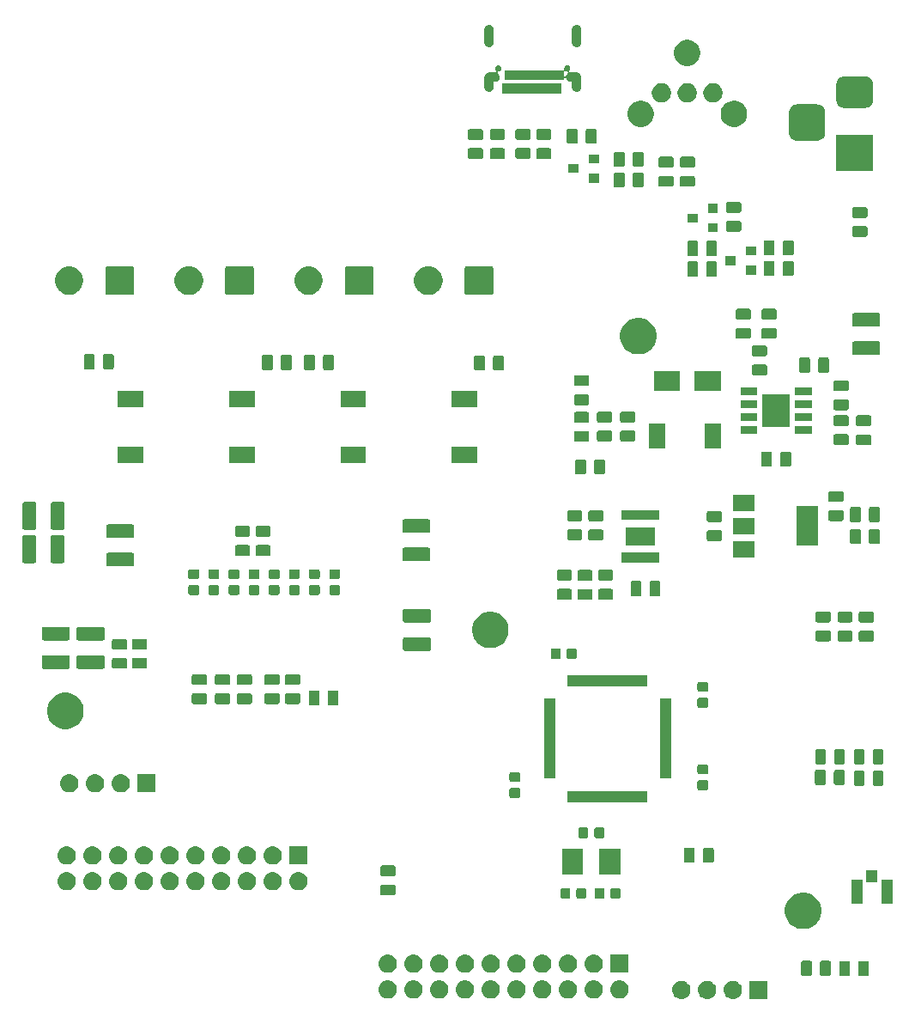
<source format=gbr>
G04 #@! TF.GenerationSoftware,KiCad,Pcbnew,5.0.2+dfsg1-1*
G04 #@! TF.CreationDate,2020-12-14T19:14:29+08:00*
G04 #@! TF.ProjectId,digital-amplifier2,64696769-7461-46c2-9d61-6d706c696669,rev?*
G04 #@! TF.SameCoordinates,Original*
G04 #@! TF.FileFunction,Soldermask,Top*
G04 #@! TF.FilePolarity,Negative*
%FSLAX46Y46*%
G04 Gerber Fmt 4.6, Leading zero omitted, Abs format (unit mm)*
G04 Created by KiCad (PCBNEW 5.0.2+dfsg1-1) date 2020年12月14日 星期一 19时14分29秒*
%MOMM*%
%LPD*%
G01*
G04 APERTURE LIST*
%ADD10C,0.100000*%
G04 APERTURE END LIST*
D10*
G36*
X126935800Y-147395500D02*
X125133800Y-147395500D01*
X125133800Y-145593500D01*
X126935800Y-145593500D01*
X126935800Y-147395500D01*
X126935800Y-147395500D01*
G37*
G36*
X123605243Y-145600019D02*
X123671427Y-145606537D01*
X123784653Y-145640884D01*
X123841267Y-145658057D01*
X123878992Y-145678222D01*
X123997791Y-145741722D01*
X124033529Y-145771052D01*
X124134986Y-145854314D01*
X124218248Y-145955771D01*
X124247578Y-145991509D01*
X124247579Y-145991511D01*
X124331243Y-146148033D01*
X124331243Y-146148034D01*
X124382763Y-146317873D01*
X124400159Y-146494500D01*
X124382763Y-146671127D01*
X124350505Y-146777466D01*
X124331243Y-146840967D01*
X124281521Y-146933989D01*
X124247578Y-146997491D01*
X124218248Y-147033229D01*
X124134986Y-147134686D01*
X124033529Y-147217948D01*
X123997791Y-147247278D01*
X123997789Y-147247279D01*
X123841267Y-147330943D01*
X123837782Y-147332000D01*
X123671427Y-147382463D01*
X123605243Y-147388981D01*
X123539060Y-147395500D01*
X123450540Y-147395500D01*
X123384357Y-147388981D01*
X123318173Y-147382463D01*
X123151818Y-147332000D01*
X123148333Y-147330943D01*
X122991811Y-147247279D01*
X122991809Y-147247278D01*
X122956071Y-147217948D01*
X122854614Y-147134686D01*
X122771352Y-147033229D01*
X122742022Y-146997491D01*
X122708079Y-146933989D01*
X122658357Y-146840967D01*
X122639095Y-146777466D01*
X122606837Y-146671127D01*
X122589441Y-146494500D01*
X122606837Y-146317873D01*
X122658357Y-146148034D01*
X122658357Y-146148033D01*
X122742021Y-145991511D01*
X122742022Y-145991509D01*
X122771352Y-145955771D01*
X122854614Y-145854314D01*
X122956071Y-145771052D01*
X122991809Y-145741722D01*
X123110608Y-145678222D01*
X123148333Y-145658057D01*
X123204947Y-145640884D01*
X123318173Y-145606537D01*
X123384357Y-145600019D01*
X123450540Y-145593500D01*
X123539060Y-145593500D01*
X123605243Y-145600019D01*
X123605243Y-145600019D01*
G37*
G36*
X118525243Y-145600019D02*
X118591427Y-145606537D01*
X118704653Y-145640884D01*
X118761267Y-145658057D01*
X118798992Y-145678222D01*
X118917791Y-145741722D01*
X118953529Y-145771052D01*
X119054986Y-145854314D01*
X119138248Y-145955771D01*
X119167578Y-145991509D01*
X119167579Y-145991511D01*
X119251243Y-146148033D01*
X119251243Y-146148034D01*
X119302763Y-146317873D01*
X119320159Y-146494500D01*
X119302763Y-146671127D01*
X119270505Y-146777466D01*
X119251243Y-146840967D01*
X119201521Y-146933989D01*
X119167578Y-146997491D01*
X119138248Y-147033229D01*
X119054986Y-147134686D01*
X118953529Y-147217948D01*
X118917791Y-147247278D01*
X118917789Y-147247279D01*
X118761267Y-147330943D01*
X118757782Y-147332000D01*
X118591427Y-147382463D01*
X118525243Y-147388981D01*
X118459060Y-147395500D01*
X118370540Y-147395500D01*
X118304357Y-147388981D01*
X118238173Y-147382463D01*
X118071818Y-147332000D01*
X118068333Y-147330943D01*
X117911811Y-147247279D01*
X117911809Y-147247278D01*
X117876071Y-147217948D01*
X117774614Y-147134686D01*
X117691352Y-147033229D01*
X117662022Y-146997491D01*
X117628079Y-146933989D01*
X117578357Y-146840967D01*
X117559095Y-146777466D01*
X117526837Y-146671127D01*
X117509441Y-146494500D01*
X117526837Y-146317873D01*
X117578357Y-146148034D01*
X117578357Y-146148033D01*
X117662021Y-145991511D01*
X117662022Y-145991509D01*
X117691352Y-145955771D01*
X117774614Y-145854314D01*
X117876071Y-145771052D01*
X117911809Y-145741722D01*
X118030608Y-145678222D01*
X118068333Y-145658057D01*
X118124947Y-145640884D01*
X118238173Y-145606537D01*
X118304357Y-145600019D01*
X118370540Y-145593500D01*
X118459060Y-145593500D01*
X118525243Y-145600019D01*
X118525243Y-145600019D01*
G37*
G36*
X121065243Y-145600019D02*
X121131427Y-145606537D01*
X121244653Y-145640884D01*
X121301267Y-145658057D01*
X121338992Y-145678222D01*
X121457791Y-145741722D01*
X121493529Y-145771052D01*
X121594986Y-145854314D01*
X121678248Y-145955771D01*
X121707578Y-145991509D01*
X121707579Y-145991511D01*
X121791243Y-146148033D01*
X121791243Y-146148034D01*
X121842763Y-146317873D01*
X121860159Y-146494500D01*
X121842763Y-146671127D01*
X121810505Y-146777466D01*
X121791243Y-146840967D01*
X121741521Y-146933989D01*
X121707578Y-146997491D01*
X121678248Y-147033229D01*
X121594986Y-147134686D01*
X121493529Y-147217948D01*
X121457791Y-147247278D01*
X121457789Y-147247279D01*
X121301267Y-147330943D01*
X121297782Y-147332000D01*
X121131427Y-147382463D01*
X121065243Y-147388981D01*
X120999060Y-147395500D01*
X120910540Y-147395500D01*
X120844357Y-147388981D01*
X120778173Y-147382463D01*
X120611818Y-147332000D01*
X120608333Y-147330943D01*
X120451811Y-147247279D01*
X120451809Y-147247278D01*
X120416071Y-147217948D01*
X120314614Y-147134686D01*
X120231352Y-147033229D01*
X120202022Y-146997491D01*
X120168079Y-146933989D01*
X120118357Y-146840967D01*
X120099095Y-146777466D01*
X120066837Y-146671127D01*
X120049441Y-146494500D01*
X120066837Y-146317873D01*
X120118357Y-146148034D01*
X120118357Y-146148033D01*
X120202021Y-145991511D01*
X120202022Y-145991509D01*
X120231352Y-145955771D01*
X120314614Y-145854314D01*
X120416071Y-145771052D01*
X120451809Y-145741722D01*
X120570608Y-145678222D01*
X120608333Y-145658057D01*
X120664947Y-145640884D01*
X120778173Y-145606537D01*
X120844357Y-145600019D01*
X120910540Y-145593500D01*
X120999060Y-145593500D01*
X121065243Y-145600019D01*
X121065243Y-145600019D01*
G37*
G36*
X104809243Y-145536519D02*
X104875427Y-145543037D01*
X104988653Y-145577384D01*
X105045267Y-145594557D01*
X105164065Y-145658057D01*
X105201791Y-145678222D01*
X105237529Y-145707552D01*
X105338986Y-145790814D01*
X105422248Y-145892271D01*
X105451578Y-145928009D01*
X105451579Y-145928011D01*
X105535243Y-146084533D01*
X105535243Y-146084534D01*
X105586763Y-146254373D01*
X105604159Y-146431000D01*
X105586763Y-146607627D01*
X105552416Y-146720853D01*
X105535243Y-146777467D01*
X105501301Y-146840967D01*
X105451578Y-146933991D01*
X105422248Y-146969729D01*
X105338986Y-147071186D01*
X105237529Y-147154448D01*
X105201791Y-147183778D01*
X105201789Y-147183779D01*
X105045267Y-147267443D01*
X104988653Y-147284616D01*
X104875427Y-147318963D01*
X104809243Y-147325481D01*
X104743060Y-147332000D01*
X104654540Y-147332000D01*
X104588357Y-147325481D01*
X104522173Y-147318963D01*
X104408947Y-147284616D01*
X104352333Y-147267443D01*
X104195811Y-147183779D01*
X104195809Y-147183778D01*
X104160071Y-147154448D01*
X104058614Y-147071186D01*
X103975352Y-146969729D01*
X103946022Y-146933991D01*
X103896299Y-146840967D01*
X103862357Y-146777467D01*
X103845184Y-146720853D01*
X103810837Y-146607627D01*
X103793441Y-146431000D01*
X103810837Y-146254373D01*
X103862357Y-146084534D01*
X103862357Y-146084533D01*
X103946021Y-145928011D01*
X103946022Y-145928009D01*
X103975352Y-145892271D01*
X104058614Y-145790814D01*
X104160071Y-145707552D01*
X104195809Y-145678222D01*
X104233535Y-145658057D01*
X104352333Y-145594557D01*
X104408947Y-145577384D01*
X104522173Y-145543037D01*
X104588357Y-145536519D01*
X104654540Y-145530000D01*
X104743060Y-145530000D01*
X104809243Y-145536519D01*
X104809243Y-145536519D01*
G37*
G36*
X89569243Y-145536519D02*
X89635427Y-145543037D01*
X89748653Y-145577384D01*
X89805267Y-145594557D01*
X89924065Y-145658057D01*
X89961791Y-145678222D01*
X89997529Y-145707552D01*
X90098986Y-145790814D01*
X90182248Y-145892271D01*
X90211578Y-145928009D01*
X90211579Y-145928011D01*
X90295243Y-146084533D01*
X90295243Y-146084534D01*
X90346763Y-146254373D01*
X90364159Y-146431000D01*
X90346763Y-146607627D01*
X90312416Y-146720853D01*
X90295243Y-146777467D01*
X90261301Y-146840967D01*
X90211578Y-146933991D01*
X90182248Y-146969729D01*
X90098986Y-147071186D01*
X89997529Y-147154448D01*
X89961791Y-147183778D01*
X89961789Y-147183779D01*
X89805267Y-147267443D01*
X89748653Y-147284616D01*
X89635427Y-147318963D01*
X89569243Y-147325481D01*
X89503060Y-147332000D01*
X89414540Y-147332000D01*
X89348357Y-147325481D01*
X89282173Y-147318963D01*
X89168947Y-147284616D01*
X89112333Y-147267443D01*
X88955811Y-147183779D01*
X88955809Y-147183778D01*
X88920071Y-147154448D01*
X88818614Y-147071186D01*
X88735352Y-146969729D01*
X88706022Y-146933991D01*
X88656299Y-146840967D01*
X88622357Y-146777467D01*
X88605184Y-146720853D01*
X88570837Y-146607627D01*
X88553441Y-146431000D01*
X88570837Y-146254373D01*
X88622357Y-146084534D01*
X88622357Y-146084533D01*
X88706021Y-145928011D01*
X88706022Y-145928009D01*
X88735352Y-145892271D01*
X88818614Y-145790814D01*
X88920071Y-145707552D01*
X88955809Y-145678222D01*
X88993535Y-145658057D01*
X89112333Y-145594557D01*
X89168947Y-145577384D01*
X89282173Y-145543037D01*
X89348357Y-145536519D01*
X89414540Y-145530000D01*
X89503060Y-145530000D01*
X89569243Y-145536519D01*
X89569243Y-145536519D01*
G37*
G36*
X92109243Y-145536519D02*
X92175427Y-145543037D01*
X92288653Y-145577384D01*
X92345267Y-145594557D01*
X92464065Y-145658057D01*
X92501791Y-145678222D01*
X92537529Y-145707552D01*
X92638986Y-145790814D01*
X92722248Y-145892271D01*
X92751578Y-145928009D01*
X92751579Y-145928011D01*
X92835243Y-146084533D01*
X92835243Y-146084534D01*
X92886763Y-146254373D01*
X92904159Y-146431000D01*
X92886763Y-146607627D01*
X92852416Y-146720853D01*
X92835243Y-146777467D01*
X92801301Y-146840967D01*
X92751578Y-146933991D01*
X92722248Y-146969729D01*
X92638986Y-147071186D01*
X92537529Y-147154448D01*
X92501791Y-147183778D01*
X92501789Y-147183779D01*
X92345267Y-147267443D01*
X92288653Y-147284616D01*
X92175427Y-147318963D01*
X92109243Y-147325481D01*
X92043060Y-147332000D01*
X91954540Y-147332000D01*
X91888357Y-147325481D01*
X91822173Y-147318963D01*
X91708947Y-147284616D01*
X91652333Y-147267443D01*
X91495811Y-147183779D01*
X91495809Y-147183778D01*
X91460071Y-147154448D01*
X91358614Y-147071186D01*
X91275352Y-146969729D01*
X91246022Y-146933991D01*
X91196299Y-146840967D01*
X91162357Y-146777467D01*
X91145184Y-146720853D01*
X91110837Y-146607627D01*
X91093441Y-146431000D01*
X91110837Y-146254373D01*
X91162357Y-146084534D01*
X91162357Y-146084533D01*
X91246021Y-145928011D01*
X91246022Y-145928009D01*
X91275352Y-145892271D01*
X91358614Y-145790814D01*
X91460071Y-145707552D01*
X91495809Y-145678222D01*
X91533535Y-145658057D01*
X91652333Y-145594557D01*
X91708947Y-145577384D01*
X91822173Y-145543037D01*
X91888357Y-145536519D01*
X91954540Y-145530000D01*
X92043060Y-145530000D01*
X92109243Y-145536519D01*
X92109243Y-145536519D01*
G37*
G36*
X94649243Y-145536519D02*
X94715427Y-145543037D01*
X94828653Y-145577384D01*
X94885267Y-145594557D01*
X95004065Y-145658057D01*
X95041791Y-145678222D01*
X95077529Y-145707552D01*
X95178986Y-145790814D01*
X95262248Y-145892271D01*
X95291578Y-145928009D01*
X95291579Y-145928011D01*
X95375243Y-146084533D01*
X95375243Y-146084534D01*
X95426763Y-146254373D01*
X95444159Y-146431000D01*
X95426763Y-146607627D01*
X95392416Y-146720853D01*
X95375243Y-146777467D01*
X95341301Y-146840967D01*
X95291578Y-146933991D01*
X95262248Y-146969729D01*
X95178986Y-147071186D01*
X95077529Y-147154448D01*
X95041791Y-147183778D01*
X95041789Y-147183779D01*
X94885267Y-147267443D01*
X94828653Y-147284616D01*
X94715427Y-147318963D01*
X94649243Y-147325481D01*
X94583060Y-147332000D01*
X94494540Y-147332000D01*
X94428357Y-147325481D01*
X94362173Y-147318963D01*
X94248947Y-147284616D01*
X94192333Y-147267443D01*
X94035811Y-147183779D01*
X94035809Y-147183778D01*
X94000071Y-147154448D01*
X93898614Y-147071186D01*
X93815352Y-146969729D01*
X93786022Y-146933991D01*
X93736299Y-146840967D01*
X93702357Y-146777467D01*
X93685184Y-146720853D01*
X93650837Y-146607627D01*
X93633441Y-146431000D01*
X93650837Y-146254373D01*
X93702357Y-146084534D01*
X93702357Y-146084533D01*
X93786021Y-145928011D01*
X93786022Y-145928009D01*
X93815352Y-145892271D01*
X93898614Y-145790814D01*
X94000071Y-145707552D01*
X94035809Y-145678222D01*
X94073535Y-145658057D01*
X94192333Y-145594557D01*
X94248947Y-145577384D01*
X94362173Y-145543037D01*
X94428357Y-145536519D01*
X94494540Y-145530000D01*
X94583060Y-145530000D01*
X94649243Y-145536519D01*
X94649243Y-145536519D01*
G37*
G36*
X97189243Y-145536519D02*
X97255427Y-145543037D01*
X97368653Y-145577384D01*
X97425267Y-145594557D01*
X97544065Y-145658057D01*
X97581791Y-145678222D01*
X97617529Y-145707552D01*
X97718986Y-145790814D01*
X97802248Y-145892271D01*
X97831578Y-145928009D01*
X97831579Y-145928011D01*
X97915243Y-146084533D01*
X97915243Y-146084534D01*
X97966763Y-146254373D01*
X97984159Y-146431000D01*
X97966763Y-146607627D01*
X97932416Y-146720853D01*
X97915243Y-146777467D01*
X97881301Y-146840967D01*
X97831578Y-146933991D01*
X97802248Y-146969729D01*
X97718986Y-147071186D01*
X97617529Y-147154448D01*
X97581791Y-147183778D01*
X97581789Y-147183779D01*
X97425267Y-147267443D01*
X97368653Y-147284616D01*
X97255427Y-147318963D01*
X97189243Y-147325481D01*
X97123060Y-147332000D01*
X97034540Y-147332000D01*
X96968357Y-147325481D01*
X96902173Y-147318963D01*
X96788947Y-147284616D01*
X96732333Y-147267443D01*
X96575811Y-147183779D01*
X96575809Y-147183778D01*
X96540071Y-147154448D01*
X96438614Y-147071186D01*
X96355352Y-146969729D01*
X96326022Y-146933991D01*
X96276299Y-146840967D01*
X96242357Y-146777467D01*
X96225184Y-146720853D01*
X96190837Y-146607627D01*
X96173441Y-146431000D01*
X96190837Y-146254373D01*
X96242357Y-146084534D01*
X96242357Y-146084533D01*
X96326021Y-145928011D01*
X96326022Y-145928009D01*
X96355352Y-145892271D01*
X96438614Y-145790814D01*
X96540071Y-145707552D01*
X96575809Y-145678222D01*
X96613535Y-145658057D01*
X96732333Y-145594557D01*
X96788947Y-145577384D01*
X96902173Y-145543037D01*
X96968357Y-145536519D01*
X97034540Y-145530000D01*
X97123060Y-145530000D01*
X97189243Y-145536519D01*
X97189243Y-145536519D01*
G37*
G36*
X102269243Y-145536519D02*
X102335427Y-145543037D01*
X102448653Y-145577384D01*
X102505267Y-145594557D01*
X102624065Y-145658057D01*
X102661791Y-145678222D01*
X102697529Y-145707552D01*
X102798986Y-145790814D01*
X102882248Y-145892271D01*
X102911578Y-145928009D01*
X102911579Y-145928011D01*
X102995243Y-146084533D01*
X102995243Y-146084534D01*
X103046763Y-146254373D01*
X103064159Y-146431000D01*
X103046763Y-146607627D01*
X103012416Y-146720853D01*
X102995243Y-146777467D01*
X102961301Y-146840967D01*
X102911578Y-146933991D01*
X102882248Y-146969729D01*
X102798986Y-147071186D01*
X102697529Y-147154448D01*
X102661791Y-147183778D01*
X102661789Y-147183779D01*
X102505267Y-147267443D01*
X102448653Y-147284616D01*
X102335427Y-147318963D01*
X102269243Y-147325481D01*
X102203060Y-147332000D01*
X102114540Y-147332000D01*
X102048357Y-147325481D01*
X101982173Y-147318963D01*
X101868947Y-147284616D01*
X101812333Y-147267443D01*
X101655811Y-147183779D01*
X101655809Y-147183778D01*
X101620071Y-147154448D01*
X101518614Y-147071186D01*
X101435352Y-146969729D01*
X101406022Y-146933991D01*
X101356299Y-146840967D01*
X101322357Y-146777467D01*
X101305184Y-146720853D01*
X101270837Y-146607627D01*
X101253441Y-146431000D01*
X101270837Y-146254373D01*
X101322357Y-146084534D01*
X101322357Y-146084533D01*
X101406021Y-145928011D01*
X101406022Y-145928009D01*
X101435352Y-145892271D01*
X101518614Y-145790814D01*
X101620071Y-145707552D01*
X101655809Y-145678222D01*
X101693535Y-145658057D01*
X101812333Y-145594557D01*
X101868947Y-145577384D01*
X101982173Y-145543037D01*
X102048357Y-145536519D01*
X102114540Y-145530000D01*
X102203060Y-145530000D01*
X102269243Y-145536519D01*
X102269243Y-145536519D01*
G37*
G36*
X107349243Y-145536519D02*
X107415427Y-145543037D01*
X107528653Y-145577384D01*
X107585267Y-145594557D01*
X107704065Y-145658057D01*
X107741791Y-145678222D01*
X107777529Y-145707552D01*
X107878986Y-145790814D01*
X107962248Y-145892271D01*
X107991578Y-145928009D01*
X107991579Y-145928011D01*
X108075243Y-146084533D01*
X108075243Y-146084534D01*
X108126763Y-146254373D01*
X108144159Y-146431000D01*
X108126763Y-146607627D01*
X108092416Y-146720853D01*
X108075243Y-146777467D01*
X108041301Y-146840967D01*
X107991578Y-146933991D01*
X107962248Y-146969729D01*
X107878986Y-147071186D01*
X107777529Y-147154448D01*
X107741791Y-147183778D01*
X107741789Y-147183779D01*
X107585267Y-147267443D01*
X107528653Y-147284616D01*
X107415427Y-147318963D01*
X107349243Y-147325481D01*
X107283060Y-147332000D01*
X107194540Y-147332000D01*
X107128357Y-147325481D01*
X107062173Y-147318963D01*
X106948947Y-147284616D01*
X106892333Y-147267443D01*
X106735811Y-147183779D01*
X106735809Y-147183778D01*
X106700071Y-147154448D01*
X106598614Y-147071186D01*
X106515352Y-146969729D01*
X106486022Y-146933991D01*
X106436299Y-146840967D01*
X106402357Y-146777467D01*
X106385184Y-146720853D01*
X106350837Y-146607627D01*
X106333441Y-146431000D01*
X106350837Y-146254373D01*
X106402357Y-146084534D01*
X106402357Y-146084533D01*
X106486021Y-145928011D01*
X106486022Y-145928009D01*
X106515352Y-145892271D01*
X106598614Y-145790814D01*
X106700071Y-145707552D01*
X106735809Y-145678222D01*
X106773535Y-145658057D01*
X106892333Y-145594557D01*
X106948947Y-145577384D01*
X107062173Y-145543037D01*
X107128357Y-145536519D01*
X107194540Y-145530000D01*
X107283060Y-145530000D01*
X107349243Y-145536519D01*
X107349243Y-145536519D01*
G37*
G36*
X109889243Y-145536519D02*
X109955427Y-145543037D01*
X110068653Y-145577384D01*
X110125267Y-145594557D01*
X110244065Y-145658057D01*
X110281791Y-145678222D01*
X110317529Y-145707552D01*
X110418986Y-145790814D01*
X110502248Y-145892271D01*
X110531578Y-145928009D01*
X110531579Y-145928011D01*
X110615243Y-146084533D01*
X110615243Y-146084534D01*
X110666763Y-146254373D01*
X110684159Y-146431000D01*
X110666763Y-146607627D01*
X110632416Y-146720853D01*
X110615243Y-146777467D01*
X110581301Y-146840967D01*
X110531578Y-146933991D01*
X110502248Y-146969729D01*
X110418986Y-147071186D01*
X110317529Y-147154448D01*
X110281791Y-147183778D01*
X110281789Y-147183779D01*
X110125267Y-147267443D01*
X110068653Y-147284616D01*
X109955427Y-147318963D01*
X109889243Y-147325481D01*
X109823060Y-147332000D01*
X109734540Y-147332000D01*
X109668357Y-147325481D01*
X109602173Y-147318963D01*
X109488947Y-147284616D01*
X109432333Y-147267443D01*
X109275811Y-147183779D01*
X109275809Y-147183778D01*
X109240071Y-147154448D01*
X109138614Y-147071186D01*
X109055352Y-146969729D01*
X109026022Y-146933991D01*
X108976299Y-146840967D01*
X108942357Y-146777467D01*
X108925184Y-146720853D01*
X108890837Y-146607627D01*
X108873441Y-146431000D01*
X108890837Y-146254373D01*
X108942357Y-146084534D01*
X108942357Y-146084533D01*
X109026021Y-145928011D01*
X109026022Y-145928009D01*
X109055352Y-145892271D01*
X109138614Y-145790814D01*
X109240071Y-145707552D01*
X109275809Y-145678222D01*
X109313535Y-145658057D01*
X109432333Y-145594557D01*
X109488947Y-145577384D01*
X109602173Y-145543037D01*
X109668357Y-145536519D01*
X109734540Y-145530000D01*
X109823060Y-145530000D01*
X109889243Y-145536519D01*
X109889243Y-145536519D01*
G37*
G36*
X112429243Y-145536519D02*
X112495427Y-145543037D01*
X112608653Y-145577384D01*
X112665267Y-145594557D01*
X112784065Y-145658057D01*
X112821791Y-145678222D01*
X112857529Y-145707552D01*
X112958986Y-145790814D01*
X113042248Y-145892271D01*
X113071578Y-145928009D01*
X113071579Y-145928011D01*
X113155243Y-146084533D01*
X113155243Y-146084534D01*
X113206763Y-146254373D01*
X113224159Y-146431000D01*
X113206763Y-146607627D01*
X113172416Y-146720853D01*
X113155243Y-146777467D01*
X113121301Y-146840967D01*
X113071578Y-146933991D01*
X113042248Y-146969729D01*
X112958986Y-147071186D01*
X112857529Y-147154448D01*
X112821791Y-147183778D01*
X112821789Y-147183779D01*
X112665267Y-147267443D01*
X112608653Y-147284616D01*
X112495427Y-147318963D01*
X112429243Y-147325481D01*
X112363060Y-147332000D01*
X112274540Y-147332000D01*
X112208357Y-147325481D01*
X112142173Y-147318963D01*
X112028947Y-147284616D01*
X111972333Y-147267443D01*
X111815811Y-147183779D01*
X111815809Y-147183778D01*
X111780071Y-147154448D01*
X111678614Y-147071186D01*
X111595352Y-146969729D01*
X111566022Y-146933991D01*
X111516299Y-146840967D01*
X111482357Y-146777467D01*
X111465184Y-146720853D01*
X111430837Y-146607627D01*
X111413441Y-146431000D01*
X111430837Y-146254373D01*
X111482357Y-146084534D01*
X111482357Y-146084533D01*
X111566021Y-145928011D01*
X111566022Y-145928009D01*
X111595352Y-145892271D01*
X111678614Y-145790814D01*
X111780071Y-145707552D01*
X111815809Y-145678222D01*
X111853535Y-145658057D01*
X111972333Y-145594557D01*
X112028947Y-145577384D01*
X112142173Y-145543037D01*
X112208357Y-145536519D01*
X112274540Y-145530000D01*
X112363060Y-145530000D01*
X112429243Y-145536519D01*
X112429243Y-145536519D01*
G37*
G36*
X99729243Y-145536519D02*
X99795427Y-145543037D01*
X99908653Y-145577384D01*
X99965267Y-145594557D01*
X100084065Y-145658057D01*
X100121791Y-145678222D01*
X100157529Y-145707552D01*
X100258986Y-145790814D01*
X100342248Y-145892271D01*
X100371578Y-145928009D01*
X100371579Y-145928011D01*
X100455243Y-146084533D01*
X100455243Y-146084534D01*
X100506763Y-146254373D01*
X100524159Y-146431000D01*
X100506763Y-146607627D01*
X100472416Y-146720853D01*
X100455243Y-146777467D01*
X100421301Y-146840967D01*
X100371578Y-146933991D01*
X100342248Y-146969729D01*
X100258986Y-147071186D01*
X100157529Y-147154448D01*
X100121791Y-147183778D01*
X100121789Y-147183779D01*
X99965267Y-147267443D01*
X99908653Y-147284616D01*
X99795427Y-147318963D01*
X99729243Y-147325481D01*
X99663060Y-147332000D01*
X99574540Y-147332000D01*
X99508357Y-147325481D01*
X99442173Y-147318963D01*
X99328947Y-147284616D01*
X99272333Y-147267443D01*
X99115811Y-147183779D01*
X99115809Y-147183778D01*
X99080071Y-147154448D01*
X98978614Y-147071186D01*
X98895352Y-146969729D01*
X98866022Y-146933991D01*
X98816299Y-146840967D01*
X98782357Y-146777467D01*
X98765184Y-146720853D01*
X98730837Y-146607627D01*
X98713441Y-146431000D01*
X98730837Y-146254373D01*
X98782357Y-146084534D01*
X98782357Y-146084533D01*
X98866021Y-145928011D01*
X98866022Y-145928009D01*
X98895352Y-145892271D01*
X98978614Y-145790814D01*
X99080071Y-145707552D01*
X99115809Y-145678222D01*
X99153535Y-145658057D01*
X99272333Y-145594557D01*
X99328947Y-145577384D01*
X99442173Y-145543037D01*
X99508357Y-145536519D01*
X99574540Y-145530000D01*
X99663060Y-145530000D01*
X99729243Y-145536519D01*
X99729243Y-145536519D01*
G37*
G36*
X134879966Y-143652565D02*
X134918637Y-143664296D01*
X134954279Y-143683348D01*
X134985517Y-143708983D01*
X135011152Y-143740221D01*
X135030204Y-143775863D01*
X135041935Y-143814534D01*
X135046500Y-143860888D01*
X135046500Y-144937112D01*
X135041935Y-144983466D01*
X135030204Y-145022137D01*
X135011152Y-145057779D01*
X134985517Y-145089017D01*
X134954279Y-145114652D01*
X134918637Y-145133704D01*
X134879966Y-145145435D01*
X134833612Y-145150000D01*
X134182388Y-145150000D01*
X134136034Y-145145435D01*
X134097363Y-145133704D01*
X134061721Y-145114652D01*
X134030483Y-145089017D01*
X134004848Y-145057779D01*
X133985796Y-145022137D01*
X133974065Y-144983466D01*
X133969500Y-144937112D01*
X133969500Y-143860888D01*
X133974065Y-143814534D01*
X133985796Y-143775863D01*
X134004848Y-143740221D01*
X134030483Y-143708983D01*
X134061721Y-143683348D01*
X134097363Y-143664296D01*
X134136034Y-143652565D01*
X134182388Y-143648000D01*
X134833612Y-143648000D01*
X134879966Y-143652565D01*
X134879966Y-143652565D01*
G37*
G36*
X136754966Y-143652565D02*
X136793637Y-143664296D01*
X136829279Y-143683348D01*
X136860517Y-143708983D01*
X136886152Y-143740221D01*
X136905204Y-143775863D01*
X136916935Y-143814534D01*
X136921500Y-143860888D01*
X136921500Y-144937112D01*
X136916935Y-144983466D01*
X136905204Y-145022137D01*
X136886152Y-145057779D01*
X136860517Y-145089017D01*
X136829279Y-145114652D01*
X136793637Y-145133704D01*
X136754966Y-145145435D01*
X136708612Y-145150000D01*
X136057388Y-145150000D01*
X136011034Y-145145435D01*
X135972363Y-145133704D01*
X135936721Y-145114652D01*
X135905483Y-145089017D01*
X135879848Y-145057779D01*
X135860796Y-145022137D01*
X135849065Y-144983466D01*
X135844500Y-144937112D01*
X135844500Y-143860888D01*
X135849065Y-143814534D01*
X135860796Y-143775863D01*
X135879848Y-143740221D01*
X135905483Y-143708983D01*
X135936721Y-143683348D01*
X135972363Y-143664296D01*
X136011034Y-143652565D01*
X136057388Y-143648000D01*
X136708612Y-143648000D01*
X136754966Y-143652565D01*
X136754966Y-143652565D01*
G37*
G36*
X133007048Y-143618505D02*
X133045719Y-143630236D01*
X133081361Y-143649288D01*
X133112599Y-143674923D01*
X133138234Y-143706161D01*
X133157286Y-143741803D01*
X133169017Y-143780474D01*
X133173582Y-143826828D01*
X133173582Y-144903052D01*
X133169017Y-144949406D01*
X133157286Y-144988077D01*
X133138234Y-145023719D01*
X133112599Y-145054957D01*
X133081361Y-145080592D01*
X133045719Y-145099644D01*
X133007048Y-145111375D01*
X132960694Y-145115940D01*
X132309470Y-145115940D01*
X132263116Y-145111375D01*
X132224445Y-145099644D01*
X132188803Y-145080592D01*
X132157565Y-145054957D01*
X132131930Y-145023719D01*
X132112878Y-144988077D01*
X132101147Y-144949406D01*
X132096582Y-144903052D01*
X132096582Y-143826828D01*
X132101147Y-143780474D01*
X132112878Y-143741803D01*
X132131930Y-143706161D01*
X132157565Y-143674923D01*
X132188803Y-143649288D01*
X132224445Y-143630236D01*
X132263116Y-143618505D01*
X132309470Y-143613940D01*
X132960694Y-143613940D01*
X133007048Y-143618505D01*
X133007048Y-143618505D01*
G37*
G36*
X131132048Y-143618505D02*
X131170719Y-143630236D01*
X131206361Y-143649288D01*
X131237599Y-143674923D01*
X131263234Y-143706161D01*
X131282286Y-143741803D01*
X131294017Y-143780474D01*
X131298582Y-143826828D01*
X131298582Y-144903052D01*
X131294017Y-144949406D01*
X131282286Y-144988077D01*
X131263234Y-145023719D01*
X131237599Y-145054957D01*
X131206361Y-145080592D01*
X131170719Y-145099644D01*
X131132048Y-145111375D01*
X131085694Y-145115940D01*
X130434470Y-145115940D01*
X130388116Y-145111375D01*
X130349445Y-145099644D01*
X130313803Y-145080592D01*
X130282565Y-145054957D01*
X130256930Y-145023719D01*
X130237878Y-144988077D01*
X130226147Y-144949406D01*
X130221582Y-144903052D01*
X130221582Y-143826828D01*
X130226147Y-143780474D01*
X130237878Y-143741803D01*
X130256930Y-143706161D01*
X130282565Y-143674923D01*
X130313803Y-143649288D01*
X130349445Y-143630236D01*
X130388116Y-143618505D01*
X130434470Y-143613940D01*
X131085694Y-143613940D01*
X131132048Y-143618505D01*
X131132048Y-143618505D01*
G37*
G36*
X94649242Y-142996518D02*
X94715427Y-143003037D01*
X94828653Y-143037384D01*
X94885267Y-143054557D01*
X95023887Y-143128652D01*
X95041791Y-143138222D01*
X95077529Y-143167552D01*
X95178986Y-143250814D01*
X95262248Y-143352271D01*
X95291578Y-143388009D01*
X95291579Y-143388011D01*
X95375243Y-143544533D01*
X95375243Y-143544534D01*
X95426763Y-143714373D01*
X95444159Y-143891000D01*
X95426763Y-144067627D01*
X95392416Y-144180853D01*
X95375243Y-144237467D01*
X95301148Y-144376087D01*
X95291578Y-144393991D01*
X95262248Y-144429729D01*
X95178986Y-144531186D01*
X95077529Y-144614448D01*
X95041791Y-144643778D01*
X95041789Y-144643779D01*
X94885267Y-144727443D01*
X94828653Y-144744616D01*
X94715427Y-144778963D01*
X94649242Y-144785482D01*
X94583060Y-144792000D01*
X94494540Y-144792000D01*
X94428358Y-144785482D01*
X94362173Y-144778963D01*
X94248947Y-144744616D01*
X94192333Y-144727443D01*
X94035811Y-144643779D01*
X94035809Y-144643778D01*
X94000071Y-144614448D01*
X93898614Y-144531186D01*
X93815352Y-144429729D01*
X93786022Y-144393991D01*
X93776452Y-144376087D01*
X93702357Y-144237467D01*
X93685184Y-144180853D01*
X93650837Y-144067627D01*
X93633441Y-143891000D01*
X93650837Y-143714373D01*
X93702357Y-143544534D01*
X93702357Y-143544533D01*
X93786021Y-143388011D01*
X93786022Y-143388009D01*
X93815352Y-143352271D01*
X93898614Y-143250814D01*
X94000071Y-143167552D01*
X94035809Y-143138222D01*
X94053713Y-143128652D01*
X94192333Y-143054557D01*
X94248947Y-143037384D01*
X94362173Y-143003037D01*
X94428358Y-142996518D01*
X94494540Y-142990000D01*
X94583060Y-142990000D01*
X94649242Y-142996518D01*
X94649242Y-142996518D01*
G37*
G36*
X89569242Y-142996518D02*
X89635427Y-143003037D01*
X89748653Y-143037384D01*
X89805267Y-143054557D01*
X89943887Y-143128652D01*
X89961791Y-143138222D01*
X89997529Y-143167552D01*
X90098986Y-143250814D01*
X90182248Y-143352271D01*
X90211578Y-143388009D01*
X90211579Y-143388011D01*
X90295243Y-143544533D01*
X90295243Y-143544534D01*
X90346763Y-143714373D01*
X90364159Y-143891000D01*
X90346763Y-144067627D01*
X90312416Y-144180853D01*
X90295243Y-144237467D01*
X90221148Y-144376087D01*
X90211578Y-144393991D01*
X90182248Y-144429729D01*
X90098986Y-144531186D01*
X89997529Y-144614448D01*
X89961791Y-144643778D01*
X89961789Y-144643779D01*
X89805267Y-144727443D01*
X89748653Y-144744616D01*
X89635427Y-144778963D01*
X89569242Y-144785482D01*
X89503060Y-144792000D01*
X89414540Y-144792000D01*
X89348358Y-144785482D01*
X89282173Y-144778963D01*
X89168947Y-144744616D01*
X89112333Y-144727443D01*
X88955811Y-144643779D01*
X88955809Y-144643778D01*
X88920071Y-144614448D01*
X88818614Y-144531186D01*
X88735352Y-144429729D01*
X88706022Y-144393991D01*
X88696452Y-144376087D01*
X88622357Y-144237467D01*
X88605184Y-144180853D01*
X88570837Y-144067627D01*
X88553441Y-143891000D01*
X88570837Y-143714373D01*
X88622357Y-143544534D01*
X88622357Y-143544533D01*
X88706021Y-143388011D01*
X88706022Y-143388009D01*
X88735352Y-143352271D01*
X88818614Y-143250814D01*
X88920071Y-143167552D01*
X88955809Y-143138222D01*
X88973713Y-143128652D01*
X89112333Y-143054557D01*
X89168947Y-143037384D01*
X89282173Y-143003037D01*
X89348358Y-142996518D01*
X89414540Y-142990000D01*
X89503060Y-142990000D01*
X89569242Y-142996518D01*
X89569242Y-142996518D01*
G37*
G36*
X92109242Y-142996518D02*
X92175427Y-143003037D01*
X92288653Y-143037384D01*
X92345267Y-143054557D01*
X92483887Y-143128652D01*
X92501791Y-143138222D01*
X92537529Y-143167552D01*
X92638986Y-143250814D01*
X92722248Y-143352271D01*
X92751578Y-143388009D01*
X92751579Y-143388011D01*
X92835243Y-143544533D01*
X92835243Y-143544534D01*
X92886763Y-143714373D01*
X92904159Y-143891000D01*
X92886763Y-144067627D01*
X92852416Y-144180853D01*
X92835243Y-144237467D01*
X92761148Y-144376087D01*
X92751578Y-144393991D01*
X92722248Y-144429729D01*
X92638986Y-144531186D01*
X92537529Y-144614448D01*
X92501791Y-144643778D01*
X92501789Y-144643779D01*
X92345267Y-144727443D01*
X92288653Y-144744616D01*
X92175427Y-144778963D01*
X92109242Y-144785482D01*
X92043060Y-144792000D01*
X91954540Y-144792000D01*
X91888358Y-144785482D01*
X91822173Y-144778963D01*
X91708947Y-144744616D01*
X91652333Y-144727443D01*
X91495811Y-144643779D01*
X91495809Y-144643778D01*
X91460071Y-144614448D01*
X91358614Y-144531186D01*
X91275352Y-144429729D01*
X91246022Y-144393991D01*
X91236452Y-144376087D01*
X91162357Y-144237467D01*
X91145184Y-144180853D01*
X91110837Y-144067627D01*
X91093441Y-143891000D01*
X91110837Y-143714373D01*
X91162357Y-143544534D01*
X91162357Y-143544533D01*
X91246021Y-143388011D01*
X91246022Y-143388009D01*
X91275352Y-143352271D01*
X91358614Y-143250814D01*
X91460071Y-143167552D01*
X91495809Y-143138222D01*
X91513713Y-143128652D01*
X91652333Y-143054557D01*
X91708947Y-143037384D01*
X91822173Y-143003037D01*
X91888358Y-142996518D01*
X91954540Y-142990000D01*
X92043060Y-142990000D01*
X92109242Y-142996518D01*
X92109242Y-142996518D01*
G37*
G36*
X113219800Y-144792000D02*
X111417800Y-144792000D01*
X111417800Y-142990000D01*
X113219800Y-142990000D01*
X113219800Y-144792000D01*
X113219800Y-144792000D01*
G37*
G36*
X97189242Y-142996518D02*
X97255427Y-143003037D01*
X97368653Y-143037384D01*
X97425267Y-143054557D01*
X97563887Y-143128652D01*
X97581791Y-143138222D01*
X97617529Y-143167552D01*
X97718986Y-143250814D01*
X97802248Y-143352271D01*
X97831578Y-143388009D01*
X97831579Y-143388011D01*
X97915243Y-143544533D01*
X97915243Y-143544534D01*
X97966763Y-143714373D01*
X97984159Y-143891000D01*
X97966763Y-144067627D01*
X97932416Y-144180853D01*
X97915243Y-144237467D01*
X97841148Y-144376087D01*
X97831578Y-144393991D01*
X97802248Y-144429729D01*
X97718986Y-144531186D01*
X97617529Y-144614448D01*
X97581791Y-144643778D01*
X97581789Y-144643779D01*
X97425267Y-144727443D01*
X97368653Y-144744616D01*
X97255427Y-144778963D01*
X97189242Y-144785482D01*
X97123060Y-144792000D01*
X97034540Y-144792000D01*
X96968358Y-144785482D01*
X96902173Y-144778963D01*
X96788947Y-144744616D01*
X96732333Y-144727443D01*
X96575811Y-144643779D01*
X96575809Y-144643778D01*
X96540071Y-144614448D01*
X96438614Y-144531186D01*
X96355352Y-144429729D01*
X96326022Y-144393991D01*
X96316452Y-144376087D01*
X96242357Y-144237467D01*
X96225184Y-144180853D01*
X96190837Y-144067627D01*
X96173441Y-143891000D01*
X96190837Y-143714373D01*
X96242357Y-143544534D01*
X96242357Y-143544533D01*
X96326021Y-143388011D01*
X96326022Y-143388009D01*
X96355352Y-143352271D01*
X96438614Y-143250814D01*
X96540071Y-143167552D01*
X96575809Y-143138222D01*
X96593713Y-143128652D01*
X96732333Y-143054557D01*
X96788947Y-143037384D01*
X96902173Y-143003037D01*
X96968358Y-142996518D01*
X97034540Y-142990000D01*
X97123060Y-142990000D01*
X97189242Y-142996518D01*
X97189242Y-142996518D01*
G37*
G36*
X107349242Y-142996518D02*
X107415427Y-143003037D01*
X107528653Y-143037384D01*
X107585267Y-143054557D01*
X107723887Y-143128652D01*
X107741791Y-143138222D01*
X107777529Y-143167552D01*
X107878986Y-143250814D01*
X107962248Y-143352271D01*
X107991578Y-143388009D01*
X107991579Y-143388011D01*
X108075243Y-143544533D01*
X108075243Y-143544534D01*
X108126763Y-143714373D01*
X108144159Y-143891000D01*
X108126763Y-144067627D01*
X108092416Y-144180853D01*
X108075243Y-144237467D01*
X108001148Y-144376087D01*
X107991578Y-144393991D01*
X107962248Y-144429729D01*
X107878986Y-144531186D01*
X107777529Y-144614448D01*
X107741791Y-144643778D01*
X107741789Y-144643779D01*
X107585267Y-144727443D01*
X107528653Y-144744616D01*
X107415427Y-144778963D01*
X107349242Y-144785482D01*
X107283060Y-144792000D01*
X107194540Y-144792000D01*
X107128358Y-144785482D01*
X107062173Y-144778963D01*
X106948947Y-144744616D01*
X106892333Y-144727443D01*
X106735811Y-144643779D01*
X106735809Y-144643778D01*
X106700071Y-144614448D01*
X106598614Y-144531186D01*
X106515352Y-144429729D01*
X106486022Y-144393991D01*
X106476452Y-144376087D01*
X106402357Y-144237467D01*
X106385184Y-144180853D01*
X106350837Y-144067627D01*
X106333441Y-143891000D01*
X106350837Y-143714373D01*
X106402357Y-143544534D01*
X106402357Y-143544533D01*
X106486021Y-143388011D01*
X106486022Y-143388009D01*
X106515352Y-143352271D01*
X106598614Y-143250814D01*
X106700071Y-143167552D01*
X106735809Y-143138222D01*
X106753713Y-143128652D01*
X106892333Y-143054557D01*
X106948947Y-143037384D01*
X107062173Y-143003037D01*
X107128358Y-142996518D01*
X107194540Y-142990000D01*
X107283060Y-142990000D01*
X107349242Y-142996518D01*
X107349242Y-142996518D01*
G37*
G36*
X102269242Y-142996518D02*
X102335427Y-143003037D01*
X102448653Y-143037384D01*
X102505267Y-143054557D01*
X102643887Y-143128652D01*
X102661791Y-143138222D01*
X102697529Y-143167552D01*
X102798986Y-143250814D01*
X102882248Y-143352271D01*
X102911578Y-143388009D01*
X102911579Y-143388011D01*
X102995243Y-143544533D01*
X102995243Y-143544534D01*
X103046763Y-143714373D01*
X103064159Y-143891000D01*
X103046763Y-144067627D01*
X103012416Y-144180853D01*
X102995243Y-144237467D01*
X102921148Y-144376087D01*
X102911578Y-144393991D01*
X102882248Y-144429729D01*
X102798986Y-144531186D01*
X102697529Y-144614448D01*
X102661791Y-144643778D01*
X102661789Y-144643779D01*
X102505267Y-144727443D01*
X102448653Y-144744616D01*
X102335427Y-144778963D01*
X102269242Y-144785482D01*
X102203060Y-144792000D01*
X102114540Y-144792000D01*
X102048358Y-144785482D01*
X101982173Y-144778963D01*
X101868947Y-144744616D01*
X101812333Y-144727443D01*
X101655811Y-144643779D01*
X101655809Y-144643778D01*
X101620071Y-144614448D01*
X101518614Y-144531186D01*
X101435352Y-144429729D01*
X101406022Y-144393991D01*
X101396452Y-144376087D01*
X101322357Y-144237467D01*
X101305184Y-144180853D01*
X101270837Y-144067627D01*
X101253441Y-143891000D01*
X101270837Y-143714373D01*
X101322357Y-143544534D01*
X101322357Y-143544533D01*
X101406021Y-143388011D01*
X101406022Y-143388009D01*
X101435352Y-143352271D01*
X101518614Y-143250814D01*
X101620071Y-143167552D01*
X101655809Y-143138222D01*
X101673713Y-143128652D01*
X101812333Y-143054557D01*
X101868947Y-143037384D01*
X101982173Y-143003037D01*
X102048358Y-142996518D01*
X102114540Y-142990000D01*
X102203060Y-142990000D01*
X102269242Y-142996518D01*
X102269242Y-142996518D01*
G37*
G36*
X104809242Y-142996518D02*
X104875427Y-143003037D01*
X104988653Y-143037384D01*
X105045267Y-143054557D01*
X105183887Y-143128652D01*
X105201791Y-143138222D01*
X105237529Y-143167552D01*
X105338986Y-143250814D01*
X105422248Y-143352271D01*
X105451578Y-143388009D01*
X105451579Y-143388011D01*
X105535243Y-143544533D01*
X105535243Y-143544534D01*
X105586763Y-143714373D01*
X105604159Y-143891000D01*
X105586763Y-144067627D01*
X105552416Y-144180853D01*
X105535243Y-144237467D01*
X105461148Y-144376087D01*
X105451578Y-144393991D01*
X105422248Y-144429729D01*
X105338986Y-144531186D01*
X105237529Y-144614448D01*
X105201791Y-144643778D01*
X105201789Y-144643779D01*
X105045267Y-144727443D01*
X104988653Y-144744616D01*
X104875427Y-144778963D01*
X104809242Y-144785482D01*
X104743060Y-144792000D01*
X104654540Y-144792000D01*
X104588358Y-144785482D01*
X104522173Y-144778963D01*
X104408947Y-144744616D01*
X104352333Y-144727443D01*
X104195811Y-144643779D01*
X104195809Y-144643778D01*
X104160071Y-144614448D01*
X104058614Y-144531186D01*
X103975352Y-144429729D01*
X103946022Y-144393991D01*
X103936452Y-144376087D01*
X103862357Y-144237467D01*
X103845184Y-144180853D01*
X103810837Y-144067627D01*
X103793441Y-143891000D01*
X103810837Y-143714373D01*
X103862357Y-143544534D01*
X103862357Y-143544533D01*
X103946021Y-143388011D01*
X103946022Y-143388009D01*
X103975352Y-143352271D01*
X104058614Y-143250814D01*
X104160071Y-143167552D01*
X104195809Y-143138222D01*
X104213713Y-143128652D01*
X104352333Y-143054557D01*
X104408947Y-143037384D01*
X104522173Y-143003037D01*
X104588358Y-142996518D01*
X104654540Y-142990000D01*
X104743060Y-142990000D01*
X104809242Y-142996518D01*
X104809242Y-142996518D01*
G37*
G36*
X109889242Y-142996518D02*
X109955427Y-143003037D01*
X110068653Y-143037384D01*
X110125267Y-143054557D01*
X110263887Y-143128652D01*
X110281791Y-143138222D01*
X110317529Y-143167552D01*
X110418986Y-143250814D01*
X110502248Y-143352271D01*
X110531578Y-143388009D01*
X110531579Y-143388011D01*
X110615243Y-143544533D01*
X110615243Y-143544534D01*
X110666763Y-143714373D01*
X110684159Y-143891000D01*
X110666763Y-144067627D01*
X110632416Y-144180853D01*
X110615243Y-144237467D01*
X110541148Y-144376087D01*
X110531578Y-144393991D01*
X110502248Y-144429729D01*
X110418986Y-144531186D01*
X110317529Y-144614448D01*
X110281791Y-144643778D01*
X110281789Y-144643779D01*
X110125267Y-144727443D01*
X110068653Y-144744616D01*
X109955427Y-144778963D01*
X109889242Y-144785482D01*
X109823060Y-144792000D01*
X109734540Y-144792000D01*
X109668358Y-144785482D01*
X109602173Y-144778963D01*
X109488947Y-144744616D01*
X109432333Y-144727443D01*
X109275811Y-144643779D01*
X109275809Y-144643778D01*
X109240071Y-144614448D01*
X109138614Y-144531186D01*
X109055352Y-144429729D01*
X109026022Y-144393991D01*
X109016452Y-144376087D01*
X108942357Y-144237467D01*
X108925184Y-144180853D01*
X108890837Y-144067627D01*
X108873441Y-143891000D01*
X108890837Y-143714373D01*
X108942357Y-143544534D01*
X108942357Y-143544533D01*
X109026021Y-143388011D01*
X109026022Y-143388009D01*
X109055352Y-143352271D01*
X109138614Y-143250814D01*
X109240071Y-143167552D01*
X109275809Y-143138222D01*
X109293713Y-143128652D01*
X109432333Y-143054557D01*
X109488947Y-143037384D01*
X109602173Y-143003037D01*
X109668358Y-142996518D01*
X109734540Y-142990000D01*
X109823060Y-142990000D01*
X109889242Y-142996518D01*
X109889242Y-142996518D01*
G37*
G36*
X99729242Y-142996518D02*
X99795427Y-143003037D01*
X99908653Y-143037384D01*
X99965267Y-143054557D01*
X100103887Y-143128652D01*
X100121791Y-143138222D01*
X100157529Y-143167552D01*
X100258986Y-143250814D01*
X100342248Y-143352271D01*
X100371578Y-143388009D01*
X100371579Y-143388011D01*
X100455243Y-143544533D01*
X100455243Y-143544534D01*
X100506763Y-143714373D01*
X100524159Y-143891000D01*
X100506763Y-144067627D01*
X100472416Y-144180853D01*
X100455243Y-144237467D01*
X100381148Y-144376087D01*
X100371578Y-144393991D01*
X100342248Y-144429729D01*
X100258986Y-144531186D01*
X100157529Y-144614448D01*
X100121791Y-144643778D01*
X100121789Y-144643779D01*
X99965267Y-144727443D01*
X99908653Y-144744616D01*
X99795427Y-144778963D01*
X99729242Y-144785482D01*
X99663060Y-144792000D01*
X99574540Y-144792000D01*
X99508358Y-144785482D01*
X99442173Y-144778963D01*
X99328947Y-144744616D01*
X99272333Y-144727443D01*
X99115811Y-144643779D01*
X99115809Y-144643778D01*
X99080071Y-144614448D01*
X98978614Y-144531186D01*
X98895352Y-144429729D01*
X98866022Y-144393991D01*
X98856452Y-144376087D01*
X98782357Y-144237467D01*
X98765184Y-144180853D01*
X98730837Y-144067627D01*
X98713441Y-143891000D01*
X98730837Y-143714373D01*
X98782357Y-143544534D01*
X98782357Y-143544533D01*
X98866021Y-143388011D01*
X98866022Y-143388009D01*
X98895352Y-143352271D01*
X98978614Y-143250814D01*
X99080071Y-143167552D01*
X99115809Y-143138222D01*
X99133713Y-143128652D01*
X99272333Y-143054557D01*
X99328947Y-143037384D01*
X99442173Y-143003037D01*
X99508358Y-142996518D01*
X99574540Y-142990000D01*
X99663060Y-142990000D01*
X99729242Y-142996518D01*
X99729242Y-142996518D01*
G37*
G36*
X130954331Y-136952211D02*
X131282092Y-137087974D01*
X131577073Y-137285074D01*
X131827926Y-137535927D01*
X132025026Y-137830908D01*
X132160789Y-138158669D01*
X132230000Y-138506616D01*
X132230000Y-138861384D01*
X132160789Y-139209331D01*
X132025026Y-139537092D01*
X131827926Y-139832073D01*
X131577073Y-140082926D01*
X131282092Y-140280026D01*
X130954331Y-140415789D01*
X130606384Y-140485000D01*
X130251616Y-140485000D01*
X129903669Y-140415789D01*
X129575908Y-140280026D01*
X129280927Y-140082926D01*
X129030074Y-139832073D01*
X128832974Y-139537092D01*
X128697211Y-139209331D01*
X128628000Y-138861384D01*
X128628000Y-138506616D01*
X128697211Y-138158669D01*
X128832974Y-137830908D01*
X129030074Y-137535927D01*
X129280927Y-137285074D01*
X129575908Y-137087974D01*
X129903669Y-136952211D01*
X130251616Y-136883000D01*
X130606384Y-136883000D01*
X130954331Y-136952211D01*
X130954331Y-136952211D01*
G37*
G36*
X136324500Y-137960500D02*
X135172500Y-137960500D01*
X135172500Y-135658500D01*
X136324500Y-135658500D01*
X136324500Y-137960500D01*
X136324500Y-137960500D01*
G37*
G36*
X139274500Y-137960500D02*
X138122500Y-137960500D01*
X138122500Y-135658500D01*
X139274500Y-135658500D01*
X139274500Y-137960500D01*
X139274500Y-137960500D01*
G37*
G36*
X107314091Y-136447585D02*
X107348069Y-136457893D01*
X107379387Y-136474633D01*
X107406839Y-136497161D01*
X107429367Y-136524613D01*
X107446107Y-136555931D01*
X107456415Y-136589909D01*
X107460500Y-136631390D01*
X107460500Y-137307610D01*
X107456415Y-137349091D01*
X107446107Y-137383069D01*
X107429367Y-137414387D01*
X107406839Y-137441839D01*
X107379387Y-137464367D01*
X107348069Y-137481107D01*
X107314091Y-137491415D01*
X107272610Y-137495500D01*
X106671390Y-137495500D01*
X106629909Y-137491415D01*
X106595931Y-137481107D01*
X106564613Y-137464367D01*
X106537161Y-137441839D01*
X106514633Y-137414387D01*
X106497893Y-137383069D01*
X106487585Y-137349091D01*
X106483500Y-137307610D01*
X106483500Y-136631390D01*
X106487585Y-136589909D01*
X106497893Y-136555931D01*
X106514633Y-136524613D01*
X106537161Y-136497161D01*
X106564613Y-136474633D01*
X106595931Y-136457893D01*
X106629909Y-136447585D01*
X106671390Y-136443500D01*
X107272610Y-136443500D01*
X107314091Y-136447585D01*
X107314091Y-136447585D01*
G37*
G36*
X110679591Y-136447585D02*
X110713569Y-136457893D01*
X110744887Y-136474633D01*
X110772339Y-136497161D01*
X110794867Y-136524613D01*
X110811607Y-136555931D01*
X110821915Y-136589909D01*
X110826000Y-136631390D01*
X110826000Y-137307610D01*
X110821915Y-137349091D01*
X110811607Y-137383069D01*
X110794867Y-137414387D01*
X110772339Y-137441839D01*
X110744887Y-137464367D01*
X110713569Y-137481107D01*
X110679591Y-137491415D01*
X110638110Y-137495500D01*
X110036890Y-137495500D01*
X109995409Y-137491415D01*
X109961431Y-137481107D01*
X109930113Y-137464367D01*
X109902661Y-137441839D01*
X109880133Y-137414387D01*
X109863393Y-137383069D01*
X109853085Y-137349091D01*
X109849000Y-137307610D01*
X109849000Y-136631390D01*
X109853085Y-136589909D01*
X109863393Y-136555931D01*
X109880133Y-136524613D01*
X109902661Y-136497161D01*
X109930113Y-136474633D01*
X109961431Y-136457893D01*
X109995409Y-136447585D01*
X110036890Y-136443500D01*
X110638110Y-136443500D01*
X110679591Y-136447585D01*
X110679591Y-136447585D01*
G37*
G36*
X108889091Y-136447585D02*
X108923069Y-136457893D01*
X108954387Y-136474633D01*
X108981839Y-136497161D01*
X109004367Y-136524613D01*
X109021107Y-136555931D01*
X109031415Y-136589909D01*
X109035500Y-136631390D01*
X109035500Y-137307610D01*
X109031415Y-137349091D01*
X109021107Y-137383069D01*
X109004367Y-137414387D01*
X108981839Y-137441839D01*
X108954387Y-137464367D01*
X108923069Y-137481107D01*
X108889091Y-137491415D01*
X108847610Y-137495500D01*
X108246390Y-137495500D01*
X108204909Y-137491415D01*
X108170931Y-137481107D01*
X108139613Y-137464367D01*
X108112161Y-137441839D01*
X108089633Y-137414387D01*
X108072893Y-137383069D01*
X108062585Y-137349091D01*
X108058500Y-137307610D01*
X108058500Y-136631390D01*
X108062585Y-136589909D01*
X108072893Y-136555931D01*
X108089633Y-136524613D01*
X108112161Y-136497161D01*
X108139613Y-136474633D01*
X108170931Y-136457893D01*
X108204909Y-136447585D01*
X108246390Y-136443500D01*
X108847610Y-136443500D01*
X108889091Y-136447585D01*
X108889091Y-136447585D01*
G37*
G36*
X112254591Y-136447585D02*
X112288569Y-136457893D01*
X112319887Y-136474633D01*
X112347339Y-136497161D01*
X112369867Y-136524613D01*
X112386607Y-136555931D01*
X112396915Y-136589909D01*
X112401000Y-136631390D01*
X112401000Y-137307610D01*
X112396915Y-137349091D01*
X112386607Y-137383069D01*
X112369867Y-137414387D01*
X112347339Y-137441839D01*
X112319887Y-137464367D01*
X112288569Y-137481107D01*
X112254591Y-137491415D01*
X112213110Y-137495500D01*
X111611890Y-137495500D01*
X111570409Y-137491415D01*
X111536431Y-137481107D01*
X111505113Y-137464367D01*
X111477661Y-137441839D01*
X111455133Y-137414387D01*
X111438393Y-137383069D01*
X111428085Y-137349091D01*
X111424000Y-137307610D01*
X111424000Y-136631390D01*
X111428085Y-136589909D01*
X111438393Y-136555931D01*
X111455133Y-136524613D01*
X111477661Y-136497161D01*
X111505113Y-136474633D01*
X111536431Y-136457893D01*
X111570409Y-136447585D01*
X111611890Y-136443500D01*
X112213110Y-136443500D01*
X112254591Y-136447585D01*
X112254591Y-136447585D01*
G37*
G36*
X90055966Y-136103065D02*
X90094637Y-136114796D01*
X90130279Y-136133848D01*
X90161517Y-136159483D01*
X90187152Y-136190721D01*
X90206204Y-136226363D01*
X90217935Y-136265034D01*
X90222500Y-136311388D01*
X90222500Y-136962612D01*
X90217935Y-137008966D01*
X90206204Y-137047637D01*
X90187152Y-137083279D01*
X90161517Y-137114517D01*
X90130279Y-137140152D01*
X90094637Y-137159204D01*
X90055966Y-137170935D01*
X90009612Y-137175500D01*
X88933388Y-137175500D01*
X88887034Y-137170935D01*
X88848363Y-137159204D01*
X88812721Y-137140152D01*
X88781483Y-137114517D01*
X88755848Y-137083279D01*
X88736796Y-137047637D01*
X88725065Y-137008966D01*
X88720500Y-136962612D01*
X88720500Y-136311388D01*
X88725065Y-136265034D01*
X88736796Y-136226363D01*
X88755848Y-136190721D01*
X88781483Y-136159483D01*
X88812721Y-136133848D01*
X88848363Y-136114796D01*
X88887034Y-136103065D01*
X88933388Y-136098500D01*
X90009612Y-136098500D01*
X90055966Y-136103065D01*
X90055966Y-136103065D01*
G37*
G36*
X57895443Y-134868519D02*
X57961627Y-134875037D01*
X58074853Y-134909384D01*
X58131467Y-134926557D01*
X58270087Y-135000652D01*
X58287991Y-135010222D01*
X58323729Y-135039552D01*
X58425186Y-135122814D01*
X58495324Y-135208279D01*
X58537778Y-135260009D01*
X58537779Y-135260011D01*
X58621443Y-135416533D01*
X58621443Y-135416534D01*
X58672963Y-135586373D01*
X58690359Y-135763000D01*
X58672963Y-135939627D01*
X58638616Y-136052853D01*
X58621443Y-136109467D01*
X58603050Y-136143877D01*
X58537778Y-136265991D01*
X58508448Y-136301729D01*
X58425186Y-136403186D01*
X58338126Y-136474633D01*
X58287991Y-136515778D01*
X58287989Y-136515779D01*
X58131467Y-136599443D01*
X58074853Y-136616616D01*
X57961627Y-136650963D01*
X57895443Y-136657481D01*
X57829260Y-136664000D01*
X57740740Y-136664000D01*
X57674557Y-136657481D01*
X57608373Y-136650963D01*
X57495147Y-136616616D01*
X57438533Y-136599443D01*
X57282011Y-136515779D01*
X57282009Y-136515778D01*
X57231874Y-136474633D01*
X57144814Y-136403186D01*
X57061552Y-136301729D01*
X57032222Y-136265991D01*
X56966950Y-136143877D01*
X56948557Y-136109467D01*
X56931384Y-136052853D01*
X56897037Y-135939627D01*
X56879641Y-135763000D01*
X56897037Y-135586373D01*
X56948557Y-135416534D01*
X56948557Y-135416533D01*
X57032221Y-135260011D01*
X57032222Y-135260009D01*
X57074676Y-135208279D01*
X57144814Y-135122814D01*
X57246271Y-135039552D01*
X57282009Y-135010222D01*
X57299913Y-135000652D01*
X57438533Y-134926557D01*
X57495147Y-134909384D01*
X57608373Y-134875037D01*
X57674557Y-134868519D01*
X57740740Y-134862000D01*
X57829260Y-134862000D01*
X57895443Y-134868519D01*
X57895443Y-134868519D01*
G37*
G36*
X60435443Y-134868519D02*
X60501627Y-134875037D01*
X60614853Y-134909384D01*
X60671467Y-134926557D01*
X60810087Y-135000652D01*
X60827991Y-135010222D01*
X60863729Y-135039552D01*
X60965186Y-135122814D01*
X61035324Y-135208279D01*
X61077778Y-135260009D01*
X61077779Y-135260011D01*
X61161443Y-135416533D01*
X61161443Y-135416534D01*
X61212963Y-135586373D01*
X61230359Y-135763000D01*
X61212963Y-135939627D01*
X61178616Y-136052853D01*
X61161443Y-136109467D01*
X61143050Y-136143877D01*
X61077778Y-136265991D01*
X61048448Y-136301729D01*
X60965186Y-136403186D01*
X60878126Y-136474633D01*
X60827991Y-136515778D01*
X60827989Y-136515779D01*
X60671467Y-136599443D01*
X60614853Y-136616616D01*
X60501627Y-136650963D01*
X60435443Y-136657481D01*
X60369260Y-136664000D01*
X60280740Y-136664000D01*
X60214557Y-136657481D01*
X60148373Y-136650963D01*
X60035147Y-136616616D01*
X59978533Y-136599443D01*
X59822011Y-136515779D01*
X59822009Y-136515778D01*
X59771874Y-136474633D01*
X59684814Y-136403186D01*
X59601552Y-136301729D01*
X59572222Y-136265991D01*
X59506950Y-136143877D01*
X59488557Y-136109467D01*
X59471384Y-136052853D01*
X59437037Y-135939627D01*
X59419641Y-135763000D01*
X59437037Y-135586373D01*
X59488557Y-135416534D01*
X59488557Y-135416533D01*
X59572221Y-135260011D01*
X59572222Y-135260009D01*
X59614676Y-135208279D01*
X59684814Y-135122814D01*
X59786271Y-135039552D01*
X59822009Y-135010222D01*
X59839913Y-135000652D01*
X59978533Y-134926557D01*
X60035147Y-134909384D01*
X60148373Y-134875037D01*
X60214557Y-134868519D01*
X60280740Y-134862000D01*
X60369260Y-134862000D01*
X60435443Y-134868519D01*
X60435443Y-134868519D01*
G37*
G36*
X62975443Y-134868519D02*
X63041627Y-134875037D01*
X63154853Y-134909384D01*
X63211467Y-134926557D01*
X63350087Y-135000652D01*
X63367991Y-135010222D01*
X63403729Y-135039552D01*
X63505186Y-135122814D01*
X63575324Y-135208279D01*
X63617778Y-135260009D01*
X63617779Y-135260011D01*
X63701443Y-135416533D01*
X63701443Y-135416534D01*
X63752963Y-135586373D01*
X63770359Y-135763000D01*
X63752963Y-135939627D01*
X63718616Y-136052853D01*
X63701443Y-136109467D01*
X63683050Y-136143877D01*
X63617778Y-136265991D01*
X63588448Y-136301729D01*
X63505186Y-136403186D01*
X63418126Y-136474633D01*
X63367991Y-136515778D01*
X63367989Y-136515779D01*
X63211467Y-136599443D01*
X63154853Y-136616616D01*
X63041627Y-136650963D01*
X62975443Y-136657481D01*
X62909260Y-136664000D01*
X62820740Y-136664000D01*
X62754557Y-136657481D01*
X62688373Y-136650963D01*
X62575147Y-136616616D01*
X62518533Y-136599443D01*
X62362011Y-136515779D01*
X62362009Y-136515778D01*
X62311874Y-136474633D01*
X62224814Y-136403186D01*
X62141552Y-136301729D01*
X62112222Y-136265991D01*
X62046950Y-136143877D01*
X62028557Y-136109467D01*
X62011384Y-136052853D01*
X61977037Y-135939627D01*
X61959641Y-135763000D01*
X61977037Y-135586373D01*
X62028557Y-135416534D01*
X62028557Y-135416533D01*
X62112221Y-135260011D01*
X62112222Y-135260009D01*
X62154676Y-135208279D01*
X62224814Y-135122814D01*
X62326271Y-135039552D01*
X62362009Y-135010222D01*
X62379913Y-135000652D01*
X62518533Y-134926557D01*
X62575147Y-134909384D01*
X62688373Y-134875037D01*
X62754557Y-134868519D01*
X62820740Y-134862000D01*
X62909260Y-134862000D01*
X62975443Y-134868519D01*
X62975443Y-134868519D01*
G37*
G36*
X65515443Y-134868519D02*
X65581627Y-134875037D01*
X65694853Y-134909384D01*
X65751467Y-134926557D01*
X65890087Y-135000652D01*
X65907991Y-135010222D01*
X65943729Y-135039552D01*
X66045186Y-135122814D01*
X66115324Y-135208279D01*
X66157778Y-135260009D01*
X66157779Y-135260011D01*
X66241443Y-135416533D01*
X66241443Y-135416534D01*
X66292963Y-135586373D01*
X66310359Y-135763000D01*
X66292963Y-135939627D01*
X66258616Y-136052853D01*
X66241443Y-136109467D01*
X66223050Y-136143877D01*
X66157778Y-136265991D01*
X66128448Y-136301729D01*
X66045186Y-136403186D01*
X65958126Y-136474633D01*
X65907991Y-136515778D01*
X65907989Y-136515779D01*
X65751467Y-136599443D01*
X65694853Y-136616616D01*
X65581627Y-136650963D01*
X65515443Y-136657481D01*
X65449260Y-136664000D01*
X65360740Y-136664000D01*
X65294557Y-136657481D01*
X65228373Y-136650963D01*
X65115147Y-136616616D01*
X65058533Y-136599443D01*
X64902011Y-136515779D01*
X64902009Y-136515778D01*
X64851874Y-136474633D01*
X64764814Y-136403186D01*
X64681552Y-136301729D01*
X64652222Y-136265991D01*
X64586950Y-136143877D01*
X64568557Y-136109467D01*
X64551384Y-136052853D01*
X64517037Y-135939627D01*
X64499641Y-135763000D01*
X64517037Y-135586373D01*
X64568557Y-135416534D01*
X64568557Y-135416533D01*
X64652221Y-135260011D01*
X64652222Y-135260009D01*
X64694676Y-135208279D01*
X64764814Y-135122814D01*
X64866271Y-135039552D01*
X64902009Y-135010222D01*
X64919913Y-135000652D01*
X65058533Y-134926557D01*
X65115147Y-134909384D01*
X65228373Y-134875037D01*
X65294557Y-134868519D01*
X65360740Y-134862000D01*
X65449260Y-134862000D01*
X65515443Y-134868519D01*
X65515443Y-134868519D01*
G37*
G36*
X70595443Y-134868519D02*
X70661627Y-134875037D01*
X70774853Y-134909384D01*
X70831467Y-134926557D01*
X70970087Y-135000652D01*
X70987991Y-135010222D01*
X71023729Y-135039552D01*
X71125186Y-135122814D01*
X71195324Y-135208279D01*
X71237778Y-135260009D01*
X71237779Y-135260011D01*
X71321443Y-135416533D01*
X71321443Y-135416534D01*
X71372963Y-135586373D01*
X71390359Y-135763000D01*
X71372963Y-135939627D01*
X71338616Y-136052853D01*
X71321443Y-136109467D01*
X71303050Y-136143877D01*
X71237778Y-136265991D01*
X71208448Y-136301729D01*
X71125186Y-136403186D01*
X71038126Y-136474633D01*
X70987991Y-136515778D01*
X70987989Y-136515779D01*
X70831467Y-136599443D01*
X70774853Y-136616616D01*
X70661627Y-136650963D01*
X70595443Y-136657481D01*
X70529260Y-136664000D01*
X70440740Y-136664000D01*
X70374557Y-136657481D01*
X70308373Y-136650963D01*
X70195147Y-136616616D01*
X70138533Y-136599443D01*
X69982011Y-136515779D01*
X69982009Y-136515778D01*
X69931874Y-136474633D01*
X69844814Y-136403186D01*
X69761552Y-136301729D01*
X69732222Y-136265991D01*
X69666950Y-136143877D01*
X69648557Y-136109467D01*
X69631384Y-136052853D01*
X69597037Y-135939627D01*
X69579641Y-135763000D01*
X69597037Y-135586373D01*
X69648557Y-135416534D01*
X69648557Y-135416533D01*
X69732221Y-135260011D01*
X69732222Y-135260009D01*
X69774676Y-135208279D01*
X69844814Y-135122814D01*
X69946271Y-135039552D01*
X69982009Y-135010222D01*
X69999913Y-135000652D01*
X70138533Y-134926557D01*
X70195147Y-134909384D01*
X70308373Y-134875037D01*
X70374557Y-134868519D01*
X70440740Y-134862000D01*
X70529260Y-134862000D01*
X70595443Y-134868519D01*
X70595443Y-134868519D01*
G37*
G36*
X75675443Y-134868519D02*
X75741627Y-134875037D01*
X75854853Y-134909384D01*
X75911467Y-134926557D01*
X76050087Y-135000652D01*
X76067991Y-135010222D01*
X76103729Y-135039552D01*
X76205186Y-135122814D01*
X76275324Y-135208279D01*
X76317778Y-135260009D01*
X76317779Y-135260011D01*
X76401443Y-135416533D01*
X76401443Y-135416534D01*
X76452963Y-135586373D01*
X76470359Y-135763000D01*
X76452963Y-135939627D01*
X76418616Y-136052853D01*
X76401443Y-136109467D01*
X76383050Y-136143877D01*
X76317778Y-136265991D01*
X76288448Y-136301729D01*
X76205186Y-136403186D01*
X76118126Y-136474633D01*
X76067991Y-136515778D01*
X76067989Y-136515779D01*
X75911467Y-136599443D01*
X75854853Y-136616616D01*
X75741627Y-136650963D01*
X75675443Y-136657481D01*
X75609260Y-136664000D01*
X75520740Y-136664000D01*
X75454557Y-136657481D01*
X75388373Y-136650963D01*
X75275147Y-136616616D01*
X75218533Y-136599443D01*
X75062011Y-136515779D01*
X75062009Y-136515778D01*
X75011874Y-136474633D01*
X74924814Y-136403186D01*
X74841552Y-136301729D01*
X74812222Y-136265991D01*
X74746950Y-136143877D01*
X74728557Y-136109467D01*
X74711384Y-136052853D01*
X74677037Y-135939627D01*
X74659641Y-135763000D01*
X74677037Y-135586373D01*
X74728557Y-135416534D01*
X74728557Y-135416533D01*
X74812221Y-135260011D01*
X74812222Y-135260009D01*
X74854676Y-135208279D01*
X74924814Y-135122814D01*
X75026271Y-135039552D01*
X75062009Y-135010222D01*
X75079913Y-135000652D01*
X75218533Y-134926557D01*
X75275147Y-134909384D01*
X75388373Y-134875037D01*
X75454557Y-134868519D01*
X75520740Y-134862000D01*
X75609260Y-134862000D01*
X75675443Y-134868519D01*
X75675443Y-134868519D01*
G37*
G36*
X80755443Y-134868519D02*
X80821627Y-134875037D01*
X80934853Y-134909384D01*
X80991467Y-134926557D01*
X81130087Y-135000652D01*
X81147991Y-135010222D01*
X81183729Y-135039552D01*
X81285186Y-135122814D01*
X81355324Y-135208279D01*
X81397778Y-135260009D01*
X81397779Y-135260011D01*
X81481443Y-135416533D01*
X81481443Y-135416534D01*
X81532963Y-135586373D01*
X81550359Y-135763000D01*
X81532963Y-135939627D01*
X81498616Y-136052853D01*
X81481443Y-136109467D01*
X81463050Y-136143877D01*
X81397778Y-136265991D01*
X81368448Y-136301729D01*
X81285186Y-136403186D01*
X81198126Y-136474633D01*
X81147991Y-136515778D01*
X81147989Y-136515779D01*
X80991467Y-136599443D01*
X80934853Y-136616616D01*
X80821627Y-136650963D01*
X80755443Y-136657481D01*
X80689260Y-136664000D01*
X80600740Y-136664000D01*
X80534557Y-136657481D01*
X80468373Y-136650963D01*
X80355147Y-136616616D01*
X80298533Y-136599443D01*
X80142011Y-136515779D01*
X80142009Y-136515778D01*
X80091874Y-136474633D01*
X80004814Y-136403186D01*
X79921552Y-136301729D01*
X79892222Y-136265991D01*
X79826950Y-136143877D01*
X79808557Y-136109467D01*
X79791384Y-136052853D01*
X79757037Y-135939627D01*
X79739641Y-135763000D01*
X79757037Y-135586373D01*
X79808557Y-135416534D01*
X79808557Y-135416533D01*
X79892221Y-135260011D01*
X79892222Y-135260009D01*
X79934676Y-135208279D01*
X80004814Y-135122814D01*
X80106271Y-135039552D01*
X80142009Y-135010222D01*
X80159913Y-135000652D01*
X80298533Y-134926557D01*
X80355147Y-134909384D01*
X80468373Y-134875037D01*
X80534557Y-134868519D01*
X80600740Y-134862000D01*
X80689260Y-134862000D01*
X80755443Y-134868519D01*
X80755443Y-134868519D01*
G37*
G36*
X68055443Y-134868519D02*
X68121627Y-134875037D01*
X68234853Y-134909384D01*
X68291467Y-134926557D01*
X68430087Y-135000652D01*
X68447991Y-135010222D01*
X68483729Y-135039552D01*
X68585186Y-135122814D01*
X68655324Y-135208279D01*
X68697778Y-135260009D01*
X68697779Y-135260011D01*
X68781443Y-135416533D01*
X68781443Y-135416534D01*
X68832963Y-135586373D01*
X68850359Y-135763000D01*
X68832963Y-135939627D01*
X68798616Y-136052853D01*
X68781443Y-136109467D01*
X68763050Y-136143877D01*
X68697778Y-136265991D01*
X68668448Y-136301729D01*
X68585186Y-136403186D01*
X68498126Y-136474633D01*
X68447991Y-136515778D01*
X68447989Y-136515779D01*
X68291467Y-136599443D01*
X68234853Y-136616616D01*
X68121627Y-136650963D01*
X68055443Y-136657481D01*
X67989260Y-136664000D01*
X67900740Y-136664000D01*
X67834557Y-136657481D01*
X67768373Y-136650963D01*
X67655147Y-136616616D01*
X67598533Y-136599443D01*
X67442011Y-136515779D01*
X67442009Y-136515778D01*
X67391874Y-136474633D01*
X67304814Y-136403186D01*
X67221552Y-136301729D01*
X67192222Y-136265991D01*
X67126950Y-136143877D01*
X67108557Y-136109467D01*
X67091384Y-136052853D01*
X67057037Y-135939627D01*
X67039641Y-135763000D01*
X67057037Y-135586373D01*
X67108557Y-135416534D01*
X67108557Y-135416533D01*
X67192221Y-135260011D01*
X67192222Y-135260009D01*
X67234676Y-135208279D01*
X67304814Y-135122814D01*
X67406271Y-135039552D01*
X67442009Y-135010222D01*
X67459913Y-135000652D01*
X67598533Y-134926557D01*
X67655147Y-134909384D01*
X67768373Y-134875037D01*
X67834557Y-134868519D01*
X67900740Y-134862000D01*
X67989260Y-134862000D01*
X68055443Y-134868519D01*
X68055443Y-134868519D01*
G37*
G36*
X78215443Y-134868519D02*
X78281627Y-134875037D01*
X78394853Y-134909384D01*
X78451467Y-134926557D01*
X78590087Y-135000652D01*
X78607991Y-135010222D01*
X78643729Y-135039552D01*
X78745186Y-135122814D01*
X78815324Y-135208279D01*
X78857778Y-135260009D01*
X78857779Y-135260011D01*
X78941443Y-135416533D01*
X78941443Y-135416534D01*
X78992963Y-135586373D01*
X79010359Y-135763000D01*
X78992963Y-135939627D01*
X78958616Y-136052853D01*
X78941443Y-136109467D01*
X78923050Y-136143877D01*
X78857778Y-136265991D01*
X78828448Y-136301729D01*
X78745186Y-136403186D01*
X78658126Y-136474633D01*
X78607991Y-136515778D01*
X78607989Y-136515779D01*
X78451467Y-136599443D01*
X78394853Y-136616616D01*
X78281627Y-136650963D01*
X78215443Y-136657481D01*
X78149260Y-136664000D01*
X78060740Y-136664000D01*
X77994557Y-136657481D01*
X77928373Y-136650963D01*
X77815147Y-136616616D01*
X77758533Y-136599443D01*
X77602011Y-136515779D01*
X77602009Y-136515778D01*
X77551874Y-136474633D01*
X77464814Y-136403186D01*
X77381552Y-136301729D01*
X77352222Y-136265991D01*
X77286950Y-136143877D01*
X77268557Y-136109467D01*
X77251384Y-136052853D01*
X77217037Y-135939627D01*
X77199641Y-135763000D01*
X77217037Y-135586373D01*
X77268557Y-135416534D01*
X77268557Y-135416533D01*
X77352221Y-135260011D01*
X77352222Y-135260009D01*
X77394676Y-135208279D01*
X77464814Y-135122814D01*
X77566271Y-135039552D01*
X77602009Y-135010222D01*
X77619913Y-135000652D01*
X77758533Y-134926557D01*
X77815147Y-134909384D01*
X77928373Y-134875037D01*
X77994557Y-134868519D01*
X78060740Y-134862000D01*
X78149260Y-134862000D01*
X78215443Y-134868519D01*
X78215443Y-134868519D01*
G37*
G36*
X73135443Y-134868519D02*
X73201627Y-134875037D01*
X73314853Y-134909384D01*
X73371467Y-134926557D01*
X73510087Y-135000652D01*
X73527991Y-135010222D01*
X73563729Y-135039552D01*
X73665186Y-135122814D01*
X73735324Y-135208279D01*
X73777778Y-135260009D01*
X73777779Y-135260011D01*
X73861443Y-135416533D01*
X73861443Y-135416534D01*
X73912963Y-135586373D01*
X73930359Y-135763000D01*
X73912963Y-135939627D01*
X73878616Y-136052853D01*
X73861443Y-136109467D01*
X73843050Y-136143877D01*
X73777778Y-136265991D01*
X73748448Y-136301729D01*
X73665186Y-136403186D01*
X73578126Y-136474633D01*
X73527991Y-136515778D01*
X73527989Y-136515779D01*
X73371467Y-136599443D01*
X73314853Y-136616616D01*
X73201627Y-136650963D01*
X73135443Y-136657481D01*
X73069260Y-136664000D01*
X72980740Y-136664000D01*
X72914557Y-136657481D01*
X72848373Y-136650963D01*
X72735147Y-136616616D01*
X72678533Y-136599443D01*
X72522011Y-136515779D01*
X72522009Y-136515778D01*
X72471874Y-136474633D01*
X72384814Y-136403186D01*
X72301552Y-136301729D01*
X72272222Y-136265991D01*
X72206950Y-136143877D01*
X72188557Y-136109467D01*
X72171384Y-136052853D01*
X72137037Y-135939627D01*
X72119641Y-135763000D01*
X72137037Y-135586373D01*
X72188557Y-135416534D01*
X72188557Y-135416533D01*
X72272221Y-135260011D01*
X72272222Y-135260009D01*
X72314676Y-135208279D01*
X72384814Y-135122814D01*
X72486271Y-135039552D01*
X72522009Y-135010222D01*
X72539913Y-135000652D01*
X72678533Y-134926557D01*
X72735147Y-134909384D01*
X72848373Y-134875037D01*
X72914557Y-134868519D01*
X72980740Y-134862000D01*
X73069260Y-134862000D01*
X73135443Y-134868519D01*
X73135443Y-134868519D01*
G37*
G36*
X137774500Y-135860500D02*
X136672500Y-135860500D01*
X136672500Y-134708500D01*
X137774500Y-134708500D01*
X137774500Y-135860500D01*
X137774500Y-135860500D01*
G37*
G36*
X90055966Y-134228065D02*
X90094637Y-134239796D01*
X90130279Y-134258848D01*
X90161517Y-134284483D01*
X90187152Y-134315721D01*
X90206204Y-134351363D01*
X90217935Y-134390034D01*
X90222500Y-134436388D01*
X90222500Y-135087612D01*
X90217935Y-135133966D01*
X90206204Y-135172637D01*
X90187152Y-135208279D01*
X90161517Y-135239517D01*
X90130279Y-135265152D01*
X90094637Y-135284204D01*
X90055966Y-135295935D01*
X90009612Y-135300500D01*
X88933388Y-135300500D01*
X88887034Y-135295935D01*
X88848363Y-135284204D01*
X88812721Y-135265152D01*
X88781483Y-135239517D01*
X88755848Y-135208279D01*
X88736796Y-135172637D01*
X88725065Y-135133966D01*
X88720500Y-135087612D01*
X88720500Y-134436388D01*
X88725065Y-134390034D01*
X88736796Y-134351363D01*
X88755848Y-134315721D01*
X88781483Y-134284483D01*
X88812721Y-134258848D01*
X88848363Y-134239796D01*
X88887034Y-134228065D01*
X88933388Y-134223500D01*
X90009612Y-134223500D01*
X90055966Y-134228065D01*
X90055966Y-134228065D01*
G37*
G36*
X112425800Y-135109000D02*
X110323800Y-135109000D01*
X110323800Y-132607000D01*
X112425800Y-132607000D01*
X112425800Y-135109000D01*
X112425800Y-135109000D01*
G37*
G36*
X108725800Y-135109000D02*
X106623800Y-135109000D01*
X106623800Y-132607000D01*
X108725800Y-132607000D01*
X108725800Y-135109000D01*
X108725800Y-135109000D01*
G37*
G36*
X65515442Y-132328518D02*
X65581627Y-132335037D01*
X65694853Y-132369384D01*
X65751467Y-132386557D01*
X65890087Y-132460652D01*
X65907991Y-132470222D01*
X65943729Y-132499552D01*
X66045186Y-132582814D01*
X66128448Y-132684271D01*
X66157778Y-132720009D01*
X66157779Y-132720011D01*
X66241443Y-132876533D01*
X66241443Y-132876534D01*
X66292963Y-133046373D01*
X66310359Y-133223000D01*
X66292963Y-133399627D01*
X66258616Y-133512853D01*
X66241443Y-133569467D01*
X66169132Y-133704750D01*
X66157778Y-133725991D01*
X66132101Y-133757278D01*
X66045186Y-133863186D01*
X65953229Y-133938652D01*
X65907991Y-133975778D01*
X65907989Y-133975779D01*
X65751467Y-134059443D01*
X65694853Y-134076616D01*
X65581627Y-134110963D01*
X65515443Y-134117481D01*
X65449260Y-134124000D01*
X65360740Y-134124000D01*
X65294557Y-134117481D01*
X65228373Y-134110963D01*
X65115147Y-134076616D01*
X65058533Y-134059443D01*
X64902011Y-133975779D01*
X64902009Y-133975778D01*
X64856771Y-133938652D01*
X64764814Y-133863186D01*
X64677899Y-133757278D01*
X64652222Y-133725991D01*
X64640868Y-133704750D01*
X64568557Y-133569467D01*
X64551384Y-133512853D01*
X64517037Y-133399627D01*
X64499641Y-133223000D01*
X64517037Y-133046373D01*
X64568557Y-132876534D01*
X64568557Y-132876533D01*
X64652221Y-132720011D01*
X64652222Y-132720009D01*
X64681552Y-132684271D01*
X64764814Y-132582814D01*
X64866271Y-132499552D01*
X64902009Y-132470222D01*
X64919913Y-132460652D01*
X65058533Y-132386557D01*
X65115147Y-132369384D01*
X65228373Y-132335037D01*
X65294558Y-132328518D01*
X65360740Y-132322000D01*
X65449260Y-132322000D01*
X65515442Y-132328518D01*
X65515442Y-132328518D01*
G37*
G36*
X68055442Y-132328518D02*
X68121627Y-132335037D01*
X68234853Y-132369384D01*
X68291467Y-132386557D01*
X68430087Y-132460652D01*
X68447991Y-132470222D01*
X68483729Y-132499552D01*
X68585186Y-132582814D01*
X68668448Y-132684271D01*
X68697778Y-132720009D01*
X68697779Y-132720011D01*
X68781443Y-132876533D01*
X68781443Y-132876534D01*
X68832963Y-133046373D01*
X68850359Y-133223000D01*
X68832963Y-133399627D01*
X68798616Y-133512853D01*
X68781443Y-133569467D01*
X68709132Y-133704750D01*
X68697778Y-133725991D01*
X68672101Y-133757278D01*
X68585186Y-133863186D01*
X68493229Y-133938652D01*
X68447991Y-133975778D01*
X68447989Y-133975779D01*
X68291467Y-134059443D01*
X68234853Y-134076616D01*
X68121627Y-134110963D01*
X68055443Y-134117481D01*
X67989260Y-134124000D01*
X67900740Y-134124000D01*
X67834557Y-134117481D01*
X67768373Y-134110963D01*
X67655147Y-134076616D01*
X67598533Y-134059443D01*
X67442011Y-133975779D01*
X67442009Y-133975778D01*
X67396771Y-133938652D01*
X67304814Y-133863186D01*
X67217899Y-133757278D01*
X67192222Y-133725991D01*
X67180868Y-133704750D01*
X67108557Y-133569467D01*
X67091384Y-133512853D01*
X67057037Y-133399627D01*
X67039641Y-133223000D01*
X67057037Y-133046373D01*
X67108557Y-132876534D01*
X67108557Y-132876533D01*
X67192221Y-132720011D01*
X67192222Y-132720009D01*
X67221552Y-132684271D01*
X67304814Y-132582814D01*
X67406271Y-132499552D01*
X67442009Y-132470222D01*
X67459913Y-132460652D01*
X67598533Y-132386557D01*
X67655147Y-132369384D01*
X67768373Y-132335037D01*
X67834558Y-132328518D01*
X67900740Y-132322000D01*
X67989260Y-132322000D01*
X68055442Y-132328518D01*
X68055442Y-132328518D01*
G37*
G36*
X70595442Y-132328518D02*
X70661627Y-132335037D01*
X70774853Y-132369384D01*
X70831467Y-132386557D01*
X70970087Y-132460652D01*
X70987991Y-132470222D01*
X71023729Y-132499552D01*
X71125186Y-132582814D01*
X71208448Y-132684271D01*
X71237778Y-132720009D01*
X71237779Y-132720011D01*
X71321443Y-132876533D01*
X71321443Y-132876534D01*
X71372963Y-133046373D01*
X71390359Y-133223000D01*
X71372963Y-133399627D01*
X71338616Y-133512853D01*
X71321443Y-133569467D01*
X71249132Y-133704750D01*
X71237778Y-133725991D01*
X71212101Y-133757278D01*
X71125186Y-133863186D01*
X71033229Y-133938652D01*
X70987991Y-133975778D01*
X70987989Y-133975779D01*
X70831467Y-134059443D01*
X70774853Y-134076616D01*
X70661627Y-134110963D01*
X70595443Y-134117481D01*
X70529260Y-134124000D01*
X70440740Y-134124000D01*
X70374557Y-134117481D01*
X70308373Y-134110963D01*
X70195147Y-134076616D01*
X70138533Y-134059443D01*
X69982011Y-133975779D01*
X69982009Y-133975778D01*
X69936771Y-133938652D01*
X69844814Y-133863186D01*
X69757899Y-133757278D01*
X69732222Y-133725991D01*
X69720868Y-133704750D01*
X69648557Y-133569467D01*
X69631384Y-133512853D01*
X69597037Y-133399627D01*
X69579641Y-133223000D01*
X69597037Y-133046373D01*
X69648557Y-132876534D01*
X69648557Y-132876533D01*
X69732221Y-132720011D01*
X69732222Y-132720009D01*
X69761552Y-132684271D01*
X69844814Y-132582814D01*
X69946271Y-132499552D01*
X69982009Y-132470222D01*
X69999913Y-132460652D01*
X70138533Y-132386557D01*
X70195147Y-132369384D01*
X70308373Y-132335037D01*
X70374558Y-132328518D01*
X70440740Y-132322000D01*
X70529260Y-132322000D01*
X70595442Y-132328518D01*
X70595442Y-132328518D01*
G37*
G36*
X73135442Y-132328518D02*
X73201627Y-132335037D01*
X73314853Y-132369384D01*
X73371467Y-132386557D01*
X73510087Y-132460652D01*
X73527991Y-132470222D01*
X73563729Y-132499552D01*
X73665186Y-132582814D01*
X73748448Y-132684271D01*
X73777778Y-132720009D01*
X73777779Y-132720011D01*
X73861443Y-132876533D01*
X73861443Y-132876534D01*
X73912963Y-133046373D01*
X73930359Y-133223000D01*
X73912963Y-133399627D01*
X73878616Y-133512853D01*
X73861443Y-133569467D01*
X73789132Y-133704750D01*
X73777778Y-133725991D01*
X73752101Y-133757278D01*
X73665186Y-133863186D01*
X73573229Y-133938652D01*
X73527991Y-133975778D01*
X73527989Y-133975779D01*
X73371467Y-134059443D01*
X73314853Y-134076616D01*
X73201627Y-134110963D01*
X73135443Y-134117481D01*
X73069260Y-134124000D01*
X72980740Y-134124000D01*
X72914557Y-134117481D01*
X72848373Y-134110963D01*
X72735147Y-134076616D01*
X72678533Y-134059443D01*
X72522011Y-133975779D01*
X72522009Y-133975778D01*
X72476771Y-133938652D01*
X72384814Y-133863186D01*
X72297899Y-133757278D01*
X72272222Y-133725991D01*
X72260868Y-133704750D01*
X72188557Y-133569467D01*
X72171384Y-133512853D01*
X72137037Y-133399627D01*
X72119641Y-133223000D01*
X72137037Y-133046373D01*
X72188557Y-132876534D01*
X72188557Y-132876533D01*
X72272221Y-132720011D01*
X72272222Y-132720009D01*
X72301552Y-132684271D01*
X72384814Y-132582814D01*
X72486271Y-132499552D01*
X72522009Y-132470222D01*
X72539913Y-132460652D01*
X72678533Y-132386557D01*
X72735147Y-132369384D01*
X72848373Y-132335037D01*
X72914558Y-132328518D01*
X72980740Y-132322000D01*
X73069260Y-132322000D01*
X73135442Y-132328518D01*
X73135442Y-132328518D01*
G37*
G36*
X60435442Y-132328518D02*
X60501627Y-132335037D01*
X60614853Y-132369384D01*
X60671467Y-132386557D01*
X60810087Y-132460652D01*
X60827991Y-132470222D01*
X60863729Y-132499552D01*
X60965186Y-132582814D01*
X61048448Y-132684271D01*
X61077778Y-132720009D01*
X61077779Y-132720011D01*
X61161443Y-132876533D01*
X61161443Y-132876534D01*
X61212963Y-133046373D01*
X61230359Y-133223000D01*
X61212963Y-133399627D01*
X61178616Y-133512853D01*
X61161443Y-133569467D01*
X61089132Y-133704750D01*
X61077778Y-133725991D01*
X61052101Y-133757278D01*
X60965186Y-133863186D01*
X60873229Y-133938652D01*
X60827991Y-133975778D01*
X60827989Y-133975779D01*
X60671467Y-134059443D01*
X60614853Y-134076616D01*
X60501627Y-134110963D01*
X60435443Y-134117481D01*
X60369260Y-134124000D01*
X60280740Y-134124000D01*
X60214557Y-134117481D01*
X60148373Y-134110963D01*
X60035147Y-134076616D01*
X59978533Y-134059443D01*
X59822011Y-133975779D01*
X59822009Y-133975778D01*
X59776771Y-133938652D01*
X59684814Y-133863186D01*
X59597899Y-133757278D01*
X59572222Y-133725991D01*
X59560868Y-133704750D01*
X59488557Y-133569467D01*
X59471384Y-133512853D01*
X59437037Y-133399627D01*
X59419641Y-133223000D01*
X59437037Y-133046373D01*
X59488557Y-132876534D01*
X59488557Y-132876533D01*
X59572221Y-132720011D01*
X59572222Y-132720009D01*
X59601552Y-132684271D01*
X59684814Y-132582814D01*
X59786271Y-132499552D01*
X59822009Y-132470222D01*
X59839913Y-132460652D01*
X59978533Y-132386557D01*
X60035147Y-132369384D01*
X60148373Y-132335037D01*
X60214558Y-132328518D01*
X60280740Y-132322000D01*
X60369260Y-132322000D01*
X60435442Y-132328518D01*
X60435442Y-132328518D01*
G37*
G36*
X81546000Y-134124000D02*
X79744000Y-134124000D01*
X79744000Y-132322000D01*
X81546000Y-132322000D01*
X81546000Y-134124000D01*
X81546000Y-134124000D01*
G37*
G36*
X57895442Y-132328518D02*
X57961627Y-132335037D01*
X58074853Y-132369384D01*
X58131467Y-132386557D01*
X58270087Y-132460652D01*
X58287991Y-132470222D01*
X58323729Y-132499552D01*
X58425186Y-132582814D01*
X58508448Y-132684271D01*
X58537778Y-132720009D01*
X58537779Y-132720011D01*
X58621443Y-132876533D01*
X58621443Y-132876534D01*
X58672963Y-133046373D01*
X58690359Y-133223000D01*
X58672963Y-133399627D01*
X58638616Y-133512853D01*
X58621443Y-133569467D01*
X58549132Y-133704750D01*
X58537778Y-133725991D01*
X58512101Y-133757278D01*
X58425186Y-133863186D01*
X58333229Y-133938652D01*
X58287991Y-133975778D01*
X58287989Y-133975779D01*
X58131467Y-134059443D01*
X58074853Y-134076616D01*
X57961627Y-134110963D01*
X57895443Y-134117481D01*
X57829260Y-134124000D01*
X57740740Y-134124000D01*
X57674557Y-134117481D01*
X57608373Y-134110963D01*
X57495147Y-134076616D01*
X57438533Y-134059443D01*
X57282011Y-133975779D01*
X57282009Y-133975778D01*
X57236771Y-133938652D01*
X57144814Y-133863186D01*
X57057899Y-133757278D01*
X57032222Y-133725991D01*
X57020868Y-133704750D01*
X56948557Y-133569467D01*
X56931384Y-133512853D01*
X56897037Y-133399627D01*
X56879641Y-133223000D01*
X56897037Y-133046373D01*
X56948557Y-132876534D01*
X56948557Y-132876533D01*
X57032221Y-132720011D01*
X57032222Y-132720009D01*
X57061552Y-132684271D01*
X57144814Y-132582814D01*
X57246271Y-132499552D01*
X57282009Y-132470222D01*
X57299913Y-132460652D01*
X57438533Y-132386557D01*
X57495147Y-132369384D01*
X57608373Y-132335037D01*
X57674558Y-132328518D01*
X57740740Y-132322000D01*
X57829260Y-132322000D01*
X57895442Y-132328518D01*
X57895442Y-132328518D01*
G37*
G36*
X62975442Y-132328518D02*
X63041627Y-132335037D01*
X63154853Y-132369384D01*
X63211467Y-132386557D01*
X63350087Y-132460652D01*
X63367991Y-132470222D01*
X63403729Y-132499552D01*
X63505186Y-132582814D01*
X63588448Y-132684271D01*
X63617778Y-132720009D01*
X63617779Y-132720011D01*
X63701443Y-132876533D01*
X63701443Y-132876534D01*
X63752963Y-133046373D01*
X63770359Y-133223000D01*
X63752963Y-133399627D01*
X63718616Y-133512853D01*
X63701443Y-133569467D01*
X63629132Y-133704750D01*
X63617778Y-133725991D01*
X63592101Y-133757278D01*
X63505186Y-133863186D01*
X63413229Y-133938652D01*
X63367991Y-133975778D01*
X63367989Y-133975779D01*
X63211467Y-134059443D01*
X63154853Y-134076616D01*
X63041627Y-134110963D01*
X62975443Y-134117481D01*
X62909260Y-134124000D01*
X62820740Y-134124000D01*
X62754557Y-134117481D01*
X62688373Y-134110963D01*
X62575147Y-134076616D01*
X62518533Y-134059443D01*
X62362011Y-133975779D01*
X62362009Y-133975778D01*
X62316771Y-133938652D01*
X62224814Y-133863186D01*
X62137899Y-133757278D01*
X62112222Y-133725991D01*
X62100868Y-133704750D01*
X62028557Y-133569467D01*
X62011384Y-133512853D01*
X61977037Y-133399627D01*
X61959641Y-133223000D01*
X61977037Y-133046373D01*
X62028557Y-132876534D01*
X62028557Y-132876533D01*
X62112221Y-132720011D01*
X62112222Y-132720009D01*
X62141552Y-132684271D01*
X62224814Y-132582814D01*
X62326271Y-132499552D01*
X62362009Y-132470222D01*
X62379913Y-132460652D01*
X62518533Y-132386557D01*
X62575147Y-132369384D01*
X62688373Y-132335037D01*
X62754558Y-132328518D01*
X62820740Y-132322000D01*
X62909260Y-132322000D01*
X62975442Y-132328518D01*
X62975442Y-132328518D01*
G37*
G36*
X75675442Y-132328518D02*
X75741627Y-132335037D01*
X75854853Y-132369384D01*
X75911467Y-132386557D01*
X76050087Y-132460652D01*
X76067991Y-132470222D01*
X76103729Y-132499552D01*
X76205186Y-132582814D01*
X76288448Y-132684271D01*
X76317778Y-132720009D01*
X76317779Y-132720011D01*
X76401443Y-132876533D01*
X76401443Y-132876534D01*
X76452963Y-133046373D01*
X76470359Y-133223000D01*
X76452963Y-133399627D01*
X76418616Y-133512853D01*
X76401443Y-133569467D01*
X76329132Y-133704750D01*
X76317778Y-133725991D01*
X76292101Y-133757278D01*
X76205186Y-133863186D01*
X76113229Y-133938652D01*
X76067991Y-133975778D01*
X76067989Y-133975779D01*
X75911467Y-134059443D01*
X75854853Y-134076616D01*
X75741627Y-134110963D01*
X75675443Y-134117481D01*
X75609260Y-134124000D01*
X75520740Y-134124000D01*
X75454557Y-134117481D01*
X75388373Y-134110963D01*
X75275147Y-134076616D01*
X75218533Y-134059443D01*
X75062011Y-133975779D01*
X75062009Y-133975778D01*
X75016771Y-133938652D01*
X74924814Y-133863186D01*
X74837899Y-133757278D01*
X74812222Y-133725991D01*
X74800868Y-133704750D01*
X74728557Y-133569467D01*
X74711384Y-133512853D01*
X74677037Y-133399627D01*
X74659641Y-133223000D01*
X74677037Y-133046373D01*
X74728557Y-132876534D01*
X74728557Y-132876533D01*
X74812221Y-132720011D01*
X74812222Y-132720009D01*
X74841552Y-132684271D01*
X74924814Y-132582814D01*
X75026271Y-132499552D01*
X75062009Y-132470222D01*
X75079913Y-132460652D01*
X75218533Y-132386557D01*
X75275147Y-132369384D01*
X75388373Y-132335037D01*
X75454558Y-132328518D01*
X75520740Y-132322000D01*
X75609260Y-132322000D01*
X75675442Y-132328518D01*
X75675442Y-132328518D01*
G37*
G36*
X78215442Y-132328518D02*
X78281627Y-132335037D01*
X78394853Y-132369384D01*
X78451467Y-132386557D01*
X78590087Y-132460652D01*
X78607991Y-132470222D01*
X78643729Y-132499552D01*
X78745186Y-132582814D01*
X78828448Y-132684271D01*
X78857778Y-132720009D01*
X78857779Y-132720011D01*
X78941443Y-132876533D01*
X78941443Y-132876534D01*
X78992963Y-133046373D01*
X79010359Y-133223000D01*
X78992963Y-133399627D01*
X78958616Y-133512853D01*
X78941443Y-133569467D01*
X78869132Y-133704750D01*
X78857778Y-133725991D01*
X78832101Y-133757278D01*
X78745186Y-133863186D01*
X78653229Y-133938652D01*
X78607991Y-133975778D01*
X78607989Y-133975779D01*
X78451467Y-134059443D01*
X78394853Y-134076616D01*
X78281627Y-134110963D01*
X78215443Y-134117481D01*
X78149260Y-134124000D01*
X78060740Y-134124000D01*
X77994557Y-134117481D01*
X77928373Y-134110963D01*
X77815147Y-134076616D01*
X77758533Y-134059443D01*
X77602011Y-133975779D01*
X77602009Y-133975778D01*
X77556771Y-133938652D01*
X77464814Y-133863186D01*
X77377899Y-133757278D01*
X77352222Y-133725991D01*
X77340868Y-133704750D01*
X77268557Y-133569467D01*
X77251384Y-133512853D01*
X77217037Y-133399627D01*
X77199641Y-133223000D01*
X77217037Y-133046373D01*
X77268557Y-132876534D01*
X77268557Y-132876533D01*
X77352221Y-132720011D01*
X77352222Y-132720009D01*
X77381552Y-132684271D01*
X77464814Y-132582814D01*
X77566271Y-132499552D01*
X77602009Y-132470222D01*
X77619913Y-132460652D01*
X77758533Y-132386557D01*
X77815147Y-132369384D01*
X77928373Y-132335037D01*
X77994558Y-132328518D01*
X78060740Y-132322000D01*
X78149260Y-132322000D01*
X78215442Y-132328518D01*
X78215442Y-132328518D01*
G37*
G36*
X119576466Y-132476565D02*
X119615137Y-132488296D01*
X119650779Y-132507348D01*
X119682017Y-132532983D01*
X119707652Y-132564221D01*
X119726704Y-132599863D01*
X119738435Y-132638534D01*
X119743000Y-132684888D01*
X119743000Y-133761112D01*
X119738435Y-133807466D01*
X119726704Y-133846137D01*
X119707652Y-133881779D01*
X119682017Y-133913017D01*
X119650779Y-133938652D01*
X119615137Y-133957704D01*
X119576466Y-133969435D01*
X119530112Y-133974000D01*
X118878888Y-133974000D01*
X118832534Y-133969435D01*
X118793863Y-133957704D01*
X118758221Y-133938652D01*
X118726983Y-133913017D01*
X118701348Y-133881779D01*
X118682296Y-133846137D01*
X118670565Y-133807466D01*
X118666000Y-133761112D01*
X118666000Y-132684888D01*
X118670565Y-132638534D01*
X118682296Y-132599863D01*
X118701348Y-132564221D01*
X118726983Y-132532983D01*
X118758221Y-132507348D01*
X118793863Y-132488296D01*
X118832534Y-132476565D01*
X118878888Y-132472000D01*
X119530112Y-132472000D01*
X119576466Y-132476565D01*
X119576466Y-132476565D01*
G37*
G36*
X121451466Y-132476565D02*
X121490137Y-132488296D01*
X121525779Y-132507348D01*
X121557017Y-132532983D01*
X121582652Y-132564221D01*
X121601704Y-132599863D01*
X121613435Y-132638534D01*
X121618000Y-132684888D01*
X121618000Y-133761112D01*
X121613435Y-133807466D01*
X121601704Y-133846137D01*
X121582652Y-133881779D01*
X121557017Y-133913017D01*
X121525779Y-133938652D01*
X121490137Y-133957704D01*
X121451466Y-133969435D01*
X121405112Y-133974000D01*
X120753888Y-133974000D01*
X120707534Y-133969435D01*
X120668863Y-133957704D01*
X120633221Y-133938652D01*
X120601983Y-133913017D01*
X120576348Y-133881779D01*
X120557296Y-133846137D01*
X120545565Y-133807466D01*
X120541000Y-133761112D01*
X120541000Y-132684888D01*
X120545565Y-132638534D01*
X120557296Y-132599863D01*
X120576348Y-132564221D01*
X120601983Y-132532983D01*
X120633221Y-132507348D01*
X120668863Y-132488296D01*
X120707534Y-132476565D01*
X120753888Y-132472000D01*
X121405112Y-132472000D01*
X121451466Y-132476565D01*
X121451466Y-132476565D01*
G37*
G36*
X110667091Y-130478585D02*
X110701069Y-130488893D01*
X110732387Y-130505633D01*
X110759839Y-130528161D01*
X110782367Y-130555613D01*
X110799107Y-130586931D01*
X110809415Y-130620909D01*
X110813500Y-130662390D01*
X110813500Y-131338610D01*
X110809415Y-131380091D01*
X110799107Y-131414069D01*
X110782367Y-131445387D01*
X110759839Y-131472839D01*
X110732387Y-131495367D01*
X110701069Y-131512107D01*
X110667091Y-131522415D01*
X110625610Y-131526500D01*
X110024390Y-131526500D01*
X109982909Y-131522415D01*
X109948931Y-131512107D01*
X109917613Y-131495367D01*
X109890161Y-131472839D01*
X109867633Y-131445387D01*
X109850893Y-131414069D01*
X109840585Y-131380091D01*
X109836500Y-131338610D01*
X109836500Y-130662390D01*
X109840585Y-130620909D01*
X109850893Y-130586931D01*
X109867633Y-130555613D01*
X109890161Y-130528161D01*
X109917613Y-130505633D01*
X109948931Y-130488893D01*
X109982909Y-130478585D01*
X110024390Y-130474500D01*
X110625610Y-130474500D01*
X110667091Y-130478585D01*
X110667091Y-130478585D01*
G37*
G36*
X109092091Y-130478585D02*
X109126069Y-130488893D01*
X109157387Y-130505633D01*
X109184839Y-130528161D01*
X109207367Y-130555613D01*
X109224107Y-130586931D01*
X109234415Y-130620909D01*
X109238500Y-130662390D01*
X109238500Y-131338610D01*
X109234415Y-131380091D01*
X109224107Y-131414069D01*
X109207367Y-131445387D01*
X109184839Y-131472839D01*
X109157387Y-131495367D01*
X109126069Y-131512107D01*
X109092091Y-131522415D01*
X109050610Y-131526500D01*
X108449390Y-131526500D01*
X108407909Y-131522415D01*
X108373931Y-131512107D01*
X108342613Y-131495367D01*
X108315161Y-131472839D01*
X108292633Y-131445387D01*
X108275893Y-131414069D01*
X108265585Y-131380091D01*
X108261500Y-131338610D01*
X108261500Y-130662390D01*
X108265585Y-130620909D01*
X108275893Y-130586931D01*
X108292633Y-130555613D01*
X108315161Y-130528161D01*
X108342613Y-130505633D01*
X108373931Y-130488893D01*
X108407909Y-130478585D01*
X108449390Y-130474500D01*
X109050610Y-130474500D01*
X109092091Y-130478585D01*
X109092091Y-130478585D01*
G37*
G36*
X115051000Y-127967800D02*
X107199000Y-127967800D01*
X107199000Y-126865800D01*
X115051000Y-126865800D01*
X115051000Y-127967800D01*
X115051000Y-127967800D01*
G37*
G36*
X102360591Y-126591885D02*
X102394569Y-126602193D01*
X102425887Y-126618933D01*
X102453339Y-126641461D01*
X102475867Y-126668913D01*
X102492607Y-126700231D01*
X102502915Y-126734209D01*
X102507000Y-126775690D01*
X102507000Y-127376910D01*
X102502915Y-127418391D01*
X102492607Y-127452369D01*
X102475867Y-127483687D01*
X102453339Y-127511139D01*
X102425887Y-127533667D01*
X102394569Y-127550407D01*
X102360591Y-127560715D01*
X102319110Y-127564800D01*
X101642890Y-127564800D01*
X101601409Y-127560715D01*
X101567431Y-127550407D01*
X101536113Y-127533667D01*
X101508661Y-127511139D01*
X101486133Y-127483687D01*
X101469393Y-127452369D01*
X101459085Y-127418391D01*
X101455000Y-127376910D01*
X101455000Y-126775690D01*
X101459085Y-126734209D01*
X101469393Y-126700231D01*
X101486133Y-126668913D01*
X101508661Y-126641461D01*
X101536113Y-126618933D01*
X101567431Y-126602193D01*
X101601409Y-126591885D01*
X101642890Y-126587800D01*
X102319110Y-126587800D01*
X102360591Y-126591885D01*
X102360591Y-126591885D01*
G37*
G36*
X58149443Y-125216519D02*
X58215627Y-125223037D01*
X58327753Y-125257050D01*
X58385467Y-125274557D01*
X58524087Y-125348652D01*
X58541991Y-125358222D01*
X58577729Y-125387552D01*
X58679186Y-125470814D01*
X58762448Y-125572271D01*
X58791778Y-125608009D01*
X58791779Y-125608011D01*
X58875443Y-125764533D01*
X58875443Y-125764534D01*
X58926963Y-125934373D01*
X58944359Y-126111000D01*
X58926963Y-126287627D01*
X58892616Y-126400853D01*
X58875443Y-126457467D01*
X58803594Y-126591885D01*
X58791778Y-126613991D01*
X58787722Y-126618933D01*
X58679186Y-126751186D01*
X58580651Y-126832050D01*
X58541991Y-126863778D01*
X58541989Y-126863779D01*
X58385467Y-126947443D01*
X58328853Y-126964616D01*
X58215627Y-126998963D01*
X58149443Y-127005481D01*
X58083260Y-127012000D01*
X57994740Y-127012000D01*
X57928557Y-127005481D01*
X57862373Y-126998963D01*
X57749147Y-126964616D01*
X57692533Y-126947443D01*
X57536011Y-126863779D01*
X57536009Y-126863778D01*
X57497349Y-126832050D01*
X57398814Y-126751186D01*
X57290278Y-126618933D01*
X57286222Y-126613991D01*
X57274406Y-126591885D01*
X57202557Y-126457467D01*
X57185384Y-126400853D01*
X57151037Y-126287627D01*
X57133641Y-126111000D01*
X57151037Y-125934373D01*
X57202557Y-125764534D01*
X57202557Y-125764533D01*
X57286221Y-125608011D01*
X57286222Y-125608009D01*
X57315552Y-125572271D01*
X57398814Y-125470814D01*
X57500271Y-125387552D01*
X57536009Y-125358222D01*
X57553913Y-125348652D01*
X57692533Y-125274557D01*
X57750247Y-125257050D01*
X57862373Y-125223037D01*
X57928557Y-125216519D01*
X57994740Y-125210000D01*
X58083260Y-125210000D01*
X58149443Y-125216519D01*
X58149443Y-125216519D01*
G37*
G36*
X66560000Y-127012000D02*
X64758000Y-127012000D01*
X64758000Y-125210000D01*
X66560000Y-125210000D01*
X66560000Y-127012000D01*
X66560000Y-127012000D01*
G37*
G36*
X63229443Y-125216519D02*
X63295627Y-125223037D01*
X63407753Y-125257050D01*
X63465467Y-125274557D01*
X63604087Y-125348652D01*
X63621991Y-125358222D01*
X63657729Y-125387552D01*
X63759186Y-125470814D01*
X63842448Y-125572271D01*
X63871778Y-125608009D01*
X63871779Y-125608011D01*
X63955443Y-125764533D01*
X63955443Y-125764534D01*
X64006963Y-125934373D01*
X64024359Y-126111000D01*
X64006963Y-126287627D01*
X63972616Y-126400853D01*
X63955443Y-126457467D01*
X63883594Y-126591885D01*
X63871778Y-126613991D01*
X63867722Y-126618933D01*
X63759186Y-126751186D01*
X63660651Y-126832050D01*
X63621991Y-126863778D01*
X63621989Y-126863779D01*
X63465467Y-126947443D01*
X63408853Y-126964616D01*
X63295627Y-126998963D01*
X63229443Y-127005481D01*
X63163260Y-127012000D01*
X63074740Y-127012000D01*
X63008557Y-127005481D01*
X62942373Y-126998963D01*
X62829147Y-126964616D01*
X62772533Y-126947443D01*
X62616011Y-126863779D01*
X62616009Y-126863778D01*
X62577349Y-126832050D01*
X62478814Y-126751186D01*
X62370278Y-126618933D01*
X62366222Y-126613991D01*
X62354406Y-126591885D01*
X62282557Y-126457467D01*
X62265384Y-126400853D01*
X62231037Y-126287627D01*
X62213641Y-126111000D01*
X62231037Y-125934373D01*
X62282557Y-125764534D01*
X62282557Y-125764533D01*
X62366221Y-125608011D01*
X62366222Y-125608009D01*
X62395552Y-125572271D01*
X62478814Y-125470814D01*
X62580271Y-125387552D01*
X62616009Y-125358222D01*
X62633913Y-125348652D01*
X62772533Y-125274557D01*
X62830247Y-125257050D01*
X62942373Y-125223037D01*
X63008557Y-125216519D01*
X63074740Y-125210000D01*
X63163260Y-125210000D01*
X63229443Y-125216519D01*
X63229443Y-125216519D01*
G37*
G36*
X60689443Y-125216519D02*
X60755627Y-125223037D01*
X60867753Y-125257050D01*
X60925467Y-125274557D01*
X61064087Y-125348652D01*
X61081991Y-125358222D01*
X61117729Y-125387552D01*
X61219186Y-125470814D01*
X61302448Y-125572271D01*
X61331778Y-125608009D01*
X61331779Y-125608011D01*
X61415443Y-125764533D01*
X61415443Y-125764534D01*
X61466963Y-125934373D01*
X61484359Y-126111000D01*
X61466963Y-126287627D01*
X61432616Y-126400853D01*
X61415443Y-126457467D01*
X61343594Y-126591885D01*
X61331778Y-126613991D01*
X61327722Y-126618933D01*
X61219186Y-126751186D01*
X61120651Y-126832050D01*
X61081991Y-126863778D01*
X61081989Y-126863779D01*
X60925467Y-126947443D01*
X60868853Y-126964616D01*
X60755627Y-126998963D01*
X60689443Y-127005481D01*
X60623260Y-127012000D01*
X60534740Y-127012000D01*
X60468557Y-127005481D01*
X60402373Y-126998963D01*
X60289147Y-126964616D01*
X60232533Y-126947443D01*
X60076011Y-126863779D01*
X60076009Y-126863778D01*
X60037349Y-126832050D01*
X59938814Y-126751186D01*
X59830278Y-126618933D01*
X59826222Y-126613991D01*
X59814406Y-126591885D01*
X59742557Y-126457467D01*
X59725384Y-126400853D01*
X59691037Y-126287627D01*
X59673641Y-126111000D01*
X59691037Y-125934373D01*
X59742557Y-125764534D01*
X59742557Y-125764533D01*
X59826221Y-125608011D01*
X59826222Y-125608009D01*
X59855552Y-125572271D01*
X59938814Y-125470814D01*
X60040271Y-125387552D01*
X60076009Y-125358222D01*
X60093913Y-125348652D01*
X60232533Y-125274557D01*
X60290247Y-125257050D01*
X60402373Y-125223037D01*
X60468557Y-125216519D01*
X60534740Y-125210000D01*
X60623260Y-125210000D01*
X60689443Y-125216519D01*
X60689443Y-125216519D01*
G37*
G36*
X120902591Y-125829885D02*
X120936569Y-125840193D01*
X120967887Y-125856933D01*
X120995339Y-125879461D01*
X121017867Y-125906913D01*
X121034607Y-125938231D01*
X121044915Y-125972209D01*
X121049000Y-126013690D01*
X121049000Y-126614910D01*
X121044915Y-126656391D01*
X121034607Y-126690369D01*
X121017867Y-126721687D01*
X120995339Y-126749139D01*
X120967887Y-126771667D01*
X120936569Y-126788407D01*
X120902591Y-126798715D01*
X120861110Y-126802800D01*
X120184890Y-126802800D01*
X120143409Y-126798715D01*
X120109431Y-126788407D01*
X120078113Y-126771667D01*
X120050661Y-126749139D01*
X120028133Y-126721687D01*
X120011393Y-126690369D01*
X120001085Y-126656391D01*
X119997000Y-126614910D01*
X119997000Y-126013690D01*
X120001085Y-125972209D01*
X120011393Y-125938231D01*
X120028133Y-125906913D01*
X120050661Y-125879461D01*
X120078113Y-125856933D01*
X120109431Y-125840193D01*
X120143409Y-125829885D01*
X120184890Y-125825800D01*
X120861110Y-125825800D01*
X120902591Y-125829885D01*
X120902591Y-125829885D01*
G37*
G36*
X138202766Y-124869265D02*
X138241437Y-124880996D01*
X138277079Y-124900048D01*
X138308317Y-124925683D01*
X138333952Y-124956921D01*
X138353004Y-124992563D01*
X138364735Y-125031234D01*
X138369300Y-125077588D01*
X138369300Y-126153812D01*
X138364735Y-126200166D01*
X138353004Y-126238837D01*
X138333952Y-126274479D01*
X138308317Y-126305717D01*
X138277079Y-126331352D01*
X138241437Y-126350404D01*
X138202766Y-126362135D01*
X138156412Y-126366700D01*
X137505188Y-126366700D01*
X137458834Y-126362135D01*
X137420163Y-126350404D01*
X137384521Y-126331352D01*
X137353283Y-126305717D01*
X137327648Y-126274479D01*
X137308596Y-126238837D01*
X137296865Y-126200166D01*
X137292300Y-126153812D01*
X137292300Y-125077588D01*
X137296865Y-125031234D01*
X137308596Y-124992563D01*
X137327648Y-124956921D01*
X137353283Y-124925683D01*
X137384521Y-124900048D01*
X137420163Y-124880996D01*
X137458834Y-124869265D01*
X137505188Y-124864700D01*
X138156412Y-124864700D01*
X138202766Y-124869265D01*
X138202766Y-124869265D01*
G37*
G36*
X136327766Y-124869265D02*
X136366437Y-124880996D01*
X136402079Y-124900048D01*
X136433317Y-124925683D01*
X136458952Y-124956921D01*
X136478004Y-124992563D01*
X136489735Y-125031234D01*
X136494300Y-125077588D01*
X136494300Y-126153812D01*
X136489735Y-126200166D01*
X136478004Y-126238837D01*
X136458952Y-126274479D01*
X136433317Y-126305717D01*
X136402079Y-126331352D01*
X136366437Y-126350404D01*
X136327766Y-126362135D01*
X136281412Y-126366700D01*
X135630188Y-126366700D01*
X135583834Y-126362135D01*
X135545163Y-126350404D01*
X135509521Y-126331352D01*
X135478283Y-126305717D01*
X135452648Y-126274479D01*
X135433596Y-126238837D01*
X135421865Y-126200166D01*
X135417300Y-126153812D01*
X135417300Y-125077588D01*
X135421865Y-125031234D01*
X135433596Y-124992563D01*
X135452648Y-124956921D01*
X135478283Y-124925683D01*
X135509521Y-124900048D01*
X135545163Y-124880996D01*
X135583834Y-124869265D01*
X135630188Y-124864700D01*
X136281412Y-124864700D01*
X136327766Y-124869265D01*
X136327766Y-124869265D01*
G37*
G36*
X134367366Y-124793065D02*
X134406037Y-124804796D01*
X134441679Y-124823848D01*
X134472917Y-124849483D01*
X134498552Y-124880721D01*
X134517604Y-124916363D01*
X134529335Y-124955034D01*
X134533900Y-125001388D01*
X134533900Y-126077612D01*
X134529335Y-126123966D01*
X134517604Y-126162637D01*
X134498552Y-126198279D01*
X134472917Y-126229517D01*
X134441679Y-126255152D01*
X134406037Y-126274204D01*
X134367366Y-126285935D01*
X134321012Y-126290500D01*
X133669788Y-126290500D01*
X133623434Y-126285935D01*
X133584763Y-126274204D01*
X133549121Y-126255152D01*
X133517883Y-126229517D01*
X133492248Y-126198279D01*
X133473196Y-126162637D01*
X133461465Y-126123966D01*
X133456900Y-126077612D01*
X133456900Y-125001388D01*
X133461465Y-124955034D01*
X133473196Y-124916363D01*
X133492248Y-124880721D01*
X133517883Y-124849483D01*
X133549121Y-124823848D01*
X133584763Y-124804796D01*
X133623434Y-124793065D01*
X133669788Y-124788500D01*
X134321012Y-124788500D01*
X134367366Y-124793065D01*
X134367366Y-124793065D01*
G37*
G36*
X132492366Y-124793065D02*
X132531037Y-124804796D01*
X132566679Y-124823848D01*
X132597917Y-124849483D01*
X132623552Y-124880721D01*
X132642604Y-124916363D01*
X132654335Y-124955034D01*
X132658900Y-125001388D01*
X132658900Y-126077612D01*
X132654335Y-126123966D01*
X132642604Y-126162637D01*
X132623552Y-126198279D01*
X132597917Y-126229517D01*
X132566679Y-126255152D01*
X132531037Y-126274204D01*
X132492366Y-126285935D01*
X132446012Y-126290500D01*
X131794788Y-126290500D01*
X131748434Y-126285935D01*
X131709763Y-126274204D01*
X131674121Y-126255152D01*
X131642883Y-126229517D01*
X131617248Y-126198279D01*
X131598196Y-126162637D01*
X131586465Y-126123966D01*
X131581900Y-126077612D01*
X131581900Y-125001388D01*
X131586465Y-124955034D01*
X131598196Y-124916363D01*
X131617248Y-124880721D01*
X131642883Y-124849483D01*
X131674121Y-124823848D01*
X131709763Y-124804796D01*
X131748434Y-124793065D01*
X131794788Y-124788500D01*
X132446012Y-124788500D01*
X132492366Y-124793065D01*
X132492366Y-124793065D01*
G37*
G36*
X102360591Y-125016885D02*
X102394569Y-125027193D01*
X102425887Y-125043933D01*
X102453339Y-125066461D01*
X102475867Y-125093913D01*
X102492607Y-125125231D01*
X102502915Y-125159209D01*
X102507000Y-125200690D01*
X102507000Y-125801910D01*
X102502915Y-125843391D01*
X102492607Y-125877369D01*
X102475867Y-125908687D01*
X102453339Y-125936139D01*
X102425887Y-125958667D01*
X102394569Y-125975407D01*
X102360591Y-125985715D01*
X102319110Y-125989800D01*
X101642890Y-125989800D01*
X101601409Y-125985715D01*
X101567431Y-125975407D01*
X101536113Y-125958667D01*
X101508661Y-125936139D01*
X101486133Y-125908687D01*
X101469393Y-125877369D01*
X101459085Y-125843391D01*
X101455000Y-125801910D01*
X101455000Y-125200690D01*
X101459085Y-125159209D01*
X101469393Y-125125231D01*
X101486133Y-125093913D01*
X101508661Y-125066461D01*
X101536113Y-125043933D01*
X101567431Y-125027193D01*
X101601409Y-125016885D01*
X101642890Y-125012800D01*
X102319110Y-125012800D01*
X102360591Y-125016885D01*
X102360591Y-125016885D01*
G37*
G36*
X117376000Y-125642800D02*
X116274000Y-125642800D01*
X116274000Y-117790800D01*
X117376000Y-117790800D01*
X117376000Y-125642800D01*
X117376000Y-125642800D01*
G37*
G36*
X105976000Y-125642800D02*
X104874000Y-125642800D01*
X104874000Y-117790800D01*
X105976000Y-117790800D01*
X105976000Y-125642800D01*
X105976000Y-125642800D01*
G37*
G36*
X120902591Y-124254885D02*
X120936569Y-124265193D01*
X120967887Y-124281933D01*
X120995339Y-124304461D01*
X121017867Y-124331913D01*
X121034607Y-124363231D01*
X121044915Y-124397209D01*
X121049000Y-124438690D01*
X121049000Y-125039910D01*
X121044915Y-125081391D01*
X121034607Y-125115369D01*
X121017867Y-125146687D01*
X120995339Y-125174139D01*
X120967887Y-125196667D01*
X120936569Y-125213407D01*
X120902591Y-125223715D01*
X120861110Y-125227800D01*
X120184890Y-125227800D01*
X120143409Y-125223715D01*
X120109431Y-125213407D01*
X120078113Y-125196667D01*
X120050661Y-125174139D01*
X120028133Y-125146687D01*
X120011393Y-125115369D01*
X120001085Y-125081391D01*
X119997000Y-125039910D01*
X119997000Y-124438690D01*
X120001085Y-124397209D01*
X120011393Y-124363231D01*
X120028133Y-124331913D01*
X120050661Y-124304461D01*
X120078113Y-124281933D01*
X120109431Y-124265193D01*
X120143409Y-124254885D01*
X120184890Y-124250800D01*
X120861110Y-124250800D01*
X120902591Y-124254885D01*
X120902591Y-124254885D01*
G37*
G36*
X136327766Y-122761065D02*
X136366437Y-122772796D01*
X136402079Y-122791848D01*
X136433317Y-122817483D01*
X136458952Y-122848721D01*
X136478004Y-122884363D01*
X136489735Y-122923034D01*
X136494300Y-122969388D01*
X136494300Y-124045612D01*
X136489735Y-124091966D01*
X136478004Y-124130637D01*
X136458952Y-124166279D01*
X136433317Y-124197517D01*
X136402079Y-124223152D01*
X136366437Y-124242204D01*
X136327766Y-124253935D01*
X136281412Y-124258500D01*
X135630188Y-124258500D01*
X135583834Y-124253935D01*
X135545163Y-124242204D01*
X135509521Y-124223152D01*
X135478283Y-124197517D01*
X135452648Y-124166279D01*
X135433596Y-124130637D01*
X135421865Y-124091966D01*
X135417300Y-124045612D01*
X135417300Y-122969388D01*
X135421865Y-122923034D01*
X135433596Y-122884363D01*
X135452648Y-122848721D01*
X135478283Y-122817483D01*
X135509521Y-122791848D01*
X135545163Y-122772796D01*
X135583834Y-122761065D01*
X135630188Y-122756500D01*
X136281412Y-122756500D01*
X136327766Y-122761065D01*
X136327766Y-122761065D01*
G37*
G36*
X134392766Y-122761065D02*
X134431437Y-122772796D01*
X134467079Y-122791848D01*
X134498317Y-122817483D01*
X134523952Y-122848721D01*
X134543004Y-122884363D01*
X134554735Y-122923034D01*
X134559300Y-122969388D01*
X134559300Y-124045612D01*
X134554735Y-124091966D01*
X134543004Y-124130637D01*
X134523952Y-124166279D01*
X134498317Y-124197517D01*
X134467079Y-124223152D01*
X134431437Y-124242204D01*
X134392766Y-124253935D01*
X134346412Y-124258500D01*
X133695188Y-124258500D01*
X133648834Y-124253935D01*
X133610163Y-124242204D01*
X133574521Y-124223152D01*
X133543283Y-124197517D01*
X133517648Y-124166279D01*
X133498596Y-124130637D01*
X133486865Y-124091966D01*
X133482300Y-124045612D01*
X133482300Y-122969388D01*
X133486865Y-122923034D01*
X133498596Y-122884363D01*
X133517648Y-122848721D01*
X133543283Y-122817483D01*
X133574521Y-122791848D01*
X133610163Y-122772796D01*
X133648834Y-122761065D01*
X133695188Y-122756500D01*
X134346412Y-122756500D01*
X134392766Y-122761065D01*
X134392766Y-122761065D01*
G37*
G36*
X138202766Y-122761065D02*
X138241437Y-122772796D01*
X138277079Y-122791848D01*
X138308317Y-122817483D01*
X138333952Y-122848721D01*
X138353004Y-122884363D01*
X138364735Y-122923034D01*
X138369300Y-122969388D01*
X138369300Y-124045612D01*
X138364735Y-124091966D01*
X138353004Y-124130637D01*
X138333952Y-124166279D01*
X138308317Y-124197517D01*
X138277079Y-124223152D01*
X138241437Y-124242204D01*
X138202766Y-124253935D01*
X138156412Y-124258500D01*
X137505188Y-124258500D01*
X137458834Y-124253935D01*
X137420163Y-124242204D01*
X137384521Y-124223152D01*
X137353283Y-124197517D01*
X137327648Y-124166279D01*
X137308596Y-124130637D01*
X137296865Y-124091966D01*
X137292300Y-124045612D01*
X137292300Y-122969388D01*
X137296865Y-122923034D01*
X137308596Y-122884363D01*
X137327648Y-122848721D01*
X137353283Y-122817483D01*
X137384521Y-122791848D01*
X137420163Y-122772796D01*
X137458834Y-122761065D01*
X137505188Y-122756500D01*
X138156412Y-122756500D01*
X138202766Y-122761065D01*
X138202766Y-122761065D01*
G37*
G36*
X132517766Y-122761065D02*
X132556437Y-122772796D01*
X132592079Y-122791848D01*
X132623317Y-122817483D01*
X132648952Y-122848721D01*
X132668004Y-122884363D01*
X132679735Y-122923034D01*
X132684300Y-122969388D01*
X132684300Y-124045612D01*
X132679735Y-124091966D01*
X132668004Y-124130637D01*
X132648952Y-124166279D01*
X132623317Y-124197517D01*
X132592079Y-124223152D01*
X132556437Y-124242204D01*
X132517766Y-124253935D01*
X132471412Y-124258500D01*
X131820188Y-124258500D01*
X131773834Y-124253935D01*
X131735163Y-124242204D01*
X131699521Y-124223152D01*
X131668283Y-124197517D01*
X131642648Y-124166279D01*
X131623596Y-124130637D01*
X131611865Y-124091966D01*
X131607300Y-124045612D01*
X131607300Y-122969388D01*
X131611865Y-122923034D01*
X131623596Y-122884363D01*
X131642648Y-122848721D01*
X131668283Y-122817483D01*
X131699521Y-122791848D01*
X131735163Y-122772796D01*
X131773834Y-122761065D01*
X131820188Y-122756500D01*
X132471412Y-122756500D01*
X132517766Y-122761065D01*
X132517766Y-122761065D01*
G37*
G36*
X58183331Y-117267211D02*
X58511092Y-117402974D01*
X58806073Y-117600074D01*
X59056926Y-117850927D01*
X59254026Y-118145908D01*
X59389789Y-118473669D01*
X59459000Y-118821616D01*
X59459000Y-119176384D01*
X59389789Y-119524331D01*
X59254026Y-119852092D01*
X59056926Y-120147073D01*
X58806073Y-120397926D01*
X58511092Y-120595026D01*
X58183331Y-120730789D01*
X57835384Y-120800000D01*
X57480616Y-120800000D01*
X57132669Y-120730789D01*
X56804908Y-120595026D01*
X56509927Y-120397926D01*
X56259074Y-120147073D01*
X56061974Y-119852092D01*
X55926211Y-119524331D01*
X55857000Y-119176384D01*
X55857000Y-118821616D01*
X55926211Y-118473669D01*
X56061974Y-118145908D01*
X56259074Y-117850927D01*
X56509927Y-117600074D01*
X56804908Y-117402974D01*
X57132669Y-117267211D01*
X57480616Y-117198000D01*
X57835384Y-117198000D01*
X58183331Y-117267211D01*
X58183331Y-117267211D01*
G37*
G36*
X120902591Y-117701885D02*
X120936569Y-117712193D01*
X120967887Y-117728933D01*
X120995339Y-117751461D01*
X121017867Y-117778913D01*
X121034607Y-117810231D01*
X121044915Y-117844209D01*
X121049000Y-117885690D01*
X121049000Y-118486910D01*
X121044915Y-118528391D01*
X121034607Y-118562369D01*
X121017867Y-118593687D01*
X120995339Y-118621139D01*
X120967887Y-118643667D01*
X120936569Y-118660407D01*
X120902591Y-118670715D01*
X120861110Y-118674800D01*
X120184890Y-118674800D01*
X120143409Y-118670715D01*
X120109431Y-118660407D01*
X120078113Y-118643667D01*
X120050661Y-118621139D01*
X120028133Y-118593687D01*
X120011393Y-118562369D01*
X120001085Y-118528391D01*
X119997000Y-118486910D01*
X119997000Y-117885690D01*
X120001085Y-117844209D01*
X120011393Y-117810231D01*
X120028133Y-117778913D01*
X120050661Y-117751461D01*
X120078113Y-117728933D01*
X120109431Y-117712193D01*
X120143409Y-117701885D01*
X120184890Y-117697800D01*
X120861110Y-117697800D01*
X120902591Y-117701885D01*
X120902591Y-117701885D01*
G37*
G36*
X82555966Y-116982565D02*
X82594637Y-116994296D01*
X82630279Y-117013348D01*
X82661517Y-117038983D01*
X82687152Y-117070221D01*
X82706204Y-117105863D01*
X82717935Y-117144534D01*
X82722500Y-117190888D01*
X82722500Y-118267112D01*
X82717935Y-118313466D01*
X82706204Y-118352137D01*
X82687152Y-118387779D01*
X82661517Y-118419017D01*
X82630279Y-118444652D01*
X82594637Y-118463704D01*
X82555966Y-118475435D01*
X82509612Y-118480000D01*
X81858388Y-118480000D01*
X81812034Y-118475435D01*
X81773363Y-118463704D01*
X81737721Y-118444652D01*
X81706483Y-118419017D01*
X81680848Y-118387779D01*
X81661796Y-118352137D01*
X81650065Y-118313466D01*
X81645500Y-118267112D01*
X81645500Y-117190888D01*
X81650065Y-117144534D01*
X81661796Y-117105863D01*
X81680848Y-117070221D01*
X81706483Y-117038983D01*
X81737721Y-117013348D01*
X81773363Y-116994296D01*
X81812034Y-116982565D01*
X81858388Y-116978000D01*
X82509612Y-116978000D01*
X82555966Y-116982565D01*
X82555966Y-116982565D01*
G37*
G36*
X84430966Y-116982565D02*
X84469637Y-116994296D01*
X84505279Y-117013348D01*
X84536517Y-117038983D01*
X84562152Y-117070221D01*
X84581204Y-117105863D01*
X84592935Y-117144534D01*
X84597500Y-117190888D01*
X84597500Y-118267112D01*
X84592935Y-118313466D01*
X84581204Y-118352137D01*
X84562152Y-118387779D01*
X84536517Y-118419017D01*
X84505279Y-118444652D01*
X84469637Y-118463704D01*
X84430966Y-118475435D01*
X84384612Y-118480000D01*
X83733388Y-118480000D01*
X83687034Y-118475435D01*
X83648363Y-118463704D01*
X83612721Y-118444652D01*
X83581483Y-118419017D01*
X83555848Y-118387779D01*
X83536796Y-118352137D01*
X83525065Y-118313466D01*
X83520500Y-118267112D01*
X83520500Y-117190888D01*
X83525065Y-117144534D01*
X83536796Y-117105863D01*
X83555848Y-117070221D01*
X83581483Y-117038983D01*
X83612721Y-117013348D01*
X83648363Y-116994296D01*
X83687034Y-116982565D01*
X83733388Y-116978000D01*
X84384612Y-116978000D01*
X84430966Y-116982565D01*
X84430966Y-116982565D01*
G37*
G36*
X80657966Y-117243565D02*
X80696637Y-117255296D01*
X80732279Y-117274348D01*
X80763517Y-117299983D01*
X80789152Y-117331221D01*
X80808204Y-117366863D01*
X80819935Y-117405534D01*
X80824500Y-117451888D01*
X80824500Y-118103112D01*
X80819935Y-118149466D01*
X80808204Y-118188137D01*
X80789152Y-118223779D01*
X80763517Y-118255017D01*
X80732279Y-118280652D01*
X80696637Y-118299704D01*
X80657966Y-118311435D01*
X80611612Y-118316000D01*
X79535388Y-118316000D01*
X79489034Y-118311435D01*
X79450363Y-118299704D01*
X79414721Y-118280652D01*
X79383483Y-118255017D01*
X79357848Y-118223779D01*
X79338796Y-118188137D01*
X79327065Y-118149466D01*
X79322500Y-118103112D01*
X79322500Y-117451888D01*
X79327065Y-117405534D01*
X79338796Y-117366863D01*
X79357848Y-117331221D01*
X79383483Y-117299983D01*
X79414721Y-117274348D01*
X79450363Y-117255296D01*
X79489034Y-117243565D01*
X79535388Y-117239000D01*
X80611612Y-117239000D01*
X80657966Y-117243565D01*
X80657966Y-117243565D01*
G37*
G36*
X78625966Y-117243565D02*
X78664637Y-117255296D01*
X78700279Y-117274348D01*
X78731517Y-117299983D01*
X78757152Y-117331221D01*
X78776204Y-117366863D01*
X78787935Y-117405534D01*
X78792500Y-117451888D01*
X78792500Y-118103112D01*
X78787935Y-118149466D01*
X78776204Y-118188137D01*
X78757152Y-118223779D01*
X78731517Y-118255017D01*
X78700279Y-118280652D01*
X78664637Y-118299704D01*
X78625966Y-118311435D01*
X78579612Y-118316000D01*
X77503388Y-118316000D01*
X77457034Y-118311435D01*
X77418363Y-118299704D01*
X77382721Y-118280652D01*
X77351483Y-118255017D01*
X77325848Y-118223779D01*
X77306796Y-118188137D01*
X77295065Y-118149466D01*
X77290500Y-118103112D01*
X77290500Y-117451888D01*
X77295065Y-117405534D01*
X77306796Y-117366863D01*
X77325848Y-117331221D01*
X77351483Y-117299983D01*
X77382721Y-117274348D01*
X77418363Y-117255296D01*
X77457034Y-117243565D01*
X77503388Y-117239000D01*
X78579612Y-117239000D01*
X78625966Y-117243565D01*
X78625966Y-117243565D01*
G37*
G36*
X75895466Y-117243565D02*
X75934137Y-117255296D01*
X75969779Y-117274348D01*
X76001017Y-117299983D01*
X76026652Y-117331221D01*
X76045704Y-117366863D01*
X76057435Y-117405534D01*
X76062000Y-117451888D01*
X76062000Y-118103112D01*
X76057435Y-118149466D01*
X76045704Y-118188137D01*
X76026652Y-118223779D01*
X76001017Y-118255017D01*
X75969779Y-118280652D01*
X75934137Y-118299704D01*
X75895466Y-118311435D01*
X75849112Y-118316000D01*
X74772888Y-118316000D01*
X74726534Y-118311435D01*
X74687863Y-118299704D01*
X74652221Y-118280652D01*
X74620983Y-118255017D01*
X74595348Y-118223779D01*
X74576296Y-118188137D01*
X74564565Y-118149466D01*
X74560000Y-118103112D01*
X74560000Y-117451888D01*
X74564565Y-117405534D01*
X74576296Y-117366863D01*
X74595348Y-117331221D01*
X74620983Y-117299983D01*
X74652221Y-117274348D01*
X74687863Y-117255296D01*
X74726534Y-117243565D01*
X74772888Y-117239000D01*
X75849112Y-117239000D01*
X75895466Y-117243565D01*
X75895466Y-117243565D01*
G37*
G36*
X73736466Y-117243565D02*
X73775137Y-117255296D01*
X73810779Y-117274348D01*
X73842017Y-117299983D01*
X73867652Y-117331221D01*
X73886704Y-117366863D01*
X73898435Y-117405534D01*
X73903000Y-117451888D01*
X73903000Y-118103112D01*
X73898435Y-118149466D01*
X73886704Y-118188137D01*
X73867652Y-118223779D01*
X73842017Y-118255017D01*
X73810779Y-118280652D01*
X73775137Y-118299704D01*
X73736466Y-118311435D01*
X73690112Y-118316000D01*
X72613888Y-118316000D01*
X72567534Y-118311435D01*
X72528863Y-118299704D01*
X72493221Y-118280652D01*
X72461983Y-118255017D01*
X72436348Y-118223779D01*
X72417296Y-118188137D01*
X72405565Y-118149466D01*
X72401000Y-118103112D01*
X72401000Y-117451888D01*
X72405565Y-117405534D01*
X72417296Y-117366863D01*
X72436348Y-117331221D01*
X72461983Y-117299983D01*
X72493221Y-117274348D01*
X72528863Y-117255296D01*
X72567534Y-117243565D01*
X72613888Y-117239000D01*
X73690112Y-117239000D01*
X73736466Y-117243565D01*
X73736466Y-117243565D01*
G37*
G36*
X71450466Y-117243565D02*
X71489137Y-117255296D01*
X71524779Y-117274348D01*
X71556017Y-117299983D01*
X71581652Y-117331221D01*
X71600704Y-117366863D01*
X71612435Y-117405534D01*
X71617000Y-117451888D01*
X71617000Y-118103112D01*
X71612435Y-118149466D01*
X71600704Y-118188137D01*
X71581652Y-118223779D01*
X71556017Y-118255017D01*
X71524779Y-118280652D01*
X71489137Y-118299704D01*
X71450466Y-118311435D01*
X71404112Y-118316000D01*
X70327888Y-118316000D01*
X70281534Y-118311435D01*
X70242863Y-118299704D01*
X70207221Y-118280652D01*
X70175983Y-118255017D01*
X70150348Y-118223779D01*
X70131296Y-118188137D01*
X70119565Y-118149466D01*
X70115000Y-118103112D01*
X70115000Y-117451888D01*
X70119565Y-117405534D01*
X70131296Y-117366863D01*
X70150348Y-117331221D01*
X70175983Y-117299983D01*
X70207221Y-117274348D01*
X70242863Y-117255296D01*
X70281534Y-117243565D01*
X70327888Y-117239000D01*
X71404112Y-117239000D01*
X71450466Y-117243565D01*
X71450466Y-117243565D01*
G37*
G36*
X120902591Y-116126885D02*
X120936569Y-116137193D01*
X120967887Y-116153933D01*
X120995339Y-116176461D01*
X121017867Y-116203913D01*
X121034607Y-116235231D01*
X121044915Y-116269209D01*
X121049000Y-116310690D01*
X121049000Y-116911910D01*
X121044915Y-116953391D01*
X121034607Y-116987369D01*
X121017867Y-117018687D01*
X120995339Y-117046139D01*
X120967887Y-117068667D01*
X120936569Y-117085407D01*
X120902591Y-117095715D01*
X120861110Y-117099800D01*
X120184890Y-117099800D01*
X120143409Y-117095715D01*
X120109431Y-117085407D01*
X120078113Y-117068667D01*
X120050661Y-117046139D01*
X120028133Y-117018687D01*
X120011393Y-116987369D01*
X120001085Y-116953391D01*
X119997000Y-116911910D01*
X119997000Y-116310690D01*
X120001085Y-116269209D01*
X120011393Y-116235231D01*
X120028133Y-116203913D01*
X120050661Y-116176461D01*
X120078113Y-116153933D01*
X120109431Y-116137193D01*
X120143409Y-116126885D01*
X120184890Y-116122800D01*
X120861110Y-116122800D01*
X120902591Y-116126885D01*
X120902591Y-116126885D01*
G37*
G36*
X115051000Y-116567800D02*
X107199000Y-116567800D01*
X107199000Y-115465800D01*
X115051000Y-115465800D01*
X115051000Y-116567800D01*
X115051000Y-116567800D01*
G37*
G36*
X78625966Y-115368565D02*
X78664637Y-115380296D01*
X78700279Y-115399348D01*
X78731517Y-115424983D01*
X78757152Y-115456221D01*
X78776204Y-115491863D01*
X78787935Y-115530534D01*
X78792500Y-115576888D01*
X78792500Y-116228112D01*
X78787935Y-116274466D01*
X78776204Y-116313137D01*
X78757152Y-116348779D01*
X78731517Y-116380017D01*
X78700279Y-116405652D01*
X78664637Y-116424704D01*
X78625966Y-116436435D01*
X78579612Y-116441000D01*
X77503388Y-116441000D01*
X77457034Y-116436435D01*
X77418363Y-116424704D01*
X77382721Y-116405652D01*
X77351483Y-116380017D01*
X77325848Y-116348779D01*
X77306796Y-116313137D01*
X77295065Y-116274466D01*
X77290500Y-116228112D01*
X77290500Y-115576888D01*
X77295065Y-115530534D01*
X77306796Y-115491863D01*
X77325848Y-115456221D01*
X77351483Y-115424983D01*
X77382721Y-115399348D01*
X77418363Y-115380296D01*
X77457034Y-115368565D01*
X77503388Y-115364000D01*
X78579612Y-115364000D01*
X78625966Y-115368565D01*
X78625966Y-115368565D01*
G37*
G36*
X80657966Y-115368565D02*
X80696637Y-115380296D01*
X80732279Y-115399348D01*
X80763517Y-115424983D01*
X80789152Y-115456221D01*
X80808204Y-115491863D01*
X80819935Y-115530534D01*
X80824500Y-115576888D01*
X80824500Y-116228112D01*
X80819935Y-116274466D01*
X80808204Y-116313137D01*
X80789152Y-116348779D01*
X80763517Y-116380017D01*
X80732279Y-116405652D01*
X80696637Y-116424704D01*
X80657966Y-116436435D01*
X80611612Y-116441000D01*
X79535388Y-116441000D01*
X79489034Y-116436435D01*
X79450363Y-116424704D01*
X79414721Y-116405652D01*
X79383483Y-116380017D01*
X79357848Y-116348779D01*
X79338796Y-116313137D01*
X79327065Y-116274466D01*
X79322500Y-116228112D01*
X79322500Y-115576888D01*
X79327065Y-115530534D01*
X79338796Y-115491863D01*
X79357848Y-115456221D01*
X79383483Y-115424983D01*
X79414721Y-115399348D01*
X79450363Y-115380296D01*
X79489034Y-115368565D01*
X79535388Y-115364000D01*
X80611612Y-115364000D01*
X80657966Y-115368565D01*
X80657966Y-115368565D01*
G37*
G36*
X73736466Y-115368565D02*
X73775137Y-115380296D01*
X73810779Y-115399348D01*
X73842017Y-115424983D01*
X73867652Y-115456221D01*
X73886704Y-115491863D01*
X73898435Y-115530534D01*
X73903000Y-115576888D01*
X73903000Y-116228112D01*
X73898435Y-116274466D01*
X73886704Y-116313137D01*
X73867652Y-116348779D01*
X73842017Y-116380017D01*
X73810779Y-116405652D01*
X73775137Y-116424704D01*
X73736466Y-116436435D01*
X73690112Y-116441000D01*
X72613888Y-116441000D01*
X72567534Y-116436435D01*
X72528863Y-116424704D01*
X72493221Y-116405652D01*
X72461983Y-116380017D01*
X72436348Y-116348779D01*
X72417296Y-116313137D01*
X72405565Y-116274466D01*
X72401000Y-116228112D01*
X72401000Y-115576888D01*
X72405565Y-115530534D01*
X72417296Y-115491863D01*
X72436348Y-115456221D01*
X72461983Y-115424983D01*
X72493221Y-115399348D01*
X72528863Y-115380296D01*
X72567534Y-115368565D01*
X72613888Y-115364000D01*
X73690112Y-115364000D01*
X73736466Y-115368565D01*
X73736466Y-115368565D01*
G37*
G36*
X75895466Y-115368565D02*
X75934137Y-115380296D01*
X75969779Y-115399348D01*
X76001017Y-115424983D01*
X76026652Y-115456221D01*
X76045704Y-115491863D01*
X76057435Y-115530534D01*
X76062000Y-115576888D01*
X76062000Y-116228112D01*
X76057435Y-116274466D01*
X76045704Y-116313137D01*
X76026652Y-116348779D01*
X76001017Y-116380017D01*
X75969779Y-116405652D01*
X75934137Y-116424704D01*
X75895466Y-116436435D01*
X75849112Y-116441000D01*
X74772888Y-116441000D01*
X74726534Y-116436435D01*
X74687863Y-116424704D01*
X74652221Y-116405652D01*
X74620983Y-116380017D01*
X74595348Y-116348779D01*
X74576296Y-116313137D01*
X74564565Y-116274466D01*
X74560000Y-116228112D01*
X74560000Y-115576888D01*
X74564565Y-115530534D01*
X74576296Y-115491863D01*
X74595348Y-115456221D01*
X74620983Y-115424983D01*
X74652221Y-115399348D01*
X74687863Y-115380296D01*
X74726534Y-115368565D01*
X74772888Y-115364000D01*
X75849112Y-115364000D01*
X75895466Y-115368565D01*
X75895466Y-115368565D01*
G37*
G36*
X71450466Y-115368565D02*
X71489137Y-115380296D01*
X71524779Y-115399348D01*
X71556017Y-115424983D01*
X71581652Y-115456221D01*
X71600704Y-115491863D01*
X71612435Y-115530534D01*
X71617000Y-115576888D01*
X71617000Y-116228112D01*
X71612435Y-116274466D01*
X71600704Y-116313137D01*
X71581652Y-116348779D01*
X71556017Y-116380017D01*
X71524779Y-116405652D01*
X71489137Y-116424704D01*
X71450466Y-116436435D01*
X71404112Y-116441000D01*
X70327888Y-116441000D01*
X70281534Y-116436435D01*
X70242863Y-116424704D01*
X70207221Y-116405652D01*
X70175983Y-116380017D01*
X70150348Y-116348779D01*
X70131296Y-116313137D01*
X70119565Y-116274466D01*
X70115000Y-116228112D01*
X70115000Y-115576888D01*
X70119565Y-115530534D01*
X70131296Y-115491863D01*
X70150348Y-115456221D01*
X70175983Y-115424983D01*
X70207221Y-115399348D01*
X70242863Y-115380296D01*
X70281534Y-115368565D01*
X70327888Y-115364000D01*
X71404112Y-115364000D01*
X71450466Y-115368565D01*
X71450466Y-115368565D01*
G37*
G36*
X61353104Y-113504347D02*
X61389645Y-113515432D01*
X61423320Y-113533431D01*
X61452841Y-113557659D01*
X61477069Y-113587180D01*
X61495068Y-113620855D01*
X61506153Y-113657396D01*
X61510500Y-113701538D01*
X61510500Y-114650462D01*
X61506153Y-114694604D01*
X61495068Y-114731145D01*
X61477069Y-114764820D01*
X61452841Y-114794341D01*
X61423320Y-114818569D01*
X61389645Y-114836568D01*
X61353104Y-114847653D01*
X61308962Y-114852000D01*
X58960038Y-114852000D01*
X58915896Y-114847653D01*
X58879355Y-114836568D01*
X58845680Y-114818569D01*
X58816159Y-114794341D01*
X58791931Y-114764820D01*
X58773932Y-114731145D01*
X58762847Y-114694604D01*
X58758500Y-114650462D01*
X58758500Y-113701538D01*
X58762847Y-113657396D01*
X58773932Y-113620855D01*
X58791931Y-113587180D01*
X58816159Y-113557659D01*
X58845680Y-113533431D01*
X58879355Y-113515432D01*
X58915896Y-113504347D01*
X58960038Y-113500000D01*
X61308962Y-113500000D01*
X61353104Y-113504347D01*
X61353104Y-113504347D01*
G37*
G36*
X57924104Y-113501347D02*
X57960645Y-113512432D01*
X57994320Y-113530431D01*
X58023841Y-113554659D01*
X58048069Y-113584180D01*
X58066068Y-113617855D01*
X58077153Y-113654396D01*
X58081500Y-113698538D01*
X58081500Y-114647462D01*
X58077153Y-114691604D01*
X58066068Y-114728145D01*
X58048069Y-114761820D01*
X58023841Y-114791341D01*
X57994320Y-114815569D01*
X57960645Y-114833568D01*
X57924104Y-114844653D01*
X57879962Y-114849000D01*
X55531038Y-114849000D01*
X55486896Y-114844653D01*
X55450355Y-114833568D01*
X55416680Y-114815569D01*
X55387159Y-114791341D01*
X55362931Y-114761820D01*
X55344932Y-114728145D01*
X55333847Y-114691604D01*
X55329500Y-114647462D01*
X55329500Y-113698538D01*
X55333847Y-113654396D01*
X55344932Y-113617855D01*
X55362931Y-113584180D01*
X55387159Y-113554659D01*
X55416680Y-113530431D01*
X55450355Y-113512432D01*
X55486896Y-113501347D01*
X55531038Y-113497000D01*
X57879962Y-113497000D01*
X57924104Y-113501347D01*
X57924104Y-113501347D01*
G37*
G36*
X65544966Y-113766065D02*
X65583637Y-113777796D01*
X65619279Y-113796848D01*
X65650517Y-113822483D01*
X65676152Y-113853721D01*
X65695204Y-113889363D01*
X65706935Y-113928034D01*
X65711500Y-113974388D01*
X65711500Y-114625612D01*
X65706935Y-114671966D01*
X65695204Y-114710637D01*
X65676152Y-114746279D01*
X65650517Y-114777517D01*
X65619279Y-114803152D01*
X65583637Y-114822204D01*
X65544966Y-114833935D01*
X65498612Y-114838500D01*
X64422388Y-114838500D01*
X64376034Y-114833935D01*
X64337363Y-114822204D01*
X64301721Y-114803152D01*
X64270483Y-114777517D01*
X64244848Y-114746279D01*
X64225796Y-114710637D01*
X64214065Y-114671966D01*
X64209500Y-114625612D01*
X64209500Y-113974388D01*
X64214065Y-113928034D01*
X64225796Y-113889363D01*
X64244848Y-113853721D01*
X64270483Y-113822483D01*
X64301721Y-113796848D01*
X64337363Y-113777796D01*
X64376034Y-113766065D01*
X64422388Y-113761500D01*
X65498612Y-113761500D01*
X65544966Y-113766065D01*
X65544966Y-113766065D01*
G37*
G36*
X63576466Y-113766065D02*
X63615137Y-113777796D01*
X63650779Y-113796848D01*
X63682017Y-113822483D01*
X63707652Y-113853721D01*
X63726704Y-113889363D01*
X63738435Y-113928034D01*
X63743000Y-113974388D01*
X63743000Y-114625612D01*
X63738435Y-114671966D01*
X63726704Y-114710637D01*
X63707652Y-114746279D01*
X63682017Y-114777517D01*
X63650779Y-114803152D01*
X63615137Y-114822204D01*
X63576466Y-114833935D01*
X63530112Y-114838500D01*
X62453888Y-114838500D01*
X62407534Y-114833935D01*
X62368863Y-114822204D01*
X62333221Y-114803152D01*
X62301983Y-114777517D01*
X62276348Y-114746279D01*
X62257296Y-114710637D01*
X62245565Y-114671966D01*
X62241000Y-114625612D01*
X62241000Y-113974388D01*
X62245565Y-113928034D01*
X62257296Y-113889363D01*
X62276348Y-113853721D01*
X62301983Y-113822483D01*
X62333221Y-113796848D01*
X62368863Y-113777796D01*
X62407534Y-113766065D01*
X62453888Y-113761500D01*
X63530112Y-113761500D01*
X63576466Y-113766065D01*
X63576466Y-113766065D01*
G37*
G36*
X106361591Y-112812885D02*
X106395569Y-112823193D01*
X106426887Y-112839933D01*
X106454339Y-112862461D01*
X106476867Y-112889913D01*
X106493607Y-112921231D01*
X106503915Y-112955209D01*
X106508000Y-112996690D01*
X106508000Y-113672910D01*
X106503915Y-113714391D01*
X106493607Y-113748369D01*
X106476867Y-113779687D01*
X106454339Y-113807139D01*
X106426887Y-113829667D01*
X106395569Y-113846407D01*
X106361591Y-113856715D01*
X106320110Y-113860800D01*
X105718890Y-113860800D01*
X105677409Y-113856715D01*
X105643431Y-113846407D01*
X105612113Y-113829667D01*
X105584661Y-113807139D01*
X105562133Y-113779687D01*
X105545393Y-113748369D01*
X105535085Y-113714391D01*
X105531000Y-113672910D01*
X105531000Y-112996690D01*
X105535085Y-112955209D01*
X105545393Y-112921231D01*
X105562133Y-112889913D01*
X105584661Y-112862461D01*
X105612113Y-112839933D01*
X105643431Y-112823193D01*
X105677409Y-112812885D01*
X105718890Y-112808800D01*
X106320110Y-112808800D01*
X106361591Y-112812885D01*
X106361591Y-112812885D01*
G37*
G36*
X107936591Y-112812885D02*
X107970569Y-112823193D01*
X108001887Y-112839933D01*
X108029339Y-112862461D01*
X108051867Y-112889913D01*
X108068607Y-112921231D01*
X108078915Y-112955209D01*
X108083000Y-112996690D01*
X108083000Y-113672910D01*
X108078915Y-113714391D01*
X108068607Y-113748369D01*
X108051867Y-113779687D01*
X108029339Y-113807139D01*
X108001887Y-113829667D01*
X107970569Y-113846407D01*
X107936591Y-113856715D01*
X107895110Y-113860800D01*
X107293890Y-113860800D01*
X107252409Y-113856715D01*
X107218431Y-113846407D01*
X107187113Y-113829667D01*
X107159661Y-113807139D01*
X107137133Y-113779687D01*
X107120393Y-113748369D01*
X107110085Y-113714391D01*
X107106000Y-113672910D01*
X107106000Y-112996690D01*
X107110085Y-112955209D01*
X107120393Y-112921231D01*
X107137133Y-112889913D01*
X107159661Y-112862461D01*
X107187113Y-112839933D01*
X107218431Y-112823193D01*
X107252409Y-112812885D01*
X107293890Y-112808800D01*
X107895110Y-112808800D01*
X107936591Y-112812885D01*
X107936591Y-112812885D01*
G37*
G36*
X93547604Y-111726347D02*
X93584145Y-111737432D01*
X93617820Y-111755431D01*
X93647341Y-111779659D01*
X93671569Y-111809180D01*
X93689568Y-111842855D01*
X93700653Y-111879396D01*
X93705000Y-111923538D01*
X93705000Y-112872462D01*
X93700653Y-112916604D01*
X93689568Y-112953145D01*
X93671569Y-112986820D01*
X93647341Y-113016341D01*
X93617820Y-113040569D01*
X93584145Y-113058568D01*
X93547604Y-113069653D01*
X93503462Y-113074000D01*
X91154538Y-113074000D01*
X91110396Y-113069653D01*
X91073855Y-113058568D01*
X91040180Y-113040569D01*
X91010659Y-113016341D01*
X90986431Y-112986820D01*
X90968432Y-112953145D01*
X90957347Y-112916604D01*
X90953000Y-112872462D01*
X90953000Y-111923538D01*
X90957347Y-111879396D01*
X90968432Y-111842855D01*
X90986431Y-111809180D01*
X91010659Y-111779659D01*
X91040180Y-111755431D01*
X91073855Y-111737432D01*
X91110396Y-111726347D01*
X91154538Y-111722000D01*
X93503462Y-111722000D01*
X93547604Y-111726347D01*
X93547604Y-111726347D01*
G37*
G36*
X65544966Y-111891065D02*
X65583637Y-111902796D01*
X65619279Y-111921848D01*
X65650517Y-111947483D01*
X65676152Y-111978721D01*
X65695204Y-112014363D01*
X65706935Y-112053034D01*
X65711500Y-112099388D01*
X65711500Y-112750612D01*
X65706935Y-112796966D01*
X65695204Y-112835637D01*
X65676152Y-112871279D01*
X65650517Y-112902517D01*
X65619279Y-112928152D01*
X65583637Y-112947204D01*
X65544966Y-112958935D01*
X65498612Y-112963500D01*
X64422388Y-112963500D01*
X64376034Y-112958935D01*
X64337363Y-112947204D01*
X64301721Y-112928152D01*
X64270483Y-112902517D01*
X64244848Y-112871279D01*
X64225796Y-112835637D01*
X64214065Y-112796966D01*
X64209500Y-112750612D01*
X64209500Y-112099388D01*
X64214065Y-112053034D01*
X64225796Y-112014363D01*
X64244848Y-111978721D01*
X64270483Y-111947483D01*
X64301721Y-111921848D01*
X64337363Y-111902796D01*
X64376034Y-111891065D01*
X64422388Y-111886500D01*
X65498612Y-111886500D01*
X65544966Y-111891065D01*
X65544966Y-111891065D01*
G37*
G36*
X63576466Y-111891065D02*
X63615137Y-111902796D01*
X63650779Y-111921848D01*
X63682017Y-111947483D01*
X63707652Y-111978721D01*
X63726704Y-112014363D01*
X63738435Y-112053034D01*
X63743000Y-112099388D01*
X63743000Y-112750612D01*
X63738435Y-112796966D01*
X63726704Y-112835637D01*
X63707652Y-112871279D01*
X63682017Y-112902517D01*
X63650779Y-112928152D01*
X63615137Y-112947204D01*
X63576466Y-112958935D01*
X63530112Y-112963500D01*
X62453888Y-112963500D01*
X62407534Y-112958935D01*
X62368863Y-112947204D01*
X62333221Y-112928152D01*
X62301983Y-112902517D01*
X62276348Y-112871279D01*
X62257296Y-112835637D01*
X62245565Y-112796966D01*
X62241000Y-112750612D01*
X62241000Y-112099388D01*
X62245565Y-112053034D01*
X62257296Y-112014363D01*
X62276348Y-111978721D01*
X62301983Y-111947483D01*
X62333221Y-111921848D01*
X62368863Y-111902796D01*
X62407534Y-111891065D01*
X62453888Y-111886500D01*
X63530112Y-111886500D01*
X63576466Y-111891065D01*
X63576466Y-111891065D01*
G37*
G36*
X100093331Y-109266211D02*
X100421092Y-109401974D01*
X100716073Y-109599074D01*
X100966926Y-109849927D01*
X101164026Y-110144908D01*
X101299789Y-110472669D01*
X101369000Y-110820616D01*
X101369000Y-111175384D01*
X101299789Y-111523331D01*
X101164026Y-111851092D01*
X100966926Y-112146073D01*
X100716073Y-112396926D01*
X100421092Y-112594026D01*
X100093331Y-112729789D01*
X99745384Y-112799000D01*
X99390616Y-112799000D01*
X99042669Y-112729789D01*
X98714908Y-112594026D01*
X98419927Y-112396926D01*
X98169074Y-112146073D01*
X97971974Y-111851092D01*
X97836211Y-111523331D01*
X97767000Y-111175384D01*
X97767000Y-110820616D01*
X97836211Y-110472669D01*
X97971974Y-110144908D01*
X98169074Y-109849927D01*
X98419927Y-109599074D01*
X98714908Y-109401974D01*
X99042669Y-109266211D01*
X99390616Y-109197000D01*
X99745384Y-109197000D01*
X100093331Y-109266211D01*
X100093331Y-109266211D01*
G37*
G36*
X137236466Y-111084065D02*
X137275137Y-111095796D01*
X137310779Y-111114848D01*
X137342017Y-111140483D01*
X137367652Y-111171721D01*
X137386704Y-111207363D01*
X137398435Y-111246034D01*
X137403000Y-111292388D01*
X137403000Y-111943612D01*
X137398435Y-111989966D01*
X137386704Y-112028637D01*
X137367652Y-112064279D01*
X137342017Y-112095517D01*
X137310779Y-112121152D01*
X137275137Y-112140204D01*
X137236466Y-112151935D01*
X137190112Y-112156500D01*
X136113888Y-112156500D01*
X136067534Y-112151935D01*
X136028863Y-112140204D01*
X135993221Y-112121152D01*
X135961983Y-112095517D01*
X135936348Y-112064279D01*
X135917296Y-112028637D01*
X135905565Y-111989966D01*
X135901000Y-111943612D01*
X135901000Y-111292388D01*
X135905565Y-111246034D01*
X135917296Y-111207363D01*
X135936348Y-111171721D01*
X135961983Y-111140483D01*
X135993221Y-111114848D01*
X136028863Y-111095796D01*
X136067534Y-111084065D01*
X136113888Y-111079500D01*
X137190112Y-111079500D01*
X137236466Y-111084065D01*
X137236466Y-111084065D01*
G37*
G36*
X135140966Y-111071365D02*
X135179637Y-111083096D01*
X135215279Y-111102148D01*
X135246517Y-111127783D01*
X135272152Y-111159021D01*
X135291204Y-111194663D01*
X135302935Y-111233334D01*
X135307500Y-111279688D01*
X135307500Y-111930912D01*
X135302935Y-111977266D01*
X135291204Y-112015937D01*
X135272152Y-112051579D01*
X135246517Y-112082817D01*
X135215279Y-112108452D01*
X135179637Y-112127504D01*
X135140966Y-112139235D01*
X135094612Y-112143800D01*
X134018388Y-112143800D01*
X133972034Y-112139235D01*
X133933363Y-112127504D01*
X133897721Y-112108452D01*
X133866483Y-112082817D01*
X133840848Y-112051579D01*
X133821796Y-112015937D01*
X133810065Y-111977266D01*
X133805500Y-111930912D01*
X133805500Y-111279688D01*
X133810065Y-111233334D01*
X133821796Y-111194663D01*
X133840848Y-111159021D01*
X133866483Y-111127783D01*
X133897721Y-111102148D01*
X133933363Y-111083096D01*
X133972034Y-111071365D01*
X134018388Y-111066800D01*
X135094612Y-111066800D01*
X135140966Y-111071365D01*
X135140966Y-111071365D01*
G37*
G36*
X132981966Y-111071365D02*
X133020637Y-111083096D01*
X133056279Y-111102148D01*
X133087517Y-111127783D01*
X133113152Y-111159021D01*
X133132204Y-111194663D01*
X133143935Y-111233334D01*
X133148500Y-111279688D01*
X133148500Y-111930912D01*
X133143935Y-111977266D01*
X133132204Y-112015937D01*
X133113152Y-112051579D01*
X133087517Y-112082817D01*
X133056279Y-112108452D01*
X133020637Y-112127504D01*
X132981966Y-112139235D01*
X132935612Y-112143800D01*
X131859388Y-112143800D01*
X131813034Y-112139235D01*
X131774363Y-112127504D01*
X131738721Y-112108452D01*
X131707483Y-112082817D01*
X131681848Y-112051579D01*
X131662796Y-112015937D01*
X131651065Y-111977266D01*
X131646500Y-111930912D01*
X131646500Y-111279688D01*
X131651065Y-111233334D01*
X131662796Y-111194663D01*
X131681848Y-111159021D01*
X131707483Y-111127783D01*
X131738721Y-111102148D01*
X131774363Y-111083096D01*
X131813034Y-111071365D01*
X131859388Y-111066800D01*
X132935612Y-111066800D01*
X132981966Y-111071365D01*
X132981966Y-111071365D01*
G37*
G36*
X61353104Y-110704347D02*
X61389645Y-110715432D01*
X61423320Y-110733431D01*
X61452841Y-110757659D01*
X61477069Y-110787180D01*
X61495068Y-110820855D01*
X61506153Y-110857396D01*
X61510500Y-110901538D01*
X61510500Y-111850462D01*
X61506153Y-111894604D01*
X61495068Y-111931145D01*
X61477069Y-111964820D01*
X61452841Y-111994341D01*
X61423320Y-112018569D01*
X61389645Y-112036568D01*
X61353104Y-112047653D01*
X61308962Y-112052000D01*
X58960038Y-112052000D01*
X58915896Y-112047653D01*
X58879355Y-112036568D01*
X58845680Y-112018569D01*
X58816159Y-111994341D01*
X58791931Y-111964820D01*
X58773932Y-111931145D01*
X58762847Y-111894604D01*
X58758500Y-111850462D01*
X58758500Y-110901538D01*
X58762847Y-110857396D01*
X58773932Y-110820855D01*
X58791931Y-110787180D01*
X58816159Y-110757659D01*
X58845680Y-110733431D01*
X58879355Y-110715432D01*
X58915896Y-110704347D01*
X58960038Y-110700000D01*
X61308962Y-110700000D01*
X61353104Y-110704347D01*
X61353104Y-110704347D01*
G37*
G36*
X57924104Y-110701347D02*
X57960645Y-110712432D01*
X57994320Y-110730431D01*
X58023841Y-110754659D01*
X58048069Y-110784180D01*
X58066068Y-110817855D01*
X58077153Y-110854396D01*
X58081500Y-110898538D01*
X58081500Y-111847462D01*
X58077153Y-111891604D01*
X58066068Y-111928145D01*
X58048069Y-111961820D01*
X58023841Y-111991341D01*
X57994320Y-112015569D01*
X57960645Y-112033568D01*
X57924104Y-112044653D01*
X57879962Y-112049000D01*
X55531038Y-112049000D01*
X55486896Y-112044653D01*
X55450355Y-112033568D01*
X55416680Y-112015569D01*
X55387159Y-111991341D01*
X55362931Y-111961820D01*
X55344932Y-111928145D01*
X55333847Y-111891604D01*
X55329500Y-111847462D01*
X55329500Y-110898538D01*
X55333847Y-110854396D01*
X55344932Y-110817855D01*
X55362931Y-110784180D01*
X55387159Y-110754659D01*
X55416680Y-110730431D01*
X55450355Y-110712432D01*
X55486896Y-110701347D01*
X55531038Y-110697000D01*
X57879962Y-110697000D01*
X57924104Y-110701347D01*
X57924104Y-110701347D01*
G37*
G36*
X137236466Y-109209065D02*
X137275137Y-109220796D01*
X137310779Y-109239848D01*
X137342017Y-109265483D01*
X137367652Y-109296721D01*
X137386704Y-109332363D01*
X137398435Y-109371034D01*
X137403000Y-109417388D01*
X137403000Y-110068612D01*
X137398435Y-110114966D01*
X137386704Y-110153637D01*
X137367652Y-110189279D01*
X137342017Y-110220517D01*
X137310779Y-110246152D01*
X137275137Y-110265204D01*
X137236466Y-110276935D01*
X137190112Y-110281500D01*
X136113888Y-110281500D01*
X136067534Y-110276935D01*
X136028863Y-110265204D01*
X135993221Y-110246152D01*
X135961983Y-110220517D01*
X135936348Y-110189279D01*
X135917296Y-110153637D01*
X135905565Y-110114966D01*
X135901000Y-110068612D01*
X135901000Y-109417388D01*
X135905565Y-109371034D01*
X135917296Y-109332363D01*
X135936348Y-109296721D01*
X135961983Y-109265483D01*
X135993221Y-109239848D01*
X136028863Y-109220796D01*
X136067534Y-109209065D01*
X136113888Y-109204500D01*
X137190112Y-109204500D01*
X137236466Y-109209065D01*
X137236466Y-109209065D01*
G37*
G36*
X93547604Y-108926347D02*
X93584145Y-108937432D01*
X93617820Y-108955431D01*
X93647341Y-108979659D01*
X93671569Y-109009180D01*
X93689568Y-109042855D01*
X93700653Y-109079396D01*
X93705000Y-109123538D01*
X93705000Y-110072462D01*
X93700653Y-110116604D01*
X93689568Y-110153145D01*
X93671569Y-110186820D01*
X93647341Y-110216341D01*
X93617820Y-110240569D01*
X93584145Y-110258568D01*
X93547604Y-110269653D01*
X93503462Y-110274000D01*
X91154538Y-110274000D01*
X91110396Y-110269653D01*
X91073855Y-110258568D01*
X91040180Y-110240569D01*
X91010659Y-110216341D01*
X90986431Y-110186820D01*
X90968432Y-110153145D01*
X90957347Y-110116604D01*
X90953000Y-110072462D01*
X90953000Y-109123538D01*
X90957347Y-109079396D01*
X90968432Y-109042855D01*
X90986431Y-109009180D01*
X91010659Y-108979659D01*
X91040180Y-108955431D01*
X91073855Y-108937432D01*
X91110396Y-108926347D01*
X91154538Y-108922000D01*
X93503462Y-108922000D01*
X93547604Y-108926347D01*
X93547604Y-108926347D01*
G37*
G36*
X135140966Y-109196365D02*
X135179637Y-109208096D01*
X135215279Y-109227148D01*
X135246517Y-109252783D01*
X135272152Y-109284021D01*
X135291204Y-109319663D01*
X135302935Y-109358334D01*
X135307500Y-109404688D01*
X135307500Y-110055912D01*
X135302935Y-110102266D01*
X135291204Y-110140937D01*
X135272152Y-110176579D01*
X135246517Y-110207817D01*
X135215279Y-110233452D01*
X135179637Y-110252504D01*
X135140966Y-110264235D01*
X135094612Y-110268800D01*
X134018388Y-110268800D01*
X133972034Y-110264235D01*
X133933363Y-110252504D01*
X133897721Y-110233452D01*
X133866483Y-110207817D01*
X133840848Y-110176579D01*
X133821796Y-110140937D01*
X133810065Y-110102266D01*
X133805500Y-110055912D01*
X133805500Y-109404688D01*
X133810065Y-109358334D01*
X133821796Y-109319663D01*
X133840848Y-109284021D01*
X133866483Y-109252783D01*
X133897721Y-109227148D01*
X133933363Y-109208096D01*
X133972034Y-109196365D01*
X134018388Y-109191800D01*
X135094612Y-109191800D01*
X135140966Y-109196365D01*
X135140966Y-109196365D01*
G37*
G36*
X132981966Y-109196365D02*
X133020637Y-109208096D01*
X133056279Y-109227148D01*
X133087517Y-109252783D01*
X133113152Y-109284021D01*
X133132204Y-109319663D01*
X133143935Y-109358334D01*
X133148500Y-109404688D01*
X133148500Y-110055912D01*
X133143935Y-110102266D01*
X133132204Y-110140937D01*
X133113152Y-110176579D01*
X133087517Y-110207817D01*
X133056279Y-110233452D01*
X133020637Y-110252504D01*
X132981966Y-110264235D01*
X132935612Y-110268800D01*
X131859388Y-110268800D01*
X131813034Y-110264235D01*
X131774363Y-110252504D01*
X131738721Y-110233452D01*
X131707483Y-110207817D01*
X131681848Y-110176579D01*
X131662796Y-110140937D01*
X131651065Y-110102266D01*
X131646500Y-110055912D01*
X131646500Y-109404688D01*
X131651065Y-109358334D01*
X131662796Y-109319663D01*
X131681848Y-109284021D01*
X131707483Y-109252783D01*
X131738721Y-109227148D01*
X131774363Y-109208096D01*
X131813034Y-109196365D01*
X131859388Y-109191800D01*
X132935612Y-109191800D01*
X132981966Y-109196365D01*
X132981966Y-109196365D01*
G37*
G36*
X109485045Y-106973042D02*
X109523716Y-106984773D01*
X109559358Y-107003825D01*
X109590596Y-107029460D01*
X109616231Y-107060698D01*
X109635283Y-107096340D01*
X109647014Y-107135011D01*
X109651579Y-107181365D01*
X109651579Y-107832589D01*
X109647014Y-107878943D01*
X109635283Y-107917614D01*
X109616231Y-107953256D01*
X109590596Y-107984494D01*
X109559358Y-108010129D01*
X109523716Y-108029181D01*
X109485045Y-108040912D01*
X109438691Y-108045477D01*
X108362467Y-108045477D01*
X108316113Y-108040912D01*
X108277442Y-108029181D01*
X108241800Y-108010129D01*
X108210562Y-107984494D01*
X108184927Y-107953256D01*
X108165875Y-107917614D01*
X108154144Y-107878943D01*
X108149579Y-107832589D01*
X108149579Y-107181365D01*
X108154144Y-107135011D01*
X108165875Y-107096340D01*
X108184927Y-107060698D01*
X108210562Y-107029460D01*
X108241800Y-107003825D01*
X108277442Y-106984773D01*
X108316113Y-106973042D01*
X108362467Y-106968477D01*
X109438691Y-106968477D01*
X109485045Y-106973042D01*
X109485045Y-106973042D01*
G37*
G36*
X107454966Y-106956565D02*
X107493637Y-106968296D01*
X107529279Y-106987348D01*
X107560517Y-107012983D01*
X107586152Y-107044221D01*
X107605204Y-107079863D01*
X107616935Y-107118534D01*
X107621500Y-107164888D01*
X107621500Y-107816112D01*
X107616935Y-107862466D01*
X107605204Y-107901137D01*
X107586152Y-107936779D01*
X107560517Y-107968017D01*
X107529279Y-107993652D01*
X107493637Y-108012704D01*
X107454966Y-108024435D01*
X107408612Y-108029000D01*
X106332388Y-108029000D01*
X106286034Y-108024435D01*
X106247363Y-108012704D01*
X106211721Y-107993652D01*
X106180483Y-107968017D01*
X106154848Y-107936779D01*
X106135796Y-107901137D01*
X106124065Y-107862466D01*
X106119500Y-107816112D01*
X106119500Y-107164888D01*
X106124065Y-107118534D01*
X106135796Y-107079863D01*
X106154848Y-107044221D01*
X106180483Y-107012983D01*
X106211721Y-106987348D01*
X106247363Y-106968296D01*
X106286034Y-106956565D01*
X106332388Y-106952000D01*
X107408612Y-106952000D01*
X107454966Y-106956565D01*
X107454966Y-106956565D01*
G37*
G36*
X111518966Y-106956565D02*
X111557637Y-106968296D01*
X111593279Y-106987348D01*
X111624517Y-107012983D01*
X111650152Y-107044221D01*
X111669204Y-107079863D01*
X111680935Y-107118534D01*
X111685500Y-107164888D01*
X111685500Y-107816112D01*
X111680935Y-107862466D01*
X111669204Y-107901137D01*
X111650152Y-107936779D01*
X111624517Y-107968017D01*
X111593279Y-107993652D01*
X111557637Y-108012704D01*
X111518966Y-108024435D01*
X111472612Y-108029000D01*
X110396388Y-108029000D01*
X110350034Y-108024435D01*
X110311363Y-108012704D01*
X110275721Y-107993652D01*
X110244483Y-107968017D01*
X110218848Y-107936779D01*
X110199796Y-107901137D01*
X110188065Y-107862466D01*
X110183500Y-107816112D01*
X110183500Y-107164888D01*
X110188065Y-107118534D01*
X110199796Y-107079863D01*
X110218848Y-107044221D01*
X110244483Y-107012983D01*
X110275721Y-106987348D01*
X110311363Y-106968296D01*
X110350034Y-106956565D01*
X110396388Y-106952000D01*
X111472612Y-106952000D01*
X111518966Y-106956565D01*
X111518966Y-106956565D01*
G37*
G36*
X116180966Y-106187565D02*
X116219637Y-106199296D01*
X116255279Y-106218348D01*
X116286517Y-106243983D01*
X116312152Y-106275221D01*
X116331204Y-106310863D01*
X116342935Y-106349534D01*
X116347500Y-106395888D01*
X116347500Y-107472112D01*
X116342935Y-107518466D01*
X116331204Y-107557137D01*
X116312152Y-107592779D01*
X116286517Y-107624017D01*
X116255279Y-107649652D01*
X116219637Y-107668704D01*
X116180966Y-107680435D01*
X116134612Y-107685000D01*
X115483388Y-107685000D01*
X115437034Y-107680435D01*
X115398363Y-107668704D01*
X115362721Y-107649652D01*
X115331483Y-107624017D01*
X115305848Y-107592779D01*
X115286796Y-107557137D01*
X115275065Y-107518466D01*
X115270500Y-107472112D01*
X115270500Y-106395888D01*
X115275065Y-106349534D01*
X115286796Y-106310863D01*
X115305848Y-106275221D01*
X115331483Y-106243983D01*
X115362721Y-106218348D01*
X115398363Y-106199296D01*
X115437034Y-106187565D01*
X115483388Y-106183000D01*
X116134612Y-106183000D01*
X116180966Y-106187565D01*
X116180966Y-106187565D01*
G37*
G36*
X114305966Y-106187565D02*
X114344637Y-106199296D01*
X114380279Y-106218348D01*
X114411517Y-106243983D01*
X114437152Y-106275221D01*
X114456204Y-106310863D01*
X114467935Y-106349534D01*
X114472500Y-106395888D01*
X114472500Y-107472112D01*
X114467935Y-107518466D01*
X114456204Y-107557137D01*
X114437152Y-107592779D01*
X114411517Y-107624017D01*
X114380279Y-107649652D01*
X114344637Y-107668704D01*
X114305966Y-107680435D01*
X114259612Y-107685000D01*
X113608388Y-107685000D01*
X113562034Y-107680435D01*
X113523363Y-107668704D01*
X113487721Y-107649652D01*
X113456483Y-107624017D01*
X113430848Y-107592779D01*
X113411796Y-107557137D01*
X113400065Y-107518466D01*
X113395500Y-107472112D01*
X113395500Y-106395888D01*
X113400065Y-106349534D01*
X113411796Y-106310863D01*
X113430848Y-106275221D01*
X113456483Y-106243983D01*
X113487721Y-106218348D01*
X113523363Y-106199296D01*
X113562034Y-106187565D01*
X113608388Y-106183000D01*
X114259612Y-106183000D01*
X114305966Y-106187565D01*
X114305966Y-106187565D01*
G37*
G36*
X76646399Y-106597856D02*
X76680377Y-106608164D01*
X76711695Y-106624904D01*
X76739147Y-106647432D01*
X76761675Y-106674884D01*
X76778415Y-106706202D01*
X76788723Y-106740180D01*
X76792808Y-106781661D01*
X76792808Y-107382881D01*
X76788723Y-107424362D01*
X76778415Y-107458340D01*
X76761675Y-107489658D01*
X76739147Y-107517110D01*
X76711695Y-107539638D01*
X76680377Y-107556378D01*
X76646399Y-107566686D01*
X76604918Y-107570771D01*
X75928698Y-107570771D01*
X75887217Y-107566686D01*
X75853239Y-107556378D01*
X75821921Y-107539638D01*
X75794469Y-107517110D01*
X75771941Y-107489658D01*
X75755201Y-107458340D01*
X75744893Y-107424362D01*
X75740808Y-107382881D01*
X75740808Y-106781661D01*
X75744893Y-106740180D01*
X75755201Y-106706202D01*
X75771941Y-106674884D01*
X75794469Y-106647432D01*
X75821921Y-106624904D01*
X75853239Y-106608164D01*
X75887217Y-106597856D01*
X75928698Y-106593771D01*
X76604918Y-106593771D01*
X76646399Y-106597856D01*
X76646399Y-106597856D01*
G37*
G36*
X74661571Y-106597856D02*
X74695549Y-106608164D01*
X74726867Y-106624904D01*
X74754319Y-106647432D01*
X74776847Y-106674884D01*
X74793587Y-106706202D01*
X74803895Y-106740180D01*
X74807980Y-106781661D01*
X74807980Y-107382881D01*
X74803895Y-107424362D01*
X74793587Y-107458340D01*
X74776847Y-107489658D01*
X74754319Y-107517110D01*
X74726867Y-107539638D01*
X74695549Y-107556378D01*
X74661571Y-107566686D01*
X74620090Y-107570771D01*
X73943870Y-107570771D01*
X73902389Y-107566686D01*
X73868411Y-107556378D01*
X73837093Y-107539638D01*
X73809641Y-107517110D01*
X73787113Y-107489658D01*
X73770373Y-107458340D01*
X73760065Y-107424362D01*
X73755980Y-107382881D01*
X73755980Y-106781661D01*
X73760065Y-106740180D01*
X73770373Y-106706202D01*
X73787113Y-106674884D01*
X73809641Y-106647432D01*
X73837093Y-106624904D01*
X73868411Y-106608164D01*
X73902389Y-106597856D01*
X73943870Y-106593771D01*
X74620090Y-106593771D01*
X74661571Y-106597856D01*
X74661571Y-106597856D01*
G37*
G36*
X80616055Y-106597856D02*
X80650033Y-106608164D01*
X80681351Y-106624904D01*
X80708803Y-106647432D01*
X80731331Y-106674884D01*
X80748071Y-106706202D01*
X80758379Y-106740180D01*
X80762464Y-106781661D01*
X80762464Y-107382881D01*
X80758379Y-107424362D01*
X80748071Y-107458340D01*
X80731331Y-107489658D01*
X80708803Y-107517110D01*
X80681351Y-107539638D01*
X80650033Y-107556378D01*
X80616055Y-107566686D01*
X80574574Y-107570771D01*
X79898354Y-107570771D01*
X79856873Y-107566686D01*
X79822895Y-107556378D01*
X79791577Y-107539638D01*
X79764125Y-107517110D01*
X79741597Y-107489658D01*
X79724857Y-107458340D01*
X79714549Y-107424362D01*
X79710464Y-107382881D01*
X79710464Y-106781661D01*
X79714549Y-106740180D01*
X79724857Y-106706202D01*
X79741597Y-106674884D01*
X79764125Y-106647432D01*
X79791577Y-106624904D01*
X79822895Y-106608164D01*
X79856873Y-106597856D01*
X79898354Y-106593771D01*
X80574574Y-106593771D01*
X80616055Y-106597856D01*
X80616055Y-106597856D01*
G37*
G36*
X72676743Y-106597856D02*
X72710721Y-106608164D01*
X72742039Y-106624904D01*
X72769491Y-106647432D01*
X72792019Y-106674884D01*
X72808759Y-106706202D01*
X72819067Y-106740180D01*
X72823152Y-106781661D01*
X72823152Y-107382881D01*
X72819067Y-107424362D01*
X72808759Y-107458340D01*
X72792019Y-107489658D01*
X72769491Y-107517110D01*
X72742039Y-107539638D01*
X72710721Y-107556378D01*
X72676743Y-107566686D01*
X72635262Y-107570771D01*
X71959042Y-107570771D01*
X71917561Y-107566686D01*
X71883583Y-107556378D01*
X71852265Y-107539638D01*
X71824813Y-107517110D01*
X71802285Y-107489658D01*
X71785545Y-107458340D01*
X71775237Y-107424362D01*
X71771152Y-107382881D01*
X71771152Y-106781661D01*
X71775237Y-106740180D01*
X71785545Y-106706202D01*
X71802285Y-106674884D01*
X71824813Y-106647432D01*
X71852265Y-106624904D01*
X71883583Y-106608164D01*
X71917561Y-106597856D01*
X71959042Y-106593771D01*
X72635262Y-106593771D01*
X72676743Y-106597856D01*
X72676743Y-106597856D01*
G37*
G36*
X78631227Y-106597856D02*
X78665205Y-106608164D01*
X78696523Y-106624904D01*
X78723975Y-106647432D01*
X78746503Y-106674884D01*
X78763243Y-106706202D01*
X78773551Y-106740180D01*
X78777636Y-106781661D01*
X78777636Y-107382881D01*
X78773551Y-107424362D01*
X78763243Y-107458340D01*
X78746503Y-107489658D01*
X78723975Y-107517110D01*
X78696523Y-107539638D01*
X78665205Y-107556378D01*
X78631227Y-107566686D01*
X78589746Y-107570771D01*
X77913526Y-107570771D01*
X77872045Y-107566686D01*
X77838067Y-107556378D01*
X77806749Y-107539638D01*
X77779297Y-107517110D01*
X77756769Y-107489658D01*
X77740029Y-107458340D01*
X77729721Y-107424362D01*
X77725636Y-107382881D01*
X77725636Y-106781661D01*
X77729721Y-106740180D01*
X77740029Y-106706202D01*
X77756769Y-106674884D01*
X77779297Y-106647432D01*
X77806749Y-106624904D01*
X77838067Y-106608164D01*
X77872045Y-106597856D01*
X77913526Y-106593771D01*
X78589746Y-106593771D01*
X78631227Y-106597856D01*
X78631227Y-106597856D01*
G37*
G36*
X70691911Y-106597856D02*
X70725889Y-106608164D01*
X70757207Y-106624904D01*
X70784659Y-106647432D01*
X70807187Y-106674884D01*
X70823927Y-106706202D01*
X70834235Y-106740180D01*
X70838320Y-106781661D01*
X70838320Y-107382881D01*
X70834235Y-107424362D01*
X70823927Y-107458340D01*
X70807187Y-107489658D01*
X70784659Y-107517110D01*
X70757207Y-107539638D01*
X70725889Y-107556378D01*
X70691911Y-107566686D01*
X70650430Y-107570771D01*
X69974210Y-107570771D01*
X69932729Y-107566686D01*
X69898751Y-107556378D01*
X69867433Y-107539638D01*
X69839981Y-107517110D01*
X69817453Y-107489658D01*
X69800713Y-107458340D01*
X69790405Y-107424362D01*
X69786320Y-107382881D01*
X69786320Y-106781661D01*
X69790405Y-106740180D01*
X69800713Y-106706202D01*
X69817453Y-106674884D01*
X69839981Y-106647432D01*
X69867433Y-106624904D01*
X69898751Y-106608164D01*
X69932729Y-106597856D01*
X69974210Y-106593771D01*
X70650430Y-106593771D01*
X70691911Y-106597856D01*
X70691911Y-106597856D01*
G37*
G36*
X84585711Y-106597856D02*
X84619689Y-106608164D01*
X84651007Y-106624904D01*
X84678459Y-106647432D01*
X84700987Y-106674884D01*
X84717727Y-106706202D01*
X84728035Y-106740180D01*
X84732120Y-106781661D01*
X84732120Y-107382881D01*
X84728035Y-107424362D01*
X84717727Y-107458340D01*
X84700987Y-107489658D01*
X84678459Y-107517110D01*
X84651007Y-107539638D01*
X84619689Y-107556378D01*
X84585711Y-107566686D01*
X84544230Y-107570771D01*
X83868010Y-107570771D01*
X83826529Y-107566686D01*
X83792551Y-107556378D01*
X83761233Y-107539638D01*
X83733781Y-107517110D01*
X83711253Y-107489658D01*
X83694513Y-107458340D01*
X83684205Y-107424362D01*
X83680120Y-107382881D01*
X83680120Y-106781661D01*
X83684205Y-106740180D01*
X83694513Y-106706202D01*
X83711253Y-106674884D01*
X83733781Y-106647432D01*
X83761233Y-106624904D01*
X83792551Y-106608164D01*
X83826529Y-106597856D01*
X83868010Y-106593771D01*
X84544230Y-106593771D01*
X84585711Y-106597856D01*
X84585711Y-106597856D01*
G37*
G36*
X82600883Y-106597856D02*
X82634861Y-106608164D01*
X82666179Y-106624904D01*
X82693631Y-106647432D01*
X82716159Y-106674884D01*
X82732899Y-106706202D01*
X82743207Y-106740180D01*
X82747292Y-106781661D01*
X82747292Y-107382881D01*
X82743207Y-107424362D01*
X82732899Y-107458340D01*
X82716159Y-107489658D01*
X82693631Y-107517110D01*
X82666179Y-107539638D01*
X82634861Y-107556378D01*
X82600883Y-107566686D01*
X82559402Y-107570771D01*
X81883182Y-107570771D01*
X81841701Y-107566686D01*
X81807723Y-107556378D01*
X81776405Y-107539638D01*
X81748953Y-107517110D01*
X81726425Y-107489658D01*
X81709685Y-107458340D01*
X81699377Y-107424362D01*
X81695292Y-107382881D01*
X81695292Y-106781661D01*
X81699377Y-106740180D01*
X81709685Y-106706202D01*
X81726425Y-106674884D01*
X81748953Y-106647432D01*
X81776405Y-106624904D01*
X81807723Y-106608164D01*
X81841701Y-106597856D01*
X81883182Y-106593771D01*
X82559402Y-106593771D01*
X82600883Y-106597856D01*
X82600883Y-106597856D01*
G37*
G36*
X109485045Y-105098042D02*
X109523716Y-105109773D01*
X109559358Y-105128825D01*
X109590596Y-105154460D01*
X109616231Y-105185698D01*
X109635283Y-105221340D01*
X109647014Y-105260011D01*
X109651579Y-105306365D01*
X109651579Y-105957589D01*
X109647014Y-106003943D01*
X109635283Y-106042614D01*
X109616231Y-106078256D01*
X109590596Y-106109494D01*
X109559358Y-106135129D01*
X109523716Y-106154181D01*
X109485045Y-106165912D01*
X109438691Y-106170477D01*
X108362467Y-106170477D01*
X108316113Y-106165912D01*
X108277442Y-106154181D01*
X108241800Y-106135129D01*
X108210562Y-106109494D01*
X108184927Y-106078256D01*
X108165875Y-106042614D01*
X108154144Y-106003943D01*
X108149579Y-105957589D01*
X108149579Y-105306365D01*
X108154144Y-105260011D01*
X108165875Y-105221340D01*
X108184927Y-105185698D01*
X108210562Y-105154460D01*
X108241800Y-105128825D01*
X108277442Y-105109773D01*
X108316113Y-105098042D01*
X108362467Y-105093477D01*
X109438691Y-105093477D01*
X109485045Y-105098042D01*
X109485045Y-105098042D01*
G37*
G36*
X107454966Y-105081565D02*
X107493637Y-105093296D01*
X107529279Y-105112348D01*
X107560517Y-105137983D01*
X107586152Y-105169221D01*
X107605204Y-105204863D01*
X107616935Y-105243534D01*
X107621500Y-105289888D01*
X107621500Y-105941112D01*
X107616935Y-105987466D01*
X107605204Y-106026137D01*
X107586152Y-106061779D01*
X107560517Y-106093017D01*
X107529279Y-106118652D01*
X107493637Y-106137704D01*
X107454966Y-106149435D01*
X107408612Y-106154000D01*
X106332388Y-106154000D01*
X106286034Y-106149435D01*
X106247363Y-106137704D01*
X106211721Y-106118652D01*
X106180483Y-106093017D01*
X106154848Y-106061779D01*
X106135796Y-106026137D01*
X106124065Y-105987466D01*
X106119500Y-105941112D01*
X106119500Y-105289888D01*
X106124065Y-105243534D01*
X106135796Y-105204863D01*
X106154848Y-105169221D01*
X106180483Y-105137983D01*
X106211721Y-105112348D01*
X106247363Y-105093296D01*
X106286034Y-105081565D01*
X106332388Y-105077000D01*
X107408612Y-105077000D01*
X107454966Y-105081565D01*
X107454966Y-105081565D01*
G37*
G36*
X111518966Y-105081565D02*
X111557637Y-105093296D01*
X111593279Y-105112348D01*
X111624517Y-105137983D01*
X111650152Y-105169221D01*
X111669204Y-105204863D01*
X111680935Y-105243534D01*
X111685500Y-105289888D01*
X111685500Y-105941112D01*
X111680935Y-105987466D01*
X111669204Y-106026137D01*
X111650152Y-106061779D01*
X111624517Y-106093017D01*
X111593279Y-106118652D01*
X111557637Y-106137704D01*
X111518966Y-106149435D01*
X111472612Y-106154000D01*
X110396388Y-106154000D01*
X110350034Y-106149435D01*
X110311363Y-106137704D01*
X110275721Y-106118652D01*
X110244483Y-106093017D01*
X110218848Y-106061779D01*
X110199796Y-106026137D01*
X110188065Y-105987466D01*
X110183500Y-105941112D01*
X110183500Y-105289888D01*
X110188065Y-105243534D01*
X110199796Y-105204863D01*
X110218848Y-105169221D01*
X110244483Y-105137983D01*
X110275721Y-105112348D01*
X110311363Y-105093296D01*
X110350034Y-105081565D01*
X110396388Y-105077000D01*
X111472612Y-105077000D01*
X111518966Y-105081565D01*
X111518966Y-105081565D01*
G37*
G36*
X80616055Y-105022856D02*
X80650033Y-105033164D01*
X80681351Y-105049904D01*
X80708803Y-105072432D01*
X80731331Y-105099884D01*
X80748071Y-105131202D01*
X80758379Y-105165180D01*
X80762464Y-105206661D01*
X80762464Y-105807881D01*
X80758379Y-105849362D01*
X80748071Y-105883340D01*
X80731331Y-105914658D01*
X80708803Y-105942110D01*
X80681351Y-105964638D01*
X80650033Y-105981378D01*
X80616055Y-105991686D01*
X80574574Y-105995771D01*
X79898354Y-105995771D01*
X79856873Y-105991686D01*
X79822895Y-105981378D01*
X79791577Y-105964638D01*
X79764125Y-105942110D01*
X79741597Y-105914658D01*
X79724857Y-105883340D01*
X79714549Y-105849362D01*
X79710464Y-105807881D01*
X79710464Y-105206661D01*
X79714549Y-105165180D01*
X79724857Y-105131202D01*
X79741597Y-105099884D01*
X79764125Y-105072432D01*
X79791577Y-105049904D01*
X79822895Y-105033164D01*
X79856873Y-105022856D01*
X79898354Y-105018771D01*
X80574574Y-105018771D01*
X80616055Y-105022856D01*
X80616055Y-105022856D01*
G37*
G36*
X78631227Y-105022856D02*
X78665205Y-105033164D01*
X78696523Y-105049904D01*
X78723975Y-105072432D01*
X78746503Y-105099884D01*
X78763243Y-105131202D01*
X78773551Y-105165180D01*
X78777636Y-105206661D01*
X78777636Y-105807881D01*
X78773551Y-105849362D01*
X78763243Y-105883340D01*
X78746503Y-105914658D01*
X78723975Y-105942110D01*
X78696523Y-105964638D01*
X78665205Y-105981378D01*
X78631227Y-105991686D01*
X78589746Y-105995771D01*
X77913526Y-105995771D01*
X77872045Y-105991686D01*
X77838067Y-105981378D01*
X77806749Y-105964638D01*
X77779297Y-105942110D01*
X77756769Y-105914658D01*
X77740029Y-105883340D01*
X77729721Y-105849362D01*
X77725636Y-105807881D01*
X77725636Y-105206661D01*
X77729721Y-105165180D01*
X77740029Y-105131202D01*
X77756769Y-105099884D01*
X77779297Y-105072432D01*
X77806749Y-105049904D01*
X77838067Y-105033164D01*
X77872045Y-105022856D01*
X77913526Y-105018771D01*
X78589746Y-105018771D01*
X78631227Y-105022856D01*
X78631227Y-105022856D01*
G37*
G36*
X74661571Y-105022856D02*
X74695549Y-105033164D01*
X74726867Y-105049904D01*
X74754319Y-105072432D01*
X74776847Y-105099884D01*
X74793587Y-105131202D01*
X74803895Y-105165180D01*
X74807980Y-105206661D01*
X74807980Y-105807881D01*
X74803895Y-105849362D01*
X74793587Y-105883340D01*
X74776847Y-105914658D01*
X74754319Y-105942110D01*
X74726867Y-105964638D01*
X74695549Y-105981378D01*
X74661571Y-105991686D01*
X74620090Y-105995771D01*
X73943870Y-105995771D01*
X73902389Y-105991686D01*
X73868411Y-105981378D01*
X73837093Y-105964638D01*
X73809641Y-105942110D01*
X73787113Y-105914658D01*
X73770373Y-105883340D01*
X73760065Y-105849362D01*
X73755980Y-105807881D01*
X73755980Y-105206661D01*
X73760065Y-105165180D01*
X73770373Y-105131202D01*
X73787113Y-105099884D01*
X73809641Y-105072432D01*
X73837093Y-105049904D01*
X73868411Y-105033164D01*
X73902389Y-105022856D01*
X73943870Y-105018771D01*
X74620090Y-105018771D01*
X74661571Y-105022856D01*
X74661571Y-105022856D01*
G37*
G36*
X70691911Y-105022856D02*
X70725889Y-105033164D01*
X70757207Y-105049904D01*
X70784659Y-105072432D01*
X70807187Y-105099884D01*
X70823927Y-105131202D01*
X70834235Y-105165180D01*
X70838320Y-105206661D01*
X70838320Y-105807881D01*
X70834235Y-105849362D01*
X70823927Y-105883340D01*
X70807187Y-105914658D01*
X70784659Y-105942110D01*
X70757207Y-105964638D01*
X70725889Y-105981378D01*
X70691911Y-105991686D01*
X70650430Y-105995771D01*
X69974210Y-105995771D01*
X69932729Y-105991686D01*
X69898751Y-105981378D01*
X69867433Y-105964638D01*
X69839981Y-105942110D01*
X69817453Y-105914658D01*
X69800713Y-105883340D01*
X69790405Y-105849362D01*
X69786320Y-105807881D01*
X69786320Y-105206661D01*
X69790405Y-105165180D01*
X69800713Y-105131202D01*
X69817453Y-105099884D01*
X69839981Y-105072432D01*
X69867433Y-105049904D01*
X69898751Y-105033164D01*
X69932729Y-105022856D01*
X69974210Y-105018771D01*
X70650430Y-105018771D01*
X70691911Y-105022856D01*
X70691911Y-105022856D01*
G37*
G36*
X72676743Y-105022856D02*
X72710721Y-105033164D01*
X72742039Y-105049904D01*
X72769491Y-105072432D01*
X72792019Y-105099884D01*
X72808759Y-105131202D01*
X72819067Y-105165180D01*
X72823152Y-105206661D01*
X72823152Y-105807881D01*
X72819067Y-105849362D01*
X72808759Y-105883340D01*
X72792019Y-105914658D01*
X72769491Y-105942110D01*
X72742039Y-105964638D01*
X72710721Y-105981378D01*
X72676743Y-105991686D01*
X72635262Y-105995771D01*
X71959042Y-105995771D01*
X71917561Y-105991686D01*
X71883583Y-105981378D01*
X71852265Y-105964638D01*
X71824813Y-105942110D01*
X71802285Y-105914658D01*
X71785545Y-105883340D01*
X71775237Y-105849362D01*
X71771152Y-105807881D01*
X71771152Y-105206661D01*
X71775237Y-105165180D01*
X71785545Y-105131202D01*
X71802285Y-105099884D01*
X71824813Y-105072432D01*
X71852265Y-105049904D01*
X71883583Y-105033164D01*
X71917561Y-105022856D01*
X71959042Y-105018771D01*
X72635262Y-105018771D01*
X72676743Y-105022856D01*
X72676743Y-105022856D01*
G37*
G36*
X84585711Y-105022856D02*
X84619689Y-105033164D01*
X84651007Y-105049904D01*
X84678459Y-105072432D01*
X84700987Y-105099884D01*
X84717727Y-105131202D01*
X84728035Y-105165180D01*
X84732120Y-105206661D01*
X84732120Y-105807881D01*
X84728035Y-105849362D01*
X84717727Y-105883340D01*
X84700987Y-105914658D01*
X84678459Y-105942110D01*
X84651007Y-105964638D01*
X84619689Y-105981378D01*
X84585711Y-105991686D01*
X84544230Y-105995771D01*
X83868010Y-105995771D01*
X83826529Y-105991686D01*
X83792551Y-105981378D01*
X83761233Y-105964638D01*
X83733781Y-105942110D01*
X83711253Y-105914658D01*
X83694513Y-105883340D01*
X83684205Y-105849362D01*
X83680120Y-105807881D01*
X83680120Y-105206661D01*
X83684205Y-105165180D01*
X83694513Y-105131202D01*
X83711253Y-105099884D01*
X83733781Y-105072432D01*
X83761233Y-105049904D01*
X83792551Y-105033164D01*
X83826529Y-105022856D01*
X83868010Y-105018771D01*
X84544230Y-105018771D01*
X84585711Y-105022856D01*
X84585711Y-105022856D01*
G37*
G36*
X76646399Y-105022856D02*
X76680377Y-105033164D01*
X76711695Y-105049904D01*
X76739147Y-105072432D01*
X76761675Y-105099884D01*
X76778415Y-105131202D01*
X76788723Y-105165180D01*
X76792808Y-105206661D01*
X76792808Y-105807881D01*
X76788723Y-105849362D01*
X76778415Y-105883340D01*
X76761675Y-105914658D01*
X76739147Y-105942110D01*
X76711695Y-105964638D01*
X76680377Y-105981378D01*
X76646399Y-105991686D01*
X76604918Y-105995771D01*
X75928698Y-105995771D01*
X75887217Y-105991686D01*
X75853239Y-105981378D01*
X75821921Y-105964638D01*
X75794469Y-105942110D01*
X75771941Y-105914658D01*
X75755201Y-105883340D01*
X75744893Y-105849362D01*
X75740808Y-105807881D01*
X75740808Y-105206661D01*
X75744893Y-105165180D01*
X75755201Y-105131202D01*
X75771941Y-105099884D01*
X75794469Y-105072432D01*
X75821921Y-105049904D01*
X75853239Y-105033164D01*
X75887217Y-105022856D01*
X75928698Y-105018771D01*
X76604918Y-105018771D01*
X76646399Y-105022856D01*
X76646399Y-105022856D01*
G37*
G36*
X82600883Y-105022856D02*
X82634861Y-105033164D01*
X82666179Y-105049904D01*
X82693631Y-105072432D01*
X82716159Y-105099884D01*
X82732899Y-105131202D01*
X82743207Y-105165180D01*
X82747292Y-105206661D01*
X82747292Y-105807881D01*
X82743207Y-105849362D01*
X82732899Y-105883340D01*
X82716159Y-105914658D01*
X82693631Y-105942110D01*
X82666179Y-105964638D01*
X82634861Y-105981378D01*
X82600883Y-105991686D01*
X82559402Y-105995771D01*
X81883182Y-105995771D01*
X81841701Y-105991686D01*
X81807723Y-105981378D01*
X81776405Y-105964638D01*
X81748953Y-105942110D01*
X81726425Y-105914658D01*
X81709685Y-105883340D01*
X81699377Y-105849362D01*
X81695292Y-105807881D01*
X81695292Y-105206661D01*
X81699377Y-105165180D01*
X81709685Y-105131202D01*
X81726425Y-105099884D01*
X81748953Y-105072432D01*
X81776405Y-105049904D01*
X81807723Y-105033164D01*
X81841701Y-105022856D01*
X81883182Y-105018771D01*
X82559402Y-105018771D01*
X82600883Y-105022856D01*
X82600883Y-105022856D01*
G37*
G36*
X64274104Y-103404847D02*
X64310645Y-103415932D01*
X64344320Y-103433931D01*
X64373841Y-103458159D01*
X64398069Y-103487680D01*
X64416068Y-103521355D01*
X64427153Y-103557896D01*
X64431500Y-103602038D01*
X64431500Y-104550962D01*
X64427153Y-104595104D01*
X64416068Y-104631645D01*
X64398069Y-104665320D01*
X64373841Y-104694841D01*
X64344320Y-104719069D01*
X64310645Y-104737068D01*
X64274104Y-104748153D01*
X64229962Y-104752500D01*
X61881038Y-104752500D01*
X61836896Y-104748153D01*
X61800355Y-104737068D01*
X61766680Y-104719069D01*
X61737159Y-104694841D01*
X61712931Y-104665320D01*
X61694932Y-104631645D01*
X61683847Y-104595104D01*
X61679500Y-104550962D01*
X61679500Y-103602038D01*
X61683847Y-103557896D01*
X61694932Y-103521355D01*
X61712931Y-103487680D01*
X61737159Y-103458159D01*
X61766680Y-103433931D01*
X61800355Y-103415932D01*
X61836896Y-103404847D01*
X61881038Y-103400500D01*
X64229962Y-103400500D01*
X64274104Y-103404847D01*
X64274104Y-103404847D01*
G37*
G36*
X57401002Y-101680655D02*
X57437543Y-101691740D01*
X57471218Y-101709739D01*
X57500739Y-101733967D01*
X57524967Y-101763488D01*
X57542966Y-101797163D01*
X57554051Y-101833704D01*
X57558398Y-101877846D01*
X57558398Y-104226770D01*
X57554051Y-104270912D01*
X57542966Y-104307453D01*
X57524967Y-104341128D01*
X57500739Y-104370649D01*
X57471218Y-104394877D01*
X57437543Y-104412876D01*
X57401002Y-104423961D01*
X57356860Y-104428308D01*
X56407936Y-104428308D01*
X56363794Y-104423961D01*
X56327253Y-104412876D01*
X56293578Y-104394877D01*
X56264057Y-104370649D01*
X56239829Y-104341128D01*
X56221830Y-104307453D01*
X56210745Y-104270912D01*
X56206398Y-104226770D01*
X56206398Y-101877846D01*
X56210745Y-101833704D01*
X56221830Y-101797163D01*
X56239829Y-101763488D01*
X56264057Y-101733967D01*
X56293578Y-101709739D01*
X56327253Y-101691740D01*
X56363794Y-101680655D01*
X56407936Y-101676308D01*
X57356860Y-101676308D01*
X57401002Y-101680655D01*
X57401002Y-101680655D01*
G37*
G36*
X54601002Y-101680655D02*
X54637543Y-101691740D01*
X54671218Y-101709739D01*
X54700739Y-101733967D01*
X54724967Y-101763488D01*
X54742966Y-101797163D01*
X54754051Y-101833704D01*
X54758398Y-101877846D01*
X54758398Y-104226770D01*
X54754051Y-104270912D01*
X54742966Y-104307453D01*
X54724967Y-104341128D01*
X54700739Y-104370649D01*
X54671218Y-104394877D01*
X54637543Y-104412876D01*
X54601002Y-104423961D01*
X54556860Y-104428308D01*
X53607936Y-104428308D01*
X53563794Y-104423961D01*
X53527253Y-104412876D01*
X53493578Y-104394877D01*
X53464057Y-104370649D01*
X53439829Y-104341128D01*
X53421830Y-104307453D01*
X53410745Y-104270912D01*
X53406398Y-104226770D01*
X53406398Y-101877846D01*
X53410745Y-101833704D01*
X53421830Y-101797163D01*
X53439829Y-101763488D01*
X53464057Y-101733967D01*
X53493578Y-101709739D01*
X53527253Y-101691740D01*
X53563794Y-101680655D01*
X53607936Y-101676308D01*
X54556860Y-101676308D01*
X54601002Y-101680655D01*
X54601002Y-101680655D01*
G37*
G36*
X116249500Y-104391500D02*
X112477500Y-104391500D01*
X112477500Y-103399500D01*
X116249500Y-103399500D01*
X116249500Y-104391500D01*
X116249500Y-104391500D01*
G37*
G36*
X93484104Y-102899847D02*
X93520645Y-102910932D01*
X93554320Y-102928931D01*
X93583841Y-102953159D01*
X93608069Y-102982680D01*
X93626068Y-103016355D01*
X93637153Y-103052896D01*
X93641500Y-103097038D01*
X93641500Y-104045962D01*
X93637153Y-104090104D01*
X93626068Y-104126645D01*
X93608069Y-104160320D01*
X93583841Y-104189841D01*
X93554320Y-104214069D01*
X93520645Y-104232068D01*
X93484104Y-104243153D01*
X93439962Y-104247500D01*
X91091038Y-104247500D01*
X91046896Y-104243153D01*
X91010355Y-104232068D01*
X90976680Y-104214069D01*
X90947159Y-104189841D01*
X90922931Y-104160320D01*
X90904932Y-104126645D01*
X90893847Y-104090104D01*
X90889500Y-104045962D01*
X90889500Y-103097038D01*
X90893847Y-103052896D01*
X90904932Y-103016355D01*
X90922931Y-102982680D01*
X90947159Y-102953159D01*
X90976680Y-102928931D01*
X91010355Y-102910932D01*
X91046896Y-102899847D01*
X91091038Y-102895500D01*
X93439962Y-102895500D01*
X93484104Y-102899847D01*
X93484104Y-102899847D01*
G37*
G36*
X125599500Y-103875500D02*
X123497500Y-103875500D01*
X123497500Y-102273500D01*
X125599500Y-102273500D01*
X125599500Y-103875500D01*
X125599500Y-103875500D01*
G37*
G36*
X77736966Y-102638565D02*
X77775637Y-102650296D01*
X77811279Y-102669348D01*
X77842517Y-102694983D01*
X77868152Y-102726221D01*
X77887204Y-102761863D01*
X77898935Y-102800534D01*
X77903500Y-102846888D01*
X77903500Y-103498112D01*
X77898935Y-103544466D01*
X77887204Y-103583137D01*
X77868152Y-103618779D01*
X77842517Y-103650017D01*
X77811279Y-103675652D01*
X77775637Y-103694704D01*
X77736966Y-103706435D01*
X77690612Y-103711000D01*
X76614388Y-103711000D01*
X76568034Y-103706435D01*
X76529363Y-103694704D01*
X76493721Y-103675652D01*
X76462483Y-103650017D01*
X76436848Y-103618779D01*
X76417796Y-103583137D01*
X76406065Y-103544466D01*
X76401500Y-103498112D01*
X76401500Y-102846888D01*
X76406065Y-102800534D01*
X76417796Y-102761863D01*
X76436848Y-102726221D01*
X76462483Y-102694983D01*
X76493721Y-102669348D01*
X76529363Y-102650296D01*
X76568034Y-102638565D01*
X76614388Y-102634000D01*
X77690612Y-102634000D01*
X77736966Y-102638565D01*
X77736966Y-102638565D01*
G37*
G36*
X75704966Y-102638565D02*
X75743637Y-102650296D01*
X75779279Y-102669348D01*
X75810517Y-102694983D01*
X75836152Y-102726221D01*
X75855204Y-102761863D01*
X75866935Y-102800534D01*
X75871500Y-102846888D01*
X75871500Y-103498112D01*
X75866935Y-103544466D01*
X75855204Y-103583137D01*
X75836152Y-103618779D01*
X75810517Y-103650017D01*
X75779279Y-103675652D01*
X75743637Y-103694704D01*
X75704966Y-103706435D01*
X75658612Y-103711000D01*
X74582388Y-103711000D01*
X74536034Y-103706435D01*
X74497363Y-103694704D01*
X74461721Y-103675652D01*
X74430483Y-103650017D01*
X74404848Y-103618779D01*
X74385796Y-103583137D01*
X74374065Y-103544466D01*
X74369500Y-103498112D01*
X74369500Y-102846888D01*
X74374065Y-102800534D01*
X74385796Y-102761863D01*
X74404848Y-102726221D01*
X74430483Y-102694983D01*
X74461721Y-102669348D01*
X74497363Y-102650296D01*
X74536034Y-102638565D01*
X74582388Y-102634000D01*
X75658612Y-102634000D01*
X75704966Y-102638565D01*
X75704966Y-102638565D01*
G37*
G36*
X131899500Y-102725500D02*
X129797500Y-102725500D01*
X129797500Y-98823500D01*
X131899500Y-98823500D01*
X131899500Y-102725500D01*
X131899500Y-102725500D01*
G37*
G36*
X115839500Y-102666500D02*
X112887500Y-102666500D01*
X112887500Y-100914500D01*
X115839500Y-100914500D01*
X115839500Y-102666500D01*
X115839500Y-102666500D01*
G37*
G36*
X135959466Y-101044065D02*
X135998137Y-101055796D01*
X136033779Y-101074848D01*
X136065017Y-101100483D01*
X136090652Y-101131721D01*
X136109704Y-101167363D01*
X136121435Y-101206034D01*
X136126000Y-101252388D01*
X136126000Y-102328612D01*
X136121435Y-102374966D01*
X136109704Y-102413637D01*
X136090652Y-102449279D01*
X136065017Y-102480517D01*
X136033779Y-102506152D01*
X135998137Y-102525204D01*
X135959466Y-102536935D01*
X135913112Y-102541500D01*
X135261888Y-102541500D01*
X135215534Y-102536935D01*
X135176863Y-102525204D01*
X135141221Y-102506152D01*
X135109983Y-102480517D01*
X135084348Y-102449279D01*
X135065296Y-102413637D01*
X135053565Y-102374966D01*
X135049000Y-102328612D01*
X135049000Y-101252388D01*
X135053565Y-101206034D01*
X135065296Y-101167363D01*
X135084348Y-101131721D01*
X135109983Y-101100483D01*
X135141221Y-101074848D01*
X135176863Y-101055796D01*
X135215534Y-101044065D01*
X135261888Y-101039500D01*
X135913112Y-101039500D01*
X135959466Y-101044065D01*
X135959466Y-101044065D01*
G37*
G36*
X137834466Y-101044065D02*
X137873137Y-101055796D01*
X137908779Y-101074848D01*
X137940017Y-101100483D01*
X137965652Y-101131721D01*
X137984704Y-101167363D01*
X137996435Y-101206034D01*
X138001000Y-101252388D01*
X138001000Y-102328612D01*
X137996435Y-102374966D01*
X137984704Y-102413637D01*
X137965652Y-102449279D01*
X137940017Y-102480517D01*
X137908779Y-102506152D01*
X137873137Y-102525204D01*
X137834466Y-102536935D01*
X137788112Y-102541500D01*
X137136888Y-102541500D01*
X137090534Y-102536935D01*
X137051863Y-102525204D01*
X137016221Y-102506152D01*
X136984983Y-102480517D01*
X136959348Y-102449279D01*
X136940296Y-102413637D01*
X136928565Y-102374966D01*
X136924000Y-102328612D01*
X136924000Y-101252388D01*
X136928565Y-101206034D01*
X136940296Y-101167363D01*
X136959348Y-101131721D01*
X136984983Y-101100483D01*
X137016221Y-101074848D01*
X137051863Y-101055796D01*
X137090534Y-101044065D01*
X137136888Y-101039500D01*
X137788112Y-101039500D01*
X137834466Y-101044065D01*
X137834466Y-101044065D01*
G37*
G36*
X122250466Y-101178065D02*
X122289137Y-101189796D01*
X122324779Y-101208848D01*
X122356017Y-101234483D01*
X122381652Y-101265721D01*
X122400704Y-101301363D01*
X122412435Y-101340034D01*
X122417000Y-101386388D01*
X122417000Y-102037612D01*
X122412435Y-102083966D01*
X122400704Y-102122637D01*
X122381652Y-102158279D01*
X122356017Y-102189517D01*
X122324779Y-102215152D01*
X122289137Y-102234204D01*
X122250466Y-102245935D01*
X122204112Y-102250500D01*
X121127888Y-102250500D01*
X121081534Y-102245935D01*
X121042863Y-102234204D01*
X121007221Y-102215152D01*
X120975983Y-102189517D01*
X120950348Y-102158279D01*
X120931296Y-102122637D01*
X120919565Y-102083966D01*
X120915000Y-102037612D01*
X120915000Y-101386388D01*
X120919565Y-101340034D01*
X120931296Y-101301363D01*
X120950348Y-101265721D01*
X120975983Y-101234483D01*
X121007221Y-101208848D01*
X121042863Y-101189796D01*
X121081534Y-101178065D01*
X121127888Y-101173500D01*
X122204112Y-101173500D01*
X122250466Y-101178065D01*
X122250466Y-101178065D01*
G37*
G36*
X110566466Y-101114565D02*
X110605137Y-101126296D01*
X110640779Y-101145348D01*
X110672017Y-101170983D01*
X110697652Y-101202221D01*
X110716704Y-101237863D01*
X110728435Y-101276534D01*
X110733000Y-101322888D01*
X110733000Y-101974112D01*
X110728435Y-102020466D01*
X110716704Y-102059137D01*
X110697652Y-102094779D01*
X110672017Y-102126017D01*
X110640779Y-102151652D01*
X110605137Y-102170704D01*
X110566466Y-102182435D01*
X110520112Y-102187000D01*
X109443888Y-102187000D01*
X109397534Y-102182435D01*
X109358863Y-102170704D01*
X109323221Y-102151652D01*
X109291983Y-102126017D01*
X109266348Y-102094779D01*
X109247296Y-102059137D01*
X109235565Y-102020466D01*
X109231000Y-101974112D01*
X109231000Y-101322888D01*
X109235565Y-101276534D01*
X109247296Y-101237863D01*
X109266348Y-101202221D01*
X109291983Y-101170983D01*
X109323221Y-101145348D01*
X109358863Y-101126296D01*
X109397534Y-101114565D01*
X109443888Y-101110000D01*
X110520112Y-101110000D01*
X110566466Y-101114565D01*
X110566466Y-101114565D01*
G37*
G36*
X108470966Y-101099565D02*
X108509637Y-101111296D01*
X108545279Y-101130348D01*
X108576517Y-101155983D01*
X108602152Y-101187221D01*
X108621204Y-101222863D01*
X108632935Y-101261534D01*
X108637500Y-101307888D01*
X108637500Y-101959112D01*
X108632935Y-102005466D01*
X108621204Y-102044137D01*
X108602152Y-102079779D01*
X108576517Y-102111017D01*
X108545279Y-102136652D01*
X108509637Y-102155704D01*
X108470966Y-102167435D01*
X108424612Y-102172000D01*
X107348388Y-102172000D01*
X107302034Y-102167435D01*
X107263363Y-102155704D01*
X107227721Y-102136652D01*
X107196483Y-102111017D01*
X107170848Y-102079779D01*
X107151796Y-102044137D01*
X107140065Y-102005466D01*
X107135500Y-101959112D01*
X107135500Y-101307888D01*
X107140065Y-101261534D01*
X107151796Y-101222863D01*
X107170848Y-101187221D01*
X107196483Y-101155983D01*
X107227721Y-101130348D01*
X107263363Y-101111296D01*
X107302034Y-101099565D01*
X107348388Y-101095000D01*
X108424612Y-101095000D01*
X108470966Y-101099565D01*
X108470966Y-101099565D01*
G37*
G36*
X64274104Y-100604847D02*
X64310645Y-100615932D01*
X64344320Y-100633931D01*
X64373841Y-100658159D01*
X64398069Y-100687680D01*
X64416068Y-100721355D01*
X64427153Y-100757896D01*
X64431500Y-100802038D01*
X64431500Y-101750962D01*
X64427153Y-101795104D01*
X64416068Y-101831645D01*
X64398069Y-101865320D01*
X64373841Y-101894841D01*
X64344320Y-101919069D01*
X64310645Y-101937068D01*
X64274104Y-101948153D01*
X64229962Y-101952500D01*
X61881038Y-101952500D01*
X61836896Y-101948153D01*
X61800355Y-101937068D01*
X61766680Y-101919069D01*
X61737159Y-101894841D01*
X61712931Y-101865320D01*
X61694932Y-101831645D01*
X61683847Y-101795104D01*
X61679500Y-101750962D01*
X61679500Y-100802038D01*
X61683847Y-100757896D01*
X61694932Y-100721355D01*
X61712931Y-100687680D01*
X61737159Y-100658159D01*
X61766680Y-100633931D01*
X61800355Y-100615932D01*
X61836896Y-100604847D01*
X61881038Y-100600500D01*
X64229962Y-100600500D01*
X64274104Y-100604847D01*
X64274104Y-100604847D01*
G37*
G36*
X75704966Y-100763565D02*
X75743637Y-100775296D01*
X75779279Y-100794348D01*
X75810517Y-100819983D01*
X75836152Y-100851221D01*
X75855204Y-100886863D01*
X75866935Y-100925534D01*
X75871500Y-100971888D01*
X75871500Y-101623112D01*
X75866935Y-101669466D01*
X75855204Y-101708137D01*
X75836152Y-101743779D01*
X75810517Y-101775017D01*
X75779279Y-101800652D01*
X75743637Y-101819704D01*
X75704966Y-101831435D01*
X75658612Y-101836000D01*
X74582388Y-101836000D01*
X74536034Y-101831435D01*
X74497363Y-101819704D01*
X74461721Y-101800652D01*
X74430483Y-101775017D01*
X74404848Y-101743779D01*
X74385796Y-101708137D01*
X74374065Y-101669466D01*
X74369500Y-101623112D01*
X74369500Y-100971888D01*
X74374065Y-100925534D01*
X74385796Y-100886863D01*
X74404848Y-100851221D01*
X74430483Y-100819983D01*
X74461721Y-100794348D01*
X74497363Y-100775296D01*
X74536034Y-100763565D01*
X74582388Y-100759000D01*
X75658612Y-100759000D01*
X75704966Y-100763565D01*
X75704966Y-100763565D01*
G37*
G36*
X77736966Y-100763565D02*
X77775637Y-100775296D01*
X77811279Y-100794348D01*
X77842517Y-100819983D01*
X77868152Y-100851221D01*
X77887204Y-100886863D01*
X77898935Y-100925534D01*
X77903500Y-100971888D01*
X77903500Y-101623112D01*
X77898935Y-101669466D01*
X77887204Y-101708137D01*
X77868152Y-101743779D01*
X77842517Y-101775017D01*
X77811279Y-101800652D01*
X77775637Y-101819704D01*
X77736966Y-101831435D01*
X77690612Y-101836000D01*
X76614388Y-101836000D01*
X76568034Y-101831435D01*
X76529363Y-101819704D01*
X76493721Y-101800652D01*
X76462483Y-101775017D01*
X76436848Y-101743779D01*
X76417796Y-101708137D01*
X76406065Y-101669466D01*
X76401500Y-101623112D01*
X76401500Y-100971888D01*
X76406065Y-100925534D01*
X76417796Y-100886863D01*
X76436848Y-100851221D01*
X76462483Y-100819983D01*
X76493721Y-100794348D01*
X76529363Y-100775296D01*
X76568034Y-100763565D01*
X76614388Y-100759000D01*
X77690612Y-100759000D01*
X77736966Y-100763565D01*
X77736966Y-100763565D01*
G37*
G36*
X125599500Y-101575500D02*
X123497500Y-101575500D01*
X123497500Y-99973500D01*
X125599500Y-99973500D01*
X125599500Y-101575500D01*
X125599500Y-101575500D01*
G37*
G36*
X93484104Y-100099847D02*
X93520645Y-100110932D01*
X93554320Y-100128931D01*
X93583841Y-100153159D01*
X93608069Y-100182680D01*
X93626068Y-100216355D01*
X93637153Y-100252896D01*
X93641500Y-100297038D01*
X93641500Y-101245962D01*
X93637153Y-101290104D01*
X93626068Y-101326645D01*
X93608069Y-101360320D01*
X93583841Y-101389841D01*
X93554320Y-101414069D01*
X93520645Y-101432068D01*
X93484104Y-101443153D01*
X93439962Y-101447500D01*
X91091038Y-101447500D01*
X91046896Y-101443153D01*
X91010355Y-101432068D01*
X90976680Y-101414069D01*
X90947159Y-101389841D01*
X90922931Y-101360320D01*
X90904932Y-101326645D01*
X90893847Y-101290104D01*
X90889500Y-101245962D01*
X90889500Y-100297038D01*
X90893847Y-100252896D01*
X90904932Y-100216355D01*
X90922931Y-100182680D01*
X90947159Y-100153159D01*
X90976680Y-100128931D01*
X91010355Y-100110932D01*
X91046896Y-100099847D01*
X91091038Y-100095500D01*
X93439962Y-100095500D01*
X93484104Y-100099847D01*
X93484104Y-100099847D01*
G37*
G36*
X57420003Y-98391656D02*
X57456544Y-98402741D01*
X57490219Y-98420740D01*
X57519740Y-98444968D01*
X57543968Y-98474489D01*
X57561967Y-98508164D01*
X57573052Y-98544705D01*
X57577399Y-98588847D01*
X57577399Y-100937771D01*
X57573052Y-100981913D01*
X57561967Y-101018454D01*
X57543968Y-101052129D01*
X57519740Y-101081650D01*
X57490219Y-101105878D01*
X57456544Y-101123877D01*
X57420003Y-101134962D01*
X57375861Y-101139309D01*
X56426937Y-101139309D01*
X56382795Y-101134962D01*
X56346254Y-101123877D01*
X56312579Y-101105878D01*
X56283058Y-101081650D01*
X56258830Y-101052129D01*
X56240831Y-101018454D01*
X56229746Y-100981913D01*
X56225399Y-100937771D01*
X56225399Y-98588847D01*
X56229746Y-98544705D01*
X56240831Y-98508164D01*
X56258830Y-98474489D01*
X56283058Y-98444968D01*
X56312579Y-98420740D01*
X56346254Y-98402741D01*
X56382795Y-98391656D01*
X56426937Y-98387309D01*
X57375861Y-98387309D01*
X57420003Y-98391656D01*
X57420003Y-98391656D01*
G37*
G36*
X54620003Y-98391656D02*
X54656544Y-98402741D01*
X54690219Y-98420740D01*
X54719740Y-98444968D01*
X54743968Y-98474489D01*
X54761967Y-98508164D01*
X54773052Y-98544705D01*
X54777399Y-98588847D01*
X54777399Y-100937771D01*
X54773052Y-100981913D01*
X54761967Y-101018454D01*
X54743968Y-101052129D01*
X54719740Y-101081650D01*
X54690219Y-101105878D01*
X54656544Y-101123877D01*
X54620003Y-101134962D01*
X54575861Y-101139309D01*
X53626937Y-101139309D01*
X53582795Y-101134962D01*
X53546254Y-101123877D01*
X53512579Y-101105878D01*
X53483058Y-101081650D01*
X53458830Y-101052129D01*
X53440831Y-101018454D01*
X53429746Y-100981913D01*
X53425399Y-100937771D01*
X53425399Y-98588847D01*
X53429746Y-98544705D01*
X53440831Y-98508164D01*
X53458830Y-98474489D01*
X53483058Y-98444968D01*
X53512579Y-98420740D01*
X53546254Y-98402741D01*
X53582795Y-98391656D01*
X53626937Y-98387309D01*
X54575861Y-98387309D01*
X54620003Y-98391656D01*
X54620003Y-98391656D01*
G37*
G36*
X135959466Y-98885065D02*
X135998137Y-98896796D01*
X136033779Y-98915848D01*
X136065017Y-98941483D01*
X136090652Y-98972721D01*
X136109704Y-99008363D01*
X136121435Y-99047034D01*
X136126000Y-99093388D01*
X136126000Y-100169612D01*
X136121435Y-100215966D01*
X136109704Y-100254637D01*
X136090652Y-100290279D01*
X136065017Y-100321517D01*
X136033779Y-100347152D01*
X135998137Y-100366204D01*
X135959466Y-100377935D01*
X135913112Y-100382500D01*
X135261888Y-100382500D01*
X135215534Y-100377935D01*
X135176863Y-100366204D01*
X135141221Y-100347152D01*
X135109983Y-100321517D01*
X135084348Y-100290279D01*
X135065296Y-100254637D01*
X135053565Y-100215966D01*
X135049000Y-100169612D01*
X135049000Y-99093388D01*
X135053565Y-99047034D01*
X135065296Y-99008363D01*
X135084348Y-98972721D01*
X135109983Y-98941483D01*
X135141221Y-98915848D01*
X135176863Y-98896796D01*
X135215534Y-98885065D01*
X135261888Y-98880500D01*
X135913112Y-98880500D01*
X135959466Y-98885065D01*
X135959466Y-98885065D01*
G37*
G36*
X137834466Y-98885065D02*
X137873137Y-98896796D01*
X137908779Y-98915848D01*
X137940017Y-98941483D01*
X137965652Y-98972721D01*
X137984704Y-99008363D01*
X137996435Y-99047034D01*
X138001000Y-99093388D01*
X138001000Y-100169612D01*
X137996435Y-100215966D01*
X137984704Y-100254637D01*
X137965652Y-100290279D01*
X137940017Y-100321517D01*
X137908779Y-100347152D01*
X137873137Y-100366204D01*
X137834466Y-100377935D01*
X137788112Y-100382500D01*
X137136888Y-100382500D01*
X137090534Y-100377935D01*
X137051863Y-100366204D01*
X137016221Y-100347152D01*
X136984983Y-100321517D01*
X136959348Y-100290279D01*
X136940296Y-100254637D01*
X136928565Y-100215966D01*
X136924000Y-100169612D01*
X136924000Y-99093388D01*
X136928565Y-99047034D01*
X136940296Y-99008363D01*
X136959348Y-98972721D01*
X136984983Y-98941483D01*
X137016221Y-98915848D01*
X137051863Y-98896796D01*
X137090534Y-98885065D01*
X137136888Y-98880500D01*
X137788112Y-98880500D01*
X137834466Y-98885065D01*
X137834466Y-98885065D01*
G37*
G36*
X122250466Y-99303065D02*
X122289137Y-99314796D01*
X122324779Y-99333848D01*
X122356017Y-99359483D01*
X122381652Y-99390721D01*
X122400704Y-99426363D01*
X122412435Y-99465034D01*
X122417000Y-99511388D01*
X122417000Y-100162612D01*
X122412435Y-100208966D01*
X122400704Y-100247637D01*
X122381652Y-100283279D01*
X122356017Y-100314517D01*
X122324779Y-100340152D01*
X122289137Y-100359204D01*
X122250466Y-100370935D01*
X122204112Y-100375500D01*
X121127888Y-100375500D01*
X121081534Y-100370935D01*
X121042863Y-100359204D01*
X121007221Y-100340152D01*
X120975983Y-100314517D01*
X120950348Y-100283279D01*
X120931296Y-100247637D01*
X120919565Y-100208966D01*
X120915000Y-100162612D01*
X120915000Y-99511388D01*
X120919565Y-99465034D01*
X120931296Y-99426363D01*
X120950348Y-99390721D01*
X120975983Y-99359483D01*
X121007221Y-99333848D01*
X121042863Y-99314796D01*
X121081534Y-99303065D01*
X121127888Y-99298500D01*
X122204112Y-99298500D01*
X122250466Y-99303065D01*
X122250466Y-99303065D01*
G37*
G36*
X110566466Y-99239565D02*
X110605137Y-99251296D01*
X110640779Y-99270348D01*
X110672017Y-99295983D01*
X110697652Y-99327221D01*
X110716704Y-99362863D01*
X110728435Y-99401534D01*
X110733000Y-99447888D01*
X110733000Y-100099112D01*
X110728435Y-100145466D01*
X110716704Y-100184137D01*
X110697652Y-100219779D01*
X110672017Y-100251017D01*
X110640779Y-100276652D01*
X110605137Y-100295704D01*
X110566466Y-100307435D01*
X110520112Y-100312000D01*
X109443888Y-100312000D01*
X109397534Y-100307435D01*
X109358863Y-100295704D01*
X109323221Y-100276652D01*
X109291983Y-100251017D01*
X109266348Y-100219779D01*
X109247296Y-100184137D01*
X109235565Y-100145466D01*
X109231000Y-100099112D01*
X109231000Y-99447888D01*
X109235565Y-99401534D01*
X109247296Y-99362863D01*
X109266348Y-99327221D01*
X109291983Y-99295983D01*
X109323221Y-99270348D01*
X109358863Y-99251296D01*
X109397534Y-99239565D01*
X109443888Y-99235000D01*
X110520112Y-99235000D01*
X110566466Y-99239565D01*
X110566466Y-99239565D01*
G37*
G36*
X108470966Y-99224565D02*
X108509637Y-99236296D01*
X108545279Y-99255348D01*
X108576517Y-99280983D01*
X108602152Y-99312221D01*
X108621204Y-99347863D01*
X108632935Y-99386534D01*
X108637500Y-99432888D01*
X108637500Y-100084112D01*
X108632935Y-100130466D01*
X108621204Y-100169137D01*
X108602152Y-100204779D01*
X108576517Y-100236017D01*
X108545279Y-100261652D01*
X108509637Y-100280704D01*
X108470966Y-100292435D01*
X108424612Y-100297000D01*
X107348388Y-100297000D01*
X107302034Y-100292435D01*
X107263363Y-100280704D01*
X107227721Y-100261652D01*
X107196483Y-100236017D01*
X107170848Y-100204779D01*
X107151796Y-100169137D01*
X107140065Y-100130466D01*
X107135500Y-100084112D01*
X107135500Y-99432888D01*
X107140065Y-99386534D01*
X107151796Y-99347863D01*
X107170848Y-99312221D01*
X107196483Y-99280983D01*
X107227721Y-99255348D01*
X107263363Y-99236296D01*
X107302034Y-99224565D01*
X107348388Y-99220000D01*
X108424612Y-99220000D01*
X108470966Y-99224565D01*
X108470966Y-99224565D01*
G37*
G36*
X134251966Y-99209565D02*
X134290637Y-99221296D01*
X134326279Y-99240348D01*
X134357517Y-99265983D01*
X134383152Y-99297221D01*
X134402204Y-99332863D01*
X134413935Y-99371534D01*
X134418500Y-99417888D01*
X134418500Y-100069112D01*
X134413935Y-100115466D01*
X134402204Y-100154137D01*
X134383152Y-100189779D01*
X134357517Y-100221017D01*
X134326279Y-100246652D01*
X134290637Y-100265704D01*
X134251966Y-100277435D01*
X134205612Y-100282000D01*
X133129388Y-100282000D01*
X133083034Y-100277435D01*
X133044363Y-100265704D01*
X133008721Y-100246652D01*
X132977483Y-100221017D01*
X132951848Y-100189779D01*
X132932796Y-100154137D01*
X132921065Y-100115466D01*
X132916500Y-100069112D01*
X132916500Y-99417888D01*
X132921065Y-99371534D01*
X132932796Y-99332863D01*
X132951848Y-99297221D01*
X132977483Y-99265983D01*
X133008721Y-99240348D01*
X133044363Y-99221296D01*
X133083034Y-99209565D01*
X133129388Y-99205000D01*
X134205612Y-99205000D01*
X134251966Y-99209565D01*
X134251966Y-99209565D01*
G37*
G36*
X116249500Y-100181500D02*
X112477500Y-100181500D01*
X112477500Y-99189500D01*
X116249500Y-99189500D01*
X116249500Y-100181500D01*
X116249500Y-100181500D01*
G37*
G36*
X125599500Y-99275500D02*
X123497500Y-99275500D01*
X123497500Y-97673500D01*
X125599500Y-97673500D01*
X125599500Y-99275500D01*
X125599500Y-99275500D01*
G37*
G36*
X134251966Y-97334565D02*
X134290637Y-97346296D01*
X134326279Y-97365348D01*
X134357517Y-97390983D01*
X134383152Y-97422221D01*
X134402204Y-97457863D01*
X134413935Y-97496534D01*
X134418500Y-97542888D01*
X134418500Y-98194112D01*
X134413935Y-98240466D01*
X134402204Y-98279137D01*
X134383152Y-98314779D01*
X134357517Y-98346017D01*
X134326279Y-98371652D01*
X134290637Y-98390704D01*
X134251966Y-98402435D01*
X134205612Y-98407000D01*
X133129388Y-98407000D01*
X133083034Y-98402435D01*
X133044363Y-98390704D01*
X133008721Y-98371652D01*
X132977483Y-98346017D01*
X132951848Y-98314779D01*
X132932796Y-98279137D01*
X132921065Y-98240466D01*
X132916500Y-98194112D01*
X132916500Y-97542888D01*
X132921065Y-97496534D01*
X132932796Y-97457863D01*
X132951848Y-97422221D01*
X132977483Y-97390983D01*
X133008721Y-97365348D01*
X133044363Y-97346296D01*
X133083034Y-97334565D01*
X133129388Y-97330000D01*
X134205612Y-97330000D01*
X134251966Y-97334565D01*
X134251966Y-97334565D01*
G37*
G36*
X110719966Y-94186065D02*
X110758637Y-94197796D01*
X110794279Y-94216848D01*
X110825517Y-94242483D01*
X110851152Y-94273721D01*
X110870204Y-94309363D01*
X110881935Y-94348034D01*
X110886500Y-94394388D01*
X110886500Y-95470612D01*
X110881935Y-95516966D01*
X110870204Y-95555637D01*
X110851152Y-95591279D01*
X110825517Y-95622517D01*
X110794279Y-95648152D01*
X110758637Y-95667204D01*
X110719966Y-95678935D01*
X110673612Y-95683500D01*
X110022388Y-95683500D01*
X109976034Y-95678935D01*
X109937363Y-95667204D01*
X109901721Y-95648152D01*
X109870483Y-95622517D01*
X109844848Y-95591279D01*
X109825796Y-95555637D01*
X109814065Y-95516966D01*
X109809500Y-95470612D01*
X109809500Y-94394388D01*
X109814065Y-94348034D01*
X109825796Y-94309363D01*
X109844848Y-94273721D01*
X109870483Y-94242483D01*
X109901721Y-94216848D01*
X109937363Y-94197796D01*
X109976034Y-94186065D01*
X110022388Y-94181500D01*
X110673612Y-94181500D01*
X110719966Y-94186065D01*
X110719966Y-94186065D01*
G37*
G36*
X108844966Y-94186065D02*
X108883637Y-94197796D01*
X108919279Y-94216848D01*
X108950517Y-94242483D01*
X108976152Y-94273721D01*
X108995204Y-94309363D01*
X109006935Y-94348034D01*
X109011500Y-94394388D01*
X109011500Y-95470612D01*
X109006935Y-95516966D01*
X108995204Y-95555637D01*
X108976152Y-95591279D01*
X108950517Y-95622517D01*
X108919279Y-95648152D01*
X108883637Y-95667204D01*
X108844966Y-95678935D01*
X108798612Y-95683500D01*
X108147388Y-95683500D01*
X108101034Y-95678935D01*
X108062363Y-95667204D01*
X108026721Y-95648152D01*
X107995483Y-95622517D01*
X107969848Y-95591279D01*
X107950796Y-95555637D01*
X107939065Y-95516966D01*
X107934500Y-95470612D01*
X107934500Y-94394388D01*
X107939065Y-94348034D01*
X107950796Y-94309363D01*
X107969848Y-94273721D01*
X107995483Y-94242483D01*
X108026721Y-94216848D01*
X108062363Y-94197796D01*
X108101034Y-94186065D01*
X108147388Y-94181500D01*
X108798612Y-94181500D01*
X108844966Y-94186065D01*
X108844966Y-94186065D01*
G37*
G36*
X127196466Y-93424065D02*
X127235137Y-93435796D01*
X127270779Y-93454848D01*
X127302017Y-93480483D01*
X127327652Y-93511721D01*
X127346704Y-93547363D01*
X127358435Y-93586034D01*
X127363000Y-93632388D01*
X127363000Y-94708612D01*
X127358435Y-94754966D01*
X127346704Y-94793637D01*
X127327652Y-94829279D01*
X127302017Y-94860517D01*
X127270779Y-94886152D01*
X127235137Y-94905204D01*
X127196466Y-94916935D01*
X127150112Y-94921500D01*
X126498888Y-94921500D01*
X126452534Y-94916935D01*
X126413863Y-94905204D01*
X126378221Y-94886152D01*
X126346983Y-94860517D01*
X126321348Y-94829279D01*
X126302296Y-94793637D01*
X126290565Y-94754966D01*
X126286000Y-94708612D01*
X126286000Y-93632388D01*
X126290565Y-93586034D01*
X126302296Y-93547363D01*
X126321348Y-93511721D01*
X126346983Y-93480483D01*
X126378221Y-93454848D01*
X126413863Y-93435796D01*
X126452534Y-93424065D01*
X126498888Y-93419500D01*
X127150112Y-93419500D01*
X127196466Y-93424065D01*
X127196466Y-93424065D01*
G37*
G36*
X129071466Y-93424065D02*
X129110137Y-93435796D01*
X129145779Y-93454848D01*
X129177017Y-93480483D01*
X129202652Y-93511721D01*
X129221704Y-93547363D01*
X129233435Y-93586034D01*
X129238000Y-93632388D01*
X129238000Y-94708612D01*
X129233435Y-94754966D01*
X129221704Y-94793637D01*
X129202652Y-94829279D01*
X129177017Y-94860517D01*
X129145779Y-94886152D01*
X129110137Y-94905204D01*
X129071466Y-94916935D01*
X129025112Y-94921500D01*
X128373888Y-94921500D01*
X128327534Y-94916935D01*
X128288863Y-94905204D01*
X128253221Y-94886152D01*
X128221983Y-94860517D01*
X128196348Y-94829279D01*
X128177296Y-94793637D01*
X128165565Y-94754966D01*
X128161000Y-94708612D01*
X128161000Y-93632388D01*
X128165565Y-93586034D01*
X128177296Y-93547363D01*
X128196348Y-93511721D01*
X128221983Y-93480483D01*
X128253221Y-93454848D01*
X128288863Y-93435796D01*
X128327534Y-93424065D01*
X128373888Y-93419500D01*
X129025112Y-93419500D01*
X129071466Y-93424065D01*
X129071466Y-93424065D01*
G37*
G36*
X76320188Y-94583325D02*
X73818188Y-94583325D01*
X73818188Y-92981325D01*
X76320188Y-92981325D01*
X76320188Y-94583325D01*
X76320188Y-94583325D01*
G37*
G36*
X98273044Y-94583325D02*
X95771044Y-94583325D01*
X95771044Y-92981325D01*
X98273044Y-92981325D01*
X98273044Y-94583325D01*
X98273044Y-94583325D01*
G37*
G36*
X87296616Y-94583325D02*
X84794616Y-94583325D01*
X84794616Y-92981325D01*
X87296616Y-92981325D01*
X87296616Y-94583325D01*
X87296616Y-94583325D01*
G37*
G36*
X65343760Y-94583325D02*
X62841760Y-94583325D01*
X62841760Y-92981325D01*
X65343760Y-92981325D01*
X65343760Y-94583325D01*
X65343760Y-94583325D01*
G37*
G36*
X122296000Y-93135500D02*
X120694000Y-93135500D01*
X120694000Y-90633500D01*
X122296000Y-90633500D01*
X122296000Y-93135500D01*
X122296000Y-93135500D01*
G37*
G36*
X116796000Y-93135500D02*
X115194000Y-93135500D01*
X115194000Y-90633500D01*
X116796000Y-90633500D01*
X116796000Y-93135500D01*
X116796000Y-93135500D01*
G37*
G36*
X136982466Y-91731565D02*
X137021137Y-91743296D01*
X137056779Y-91762348D01*
X137088017Y-91787983D01*
X137113652Y-91819221D01*
X137132704Y-91854863D01*
X137144435Y-91893534D01*
X137149000Y-91939888D01*
X137149000Y-92591112D01*
X137144435Y-92637466D01*
X137132704Y-92676137D01*
X137113652Y-92711779D01*
X137088017Y-92743017D01*
X137056779Y-92768652D01*
X137021137Y-92787704D01*
X136982466Y-92799435D01*
X136936112Y-92804000D01*
X135859888Y-92804000D01*
X135813534Y-92799435D01*
X135774863Y-92787704D01*
X135739221Y-92768652D01*
X135707983Y-92743017D01*
X135682348Y-92711779D01*
X135663296Y-92676137D01*
X135651565Y-92637466D01*
X135647000Y-92591112D01*
X135647000Y-91939888D01*
X135651565Y-91893534D01*
X135663296Y-91854863D01*
X135682348Y-91819221D01*
X135707983Y-91787983D01*
X135739221Y-91762348D01*
X135774863Y-91743296D01*
X135813534Y-91731565D01*
X135859888Y-91727000D01*
X136936112Y-91727000D01*
X136982466Y-91731565D01*
X136982466Y-91731565D01*
G37*
G36*
X134759966Y-91716565D02*
X134798637Y-91728296D01*
X134834279Y-91747348D01*
X134865517Y-91772983D01*
X134891152Y-91804221D01*
X134910204Y-91839863D01*
X134921935Y-91878534D01*
X134926500Y-91924888D01*
X134926500Y-92576112D01*
X134921935Y-92622466D01*
X134910204Y-92661137D01*
X134891152Y-92696779D01*
X134865517Y-92728017D01*
X134834279Y-92753652D01*
X134798637Y-92772704D01*
X134759966Y-92784435D01*
X134713612Y-92789000D01*
X133637388Y-92789000D01*
X133591034Y-92784435D01*
X133552363Y-92772704D01*
X133516721Y-92753652D01*
X133485483Y-92728017D01*
X133459848Y-92696779D01*
X133440796Y-92661137D01*
X133429065Y-92622466D01*
X133424500Y-92576112D01*
X133424500Y-91924888D01*
X133429065Y-91878534D01*
X133440796Y-91839863D01*
X133459848Y-91804221D01*
X133485483Y-91772983D01*
X133516721Y-91747348D01*
X133552363Y-91728296D01*
X133591034Y-91716565D01*
X133637388Y-91712000D01*
X134713612Y-91712000D01*
X134759966Y-91716565D01*
X134759966Y-91716565D01*
G37*
G36*
X109147568Y-91401900D02*
X109186239Y-91413631D01*
X109221881Y-91432683D01*
X109253119Y-91458318D01*
X109278754Y-91489556D01*
X109297806Y-91525198D01*
X109309537Y-91563869D01*
X109314102Y-91610223D01*
X109314102Y-92261447D01*
X109309537Y-92307801D01*
X109297806Y-92346472D01*
X109278754Y-92382114D01*
X109253119Y-92413352D01*
X109221881Y-92438987D01*
X109186239Y-92458039D01*
X109147568Y-92469770D01*
X109101214Y-92474335D01*
X108024990Y-92474335D01*
X107978636Y-92469770D01*
X107939965Y-92458039D01*
X107904323Y-92438987D01*
X107873085Y-92413352D01*
X107847450Y-92382114D01*
X107828398Y-92346472D01*
X107816667Y-92307801D01*
X107812102Y-92261447D01*
X107812102Y-91610223D01*
X107816667Y-91563869D01*
X107828398Y-91525198D01*
X107847450Y-91489556D01*
X107873085Y-91458318D01*
X107904323Y-91432683D01*
X107939965Y-91413631D01*
X107978636Y-91401900D01*
X108024990Y-91397335D01*
X109101214Y-91397335D01*
X109147568Y-91401900D01*
X109147568Y-91401900D01*
G37*
G36*
X113703408Y-91368845D02*
X113742079Y-91380576D01*
X113777721Y-91399628D01*
X113808959Y-91425263D01*
X113834594Y-91456501D01*
X113853646Y-91492143D01*
X113865377Y-91530814D01*
X113869942Y-91577168D01*
X113869942Y-92228392D01*
X113865377Y-92274746D01*
X113853646Y-92313417D01*
X113834594Y-92349059D01*
X113808959Y-92380297D01*
X113777721Y-92405932D01*
X113742079Y-92424984D01*
X113703408Y-92436715D01*
X113657054Y-92441280D01*
X112580830Y-92441280D01*
X112534476Y-92436715D01*
X112495805Y-92424984D01*
X112460163Y-92405932D01*
X112428925Y-92380297D01*
X112403290Y-92349059D01*
X112384238Y-92313417D01*
X112372507Y-92274746D01*
X112367942Y-92228392D01*
X112367942Y-91577168D01*
X112372507Y-91530814D01*
X112384238Y-91492143D01*
X112403290Y-91456501D01*
X112428925Y-91425263D01*
X112460163Y-91399628D01*
X112495805Y-91380576D01*
X112534476Y-91368845D01*
X112580830Y-91364280D01*
X113657054Y-91364280D01*
X113703408Y-91368845D01*
X113703408Y-91368845D01*
G37*
G36*
X111417408Y-91368845D02*
X111456079Y-91380576D01*
X111491721Y-91399628D01*
X111522959Y-91425263D01*
X111548594Y-91456501D01*
X111567646Y-91492143D01*
X111579377Y-91530814D01*
X111583942Y-91577168D01*
X111583942Y-92228392D01*
X111579377Y-92274746D01*
X111567646Y-92313417D01*
X111548594Y-92349059D01*
X111522959Y-92380297D01*
X111491721Y-92405932D01*
X111456079Y-92424984D01*
X111417408Y-92436715D01*
X111371054Y-92441280D01*
X110294830Y-92441280D01*
X110248476Y-92436715D01*
X110209805Y-92424984D01*
X110174163Y-92405932D01*
X110142925Y-92380297D01*
X110117290Y-92349059D01*
X110098238Y-92313417D01*
X110086507Y-92274746D01*
X110081942Y-92228392D01*
X110081942Y-91577168D01*
X110086507Y-91530814D01*
X110098238Y-91492143D01*
X110117290Y-91456501D01*
X110142925Y-91425263D01*
X110174163Y-91399628D01*
X110209805Y-91380576D01*
X110248476Y-91368845D01*
X110294830Y-91364280D01*
X111371054Y-91364280D01*
X111417408Y-91368845D01*
X111417408Y-91368845D01*
G37*
G36*
X125888000Y-91664000D02*
X124236000Y-91664000D01*
X124236000Y-90962000D01*
X125888000Y-90962000D01*
X125888000Y-91664000D01*
X125888000Y-91664000D01*
G37*
G36*
X131288000Y-91664000D02*
X129636000Y-91664000D01*
X129636000Y-90962000D01*
X131288000Y-90962000D01*
X131288000Y-91664000D01*
X131288000Y-91664000D01*
G37*
G36*
X129113000Y-91009000D02*
X126411000Y-91009000D01*
X126411000Y-87807000D01*
X129113000Y-87807000D01*
X129113000Y-91009000D01*
X129113000Y-91009000D01*
G37*
G36*
X136982466Y-89856565D02*
X137021137Y-89868296D01*
X137056779Y-89887348D01*
X137088017Y-89912983D01*
X137113652Y-89944221D01*
X137132704Y-89979863D01*
X137144435Y-90018534D01*
X137149000Y-90064888D01*
X137149000Y-90716112D01*
X137144435Y-90762466D01*
X137132704Y-90801137D01*
X137113652Y-90836779D01*
X137088017Y-90868017D01*
X137056779Y-90893652D01*
X137021137Y-90912704D01*
X136982466Y-90924435D01*
X136936112Y-90929000D01*
X135859888Y-90929000D01*
X135813534Y-90924435D01*
X135774863Y-90912704D01*
X135739221Y-90893652D01*
X135707983Y-90868017D01*
X135682348Y-90836779D01*
X135663296Y-90801137D01*
X135651565Y-90762466D01*
X135647000Y-90716112D01*
X135647000Y-90064888D01*
X135651565Y-90018534D01*
X135663296Y-89979863D01*
X135682348Y-89944221D01*
X135707983Y-89912983D01*
X135739221Y-89887348D01*
X135774863Y-89868296D01*
X135813534Y-89856565D01*
X135859888Y-89852000D01*
X136936112Y-89852000D01*
X136982466Y-89856565D01*
X136982466Y-89856565D01*
G37*
G36*
X134759966Y-89841565D02*
X134798637Y-89853296D01*
X134834279Y-89872348D01*
X134865517Y-89897983D01*
X134891152Y-89929221D01*
X134910204Y-89964863D01*
X134921935Y-90003534D01*
X134926500Y-90049888D01*
X134926500Y-90701112D01*
X134921935Y-90747466D01*
X134910204Y-90786137D01*
X134891152Y-90821779D01*
X134865517Y-90853017D01*
X134834279Y-90878652D01*
X134798637Y-90897704D01*
X134759966Y-90909435D01*
X134713612Y-90914000D01*
X133637388Y-90914000D01*
X133591034Y-90909435D01*
X133552363Y-90897704D01*
X133516721Y-90878652D01*
X133485483Y-90853017D01*
X133459848Y-90821779D01*
X133440796Y-90786137D01*
X133429065Y-90747466D01*
X133424500Y-90701112D01*
X133424500Y-90049888D01*
X133429065Y-90003534D01*
X133440796Y-89964863D01*
X133459848Y-89929221D01*
X133485483Y-89897983D01*
X133516721Y-89872348D01*
X133552363Y-89853296D01*
X133591034Y-89841565D01*
X133637388Y-89837000D01*
X134713612Y-89837000D01*
X134759966Y-89841565D01*
X134759966Y-89841565D01*
G37*
G36*
X109147568Y-89526900D02*
X109186239Y-89538631D01*
X109221881Y-89557683D01*
X109253119Y-89583318D01*
X109278754Y-89614556D01*
X109297806Y-89650198D01*
X109309537Y-89688869D01*
X109314102Y-89735223D01*
X109314102Y-90386447D01*
X109309537Y-90432801D01*
X109297806Y-90471472D01*
X109278754Y-90507114D01*
X109253119Y-90538352D01*
X109221881Y-90563987D01*
X109186239Y-90583039D01*
X109147568Y-90594770D01*
X109101214Y-90599335D01*
X108024990Y-90599335D01*
X107978636Y-90594770D01*
X107939965Y-90583039D01*
X107904323Y-90563987D01*
X107873085Y-90538352D01*
X107847450Y-90507114D01*
X107828398Y-90471472D01*
X107816667Y-90432801D01*
X107812102Y-90386447D01*
X107812102Y-89735223D01*
X107816667Y-89688869D01*
X107828398Y-89650198D01*
X107847450Y-89614556D01*
X107873085Y-89583318D01*
X107904323Y-89557683D01*
X107939965Y-89538631D01*
X107978636Y-89526900D01*
X108024990Y-89522335D01*
X109101214Y-89522335D01*
X109147568Y-89526900D01*
X109147568Y-89526900D01*
G37*
G36*
X113703408Y-89493845D02*
X113742079Y-89505576D01*
X113777721Y-89524628D01*
X113808959Y-89550263D01*
X113834594Y-89581501D01*
X113853646Y-89617143D01*
X113865377Y-89655814D01*
X113869942Y-89702168D01*
X113869942Y-90353392D01*
X113865377Y-90399746D01*
X113853646Y-90438417D01*
X113834594Y-90474059D01*
X113808959Y-90505297D01*
X113777721Y-90530932D01*
X113742079Y-90549984D01*
X113703408Y-90561715D01*
X113657054Y-90566280D01*
X112580830Y-90566280D01*
X112534476Y-90561715D01*
X112495805Y-90549984D01*
X112460163Y-90530932D01*
X112428925Y-90505297D01*
X112403290Y-90474059D01*
X112384238Y-90438417D01*
X112372507Y-90399746D01*
X112367942Y-90353392D01*
X112367942Y-89702168D01*
X112372507Y-89655814D01*
X112384238Y-89617143D01*
X112403290Y-89581501D01*
X112428925Y-89550263D01*
X112460163Y-89524628D01*
X112495805Y-89505576D01*
X112534476Y-89493845D01*
X112580830Y-89489280D01*
X113657054Y-89489280D01*
X113703408Y-89493845D01*
X113703408Y-89493845D01*
G37*
G36*
X111417408Y-89493845D02*
X111456079Y-89505576D01*
X111491721Y-89524628D01*
X111522959Y-89550263D01*
X111548594Y-89581501D01*
X111567646Y-89617143D01*
X111579377Y-89655814D01*
X111583942Y-89702168D01*
X111583942Y-90353392D01*
X111579377Y-90399746D01*
X111567646Y-90438417D01*
X111548594Y-90474059D01*
X111522959Y-90505297D01*
X111491721Y-90530932D01*
X111456079Y-90549984D01*
X111417408Y-90561715D01*
X111371054Y-90566280D01*
X110294830Y-90566280D01*
X110248476Y-90561715D01*
X110209805Y-90549984D01*
X110174163Y-90530932D01*
X110142925Y-90505297D01*
X110117290Y-90474059D01*
X110098238Y-90438417D01*
X110086507Y-90399746D01*
X110081942Y-90353392D01*
X110081942Y-89702168D01*
X110086507Y-89655814D01*
X110098238Y-89617143D01*
X110117290Y-89581501D01*
X110142925Y-89550263D01*
X110174163Y-89524628D01*
X110209805Y-89505576D01*
X110248476Y-89493845D01*
X110294830Y-89489280D01*
X111371054Y-89489280D01*
X111417408Y-89493845D01*
X111417408Y-89493845D01*
G37*
G36*
X125888000Y-90394000D02*
X124236000Y-90394000D01*
X124236000Y-89692000D01*
X125888000Y-89692000D01*
X125888000Y-90394000D01*
X125888000Y-90394000D01*
G37*
G36*
X131288000Y-90394000D02*
X129636000Y-90394000D01*
X129636000Y-89692000D01*
X131288000Y-89692000D01*
X131288000Y-90394000D01*
X131288000Y-90394000D01*
G37*
G36*
X134759966Y-88287565D02*
X134798637Y-88299296D01*
X134834279Y-88318348D01*
X134865517Y-88343983D01*
X134891152Y-88375221D01*
X134910204Y-88410863D01*
X134921935Y-88449534D01*
X134926500Y-88495888D01*
X134926500Y-89147112D01*
X134921935Y-89193466D01*
X134910204Y-89232137D01*
X134891152Y-89267779D01*
X134865517Y-89299017D01*
X134834279Y-89324652D01*
X134798637Y-89343704D01*
X134759966Y-89355435D01*
X134713612Y-89360000D01*
X133637388Y-89360000D01*
X133591034Y-89355435D01*
X133552363Y-89343704D01*
X133516721Y-89324652D01*
X133485483Y-89299017D01*
X133459848Y-89267779D01*
X133440796Y-89232137D01*
X133429065Y-89193466D01*
X133424500Y-89147112D01*
X133424500Y-88495888D01*
X133429065Y-88449534D01*
X133440796Y-88410863D01*
X133459848Y-88375221D01*
X133485483Y-88343983D01*
X133516721Y-88318348D01*
X133552363Y-88299296D01*
X133591034Y-88287565D01*
X133637388Y-88283000D01*
X134713612Y-88283000D01*
X134759966Y-88287565D01*
X134759966Y-88287565D01*
G37*
G36*
X131288000Y-89124000D02*
X129636000Y-89124000D01*
X129636000Y-88422000D01*
X131288000Y-88422000D01*
X131288000Y-89124000D01*
X131288000Y-89124000D01*
G37*
G36*
X125888000Y-89124000D02*
X124236000Y-89124000D01*
X124236000Y-88422000D01*
X125888000Y-88422000D01*
X125888000Y-89124000D01*
X125888000Y-89124000D01*
G37*
G36*
X65343760Y-89083325D02*
X62841760Y-89083325D01*
X62841760Y-87481325D01*
X65343760Y-87481325D01*
X65343760Y-89083325D01*
X65343760Y-89083325D01*
G37*
G36*
X87296616Y-89083325D02*
X84794616Y-89083325D01*
X84794616Y-87481325D01*
X87296616Y-87481325D01*
X87296616Y-89083325D01*
X87296616Y-89083325D01*
G37*
G36*
X76320188Y-89083325D02*
X73818188Y-89083325D01*
X73818188Y-87481325D01*
X76320188Y-87481325D01*
X76320188Y-89083325D01*
X76320188Y-89083325D01*
G37*
G36*
X98273044Y-89083325D02*
X95771044Y-89083325D01*
X95771044Y-87481325D01*
X98273044Y-87481325D01*
X98273044Y-89083325D01*
X98273044Y-89083325D01*
G37*
G36*
X109147568Y-87779565D02*
X109186239Y-87791296D01*
X109221881Y-87810348D01*
X109253119Y-87835983D01*
X109278754Y-87867221D01*
X109297806Y-87902863D01*
X109309537Y-87941534D01*
X109314102Y-87987888D01*
X109314102Y-88639112D01*
X109309537Y-88685466D01*
X109297806Y-88724137D01*
X109278754Y-88759779D01*
X109253119Y-88791017D01*
X109221881Y-88816652D01*
X109186239Y-88835704D01*
X109147568Y-88847435D01*
X109101214Y-88852000D01*
X108024990Y-88852000D01*
X107978636Y-88847435D01*
X107939965Y-88835704D01*
X107904323Y-88816652D01*
X107873085Y-88791017D01*
X107847450Y-88759779D01*
X107828398Y-88724137D01*
X107816667Y-88685466D01*
X107812102Y-88639112D01*
X107812102Y-87987888D01*
X107816667Y-87941534D01*
X107828398Y-87902863D01*
X107847450Y-87867221D01*
X107873085Y-87835983D01*
X107904323Y-87810348D01*
X107939965Y-87791296D01*
X107978636Y-87779565D01*
X108024990Y-87775000D01*
X109101214Y-87775000D01*
X109147568Y-87779565D01*
X109147568Y-87779565D01*
G37*
G36*
X131288000Y-87854000D02*
X129636000Y-87854000D01*
X129636000Y-87152000D01*
X131288000Y-87152000D01*
X131288000Y-87854000D01*
X131288000Y-87854000D01*
G37*
G36*
X125888000Y-87854000D02*
X124236000Y-87854000D01*
X124236000Y-87152000
... [76253 chars truncated]
</source>
